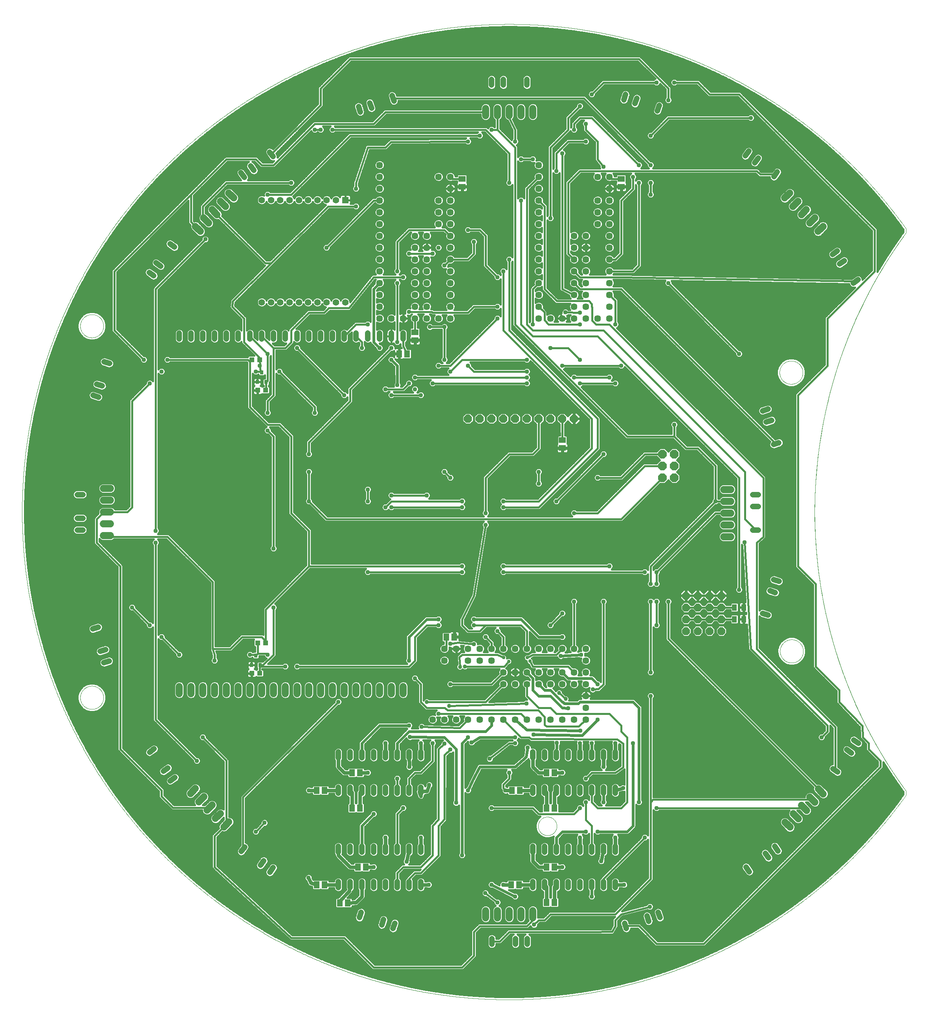
<source format=gtl>
G75*
%MOIN*%
%OFA0B0*%
%FSLAX25Y25*%
%IPPOS*%
%LPD*%
%AMOC8*
5,1,8,0,0,1.08239X$1,22.5*
%
%ADD10C,0.00000*%
%ADD11C,0.06000*%
%ADD12R,0.05906X0.05118*%
%ADD13R,0.05118X0.05906*%
%ADD14C,0.04800*%
%ADD15OC8,0.06600*%
%ADD16C,0.05700*%
%ADD17R,0.03150X0.03543*%
%ADD18R,0.04331X0.05512*%
%ADD19R,0.04331X0.03937*%
%ADD20C,0.05600*%
%ADD21R,0.05600X0.05600*%
%ADD22OC8,0.07000*%
%ADD23OC8,0.07400*%
%ADD24C,0.01600*%
%ADD25C,0.02953*%
%ADD26C,0.03762*%
%ADD27C,0.02400*%
%ADD28C,0.05906*%
%ADD29C,0.03369*%
%ADD30C,0.03000*%
D10*
X0234498Y0265843D02*
X0234986Y0265386D01*
X0235476Y0264931D01*
X0235965Y0264477D01*
X0236456Y0264021D01*
X0236949Y0263568D01*
X0237441Y0263115D01*
X0237934Y0262662D01*
X0238428Y0262212D01*
X0238923Y0261761D01*
X0239419Y0261311D01*
X0239916Y0260864D01*
X0240412Y0260415D01*
X0240911Y0259967D01*
X0241409Y0259521D01*
X0241907Y0259075D01*
X0242408Y0258630D01*
X0242909Y0258186D01*
X0243410Y0257741D01*
X0243913Y0257299D01*
X0244920Y0256415D01*
X0245424Y0255975D01*
X0245930Y0255536D01*
X0246436Y0255096D01*
X0246944Y0254660D01*
X0247959Y0253784D01*
X0248469Y0253348D01*
X0248979Y0252914D01*
X0249489Y0252480D01*
X0250001Y0252047D01*
X0250513Y0251615D01*
X0251026Y0251182D01*
X0251540Y0250752D01*
X0252054Y0250322D01*
X0252570Y0249892D01*
X0253085Y0249464D01*
X0253602Y0249036D01*
X0254119Y0248609D01*
X0254637Y0248183D01*
X0255156Y0247757D01*
X0255676Y0247333D01*
X0256196Y0246910D01*
X0256717Y0246486D01*
X0257239Y0246063D01*
X0257762Y0245641D01*
X0258285Y0245222D01*
X0258809Y0244802D01*
X0259334Y0244383D01*
X0259860Y0243965D01*
X0260386Y0243549D01*
X0260912Y0243131D01*
X0261441Y0242716D01*
X0261969Y0242301D02*
X0262498Y0241887D01*
X0263028Y0241475D01*
X0263559Y0241061D01*
X0264090Y0240650D01*
X0264622Y0240239D01*
X0265155Y0239830D02*
X0265688Y0239420D01*
X0266222Y0239013D01*
X0266757Y0238605D01*
X0267293Y0238198D01*
X0267830Y0237792D01*
X0268366Y0237387D01*
X0268904Y0236983D01*
X0269443Y0236580D01*
X0269982Y0236177D01*
X0270522Y0235775D01*
X0271063Y0235375D01*
X0271604Y0234975D01*
X0272146Y0234575D01*
X0272689Y0234178D01*
X0273232Y0233780D01*
X0273776Y0233383D01*
X0274321Y0232988D01*
X0274866Y0232592D01*
X0275413Y0232199D01*
X0275960Y0231805D01*
X0276508Y0231412D01*
X0277057Y0231021D01*
X0277606Y0230631D01*
X0278156Y0230242D01*
X0278706Y0229852D01*
X0279258Y0229464D01*
X0279810Y0229076D01*
X0280362Y0228690D01*
X0280916Y0228305D01*
X0281470Y0227920D01*
X0282025Y0227536D01*
X0282581Y0227153D01*
X0283136Y0226771D01*
X0283693Y0226390D01*
X0284810Y0225630D01*
X0285369Y0225252D01*
X0286489Y0224495D01*
X0287050Y0224119D01*
X0287612Y0223745D01*
X0288175Y0223370D01*
X0288738Y0222997D01*
X0289302Y0222624D01*
X0289866Y0222253D01*
X0290432Y0221882D01*
X0290998Y0221512D01*
X0291564Y0221143D01*
X0292131Y0220776D01*
X0292700Y0220408D01*
X0293269Y0220041D01*
X0293837Y0219676D01*
X0294409Y0219311D01*
X0294979Y0218947D01*
X0295551Y0218584D01*
X0296123Y0218223D01*
X0296695Y0217861D01*
X0297269Y0217500D01*
X0297843Y0217142D01*
X0298418Y0216783D01*
X0298993Y0216425D01*
X0299569Y0216069D01*
X0300146Y0215714D01*
X0300724Y0215358D01*
X0301301Y0215004D01*
X0301881Y0214652D01*
X0302460Y0214299D01*
X0303040Y0213948D01*
X0303621Y0213598D01*
X0304203Y0213248D01*
X0304784Y0212899D01*
X0305368Y0212552D01*
X0305951Y0212205D01*
X0306536Y0211859D01*
X0307120Y0211515D01*
X0307706Y0211170D01*
X0308292Y0210827D01*
X0308879Y0210485D01*
X0309467Y0210143D01*
X0310055Y0209803D01*
X0310644Y0209464D01*
X0311233Y0209125D01*
X0311824Y0208788D01*
X0312414Y0208451D01*
X0313005Y0208116D01*
X0313598Y0207781D01*
X0314191Y0207446D01*
X0314783Y0207113D01*
X0315378Y0206781D01*
X0315973Y0206449D01*
X0316568Y0206119D01*
X0317164Y0205790D01*
X0317761Y0205460D01*
X0318358Y0205133D01*
X0318957Y0204808D01*
X0319555Y0204482D01*
X0320154Y0204158D01*
X0320755Y0203834D01*
X0321355Y0203510D01*
X0321956Y0203188D01*
X0322559Y0202868D01*
X0323161Y0202547D01*
X0323764Y0202228D01*
X0324368Y0201910D01*
X0324972Y0201592D01*
X0325577Y0201276D01*
X0326183Y0200961D01*
X0326790Y0200646D01*
X0327396Y0200333D01*
X0328613Y0199709D01*
X0329221Y0199398D01*
X0329831Y0199089D01*
X0330441Y0198780D01*
X0331051Y0198472D01*
X0331663Y0198166D01*
X0332275Y0197859D01*
X0332888Y0197554D01*
X0333501Y0197250D01*
X0334115Y0196946D01*
X0334730Y0196644D01*
X0335345Y0196344D01*
X0335960Y0196044D01*
X0336577Y0195745D01*
X0337194Y0195446D01*
X0337812Y0195148D01*
X0338430Y0194851D01*
X0339669Y0194262D01*
X0340289Y0193968D01*
X0340911Y0193676D01*
X0341532Y0193384D01*
X0342154Y0193094D01*
X0342777Y0192805D01*
X0343399Y0192516D01*
X0344023Y0192229D01*
X0344649Y0191943D01*
X0345273Y0191656D01*
X0345899Y0191373D01*
X0346526Y0191090D01*
X0347152Y0190806D01*
X0347780Y0190524D01*
X0348408Y0190245D01*
X0349037Y0189964D01*
X0350297Y0189408D01*
X0350927Y0189130D01*
X0351558Y0188854D01*
X0352190Y0188580D01*
X0352823Y0188306D01*
X0353456Y0188034D01*
X0354090Y0187762D01*
X0354724Y0187491D01*
X0355359Y0187221D01*
X0355994Y0186953D01*
X0356630Y0186684D01*
X0357267Y0186417D01*
X0357905Y0186151D01*
X0358543Y0185885D01*
X0359181Y0185622D01*
X0359821Y0185359D01*
X0360459Y0185097D01*
X0361100Y0184835D01*
X0361741Y0184576D01*
X0362382Y0184317D01*
X0363024Y0184060D01*
X0363667Y0183803D01*
X0364310Y0183547D01*
X0364954Y0183292D01*
X0365599Y0183038D01*
X0366243Y0182785D01*
X0366888Y0182534D01*
X0367535Y0182283D01*
X0368182Y0182033D01*
X0368829Y0181784D01*
X0369477Y0181537D01*
X0370125Y0181290D01*
X0370774Y0181045D01*
X0371425Y0180800D01*
X0372074Y0180556D01*
X0372725Y0180313D01*
X0373377Y0180072D01*
X0374029Y0179831D01*
X0374681Y0179592D01*
X0375335Y0179353D01*
X0375988Y0179116D01*
X0376643Y0178878D01*
X0377298Y0178644D01*
X0377953Y0178409D01*
X0378609Y0178176D01*
X0379266Y0177944D01*
X0379923Y0177712D01*
X0380581Y0177481D01*
X0381239Y0177254D01*
X0381898Y0177026D01*
X0382558Y0176798D01*
X0383218Y0176573D01*
X0383878Y0176346D01*
X0384539Y0176122D01*
X0385201Y0175900D01*
X0385863Y0175677D01*
X0386525Y0175456D01*
X0387189Y0175238D01*
X0387853Y0175018D01*
X0388518Y0174801D01*
X0389848Y0174367D01*
X0390514Y0174153D01*
X0391180Y0173941D01*
X0391846Y0173728D01*
X0392512Y0173518D01*
X0393178Y0173308D01*
X0393844Y0173099D01*
X0394512Y0172892D01*
X0395178Y0172687D01*
X0395845Y0172481D01*
X0396512Y0172277D01*
X0397179Y0172075D01*
X0397846Y0171873D01*
X0398513Y0171674D01*
X0399181Y0171474D01*
X0399849Y0171276D01*
X0400517Y0171080D01*
X0401853Y0170689D01*
X0402521Y0170496D01*
X0403190Y0170305D01*
X0403858Y0170114D01*
X0404527Y0169924D01*
X0405196Y0169735D01*
X0405865Y0169547D01*
X0406534Y0169361D01*
X0407873Y0168992D01*
X0408543Y0168809D01*
X0409212Y0168629D01*
X0409882Y0168448D01*
X0410552Y0168268D01*
X0411222Y0168090D01*
X0411892Y0167914D01*
X0412562Y0167738D01*
X0413233Y0167564D01*
X0413903Y0167390D01*
X0414575Y0167217D01*
X0415245Y0167047D01*
X0415916Y0166876D01*
X0416587Y0166707D01*
X0417929Y0166373D01*
X0418600Y0166208D01*
X0419272Y0166045D01*
X0419944Y0165881D01*
X0420616Y0165719D01*
X0421287Y0165559D01*
X0421958Y0165399D01*
X0422630Y0165240D01*
X0423303Y0165084D01*
X0423975Y0164927D01*
X0424647Y0164773D01*
X0425319Y0164619D01*
X0425992Y0164466D01*
X0426665Y0164315D01*
X0427338Y0164166D01*
X0428010Y0164016D01*
X0428683Y0163869D01*
X0429356Y0163723D01*
X0430029Y0163576D01*
X0430702Y0163432D01*
X0431375Y0163289D01*
X0432048Y0163146D01*
X0432722Y0163005D01*
X0433396Y0162866D01*
X0434069Y0162727D01*
X0434743Y0162589D01*
X0435417Y0162453D01*
X0436090Y0162318D01*
X0436764Y0162185D01*
X0437438Y0162052D01*
X0438111Y0161919D01*
X0438785Y0161789D01*
X0439460Y0161660D01*
X0440134Y0161531D01*
X0440809Y0161403D01*
X0441483Y0161279D01*
X0442157Y0161154D01*
X0442831Y0161029D01*
X0444181Y0160785D01*
X0444855Y0160666D01*
X0445530Y0160546D01*
X0446205Y0160427D01*
X0446880Y0160310D01*
X0447555Y0160195D01*
X0448229Y0160080D01*
X0448905Y0159967D01*
X0449580Y0159856D01*
X0450254Y0159743D01*
X0450930Y0159633D01*
X0451605Y0159525D01*
X0452279Y0159418D01*
X0452955Y0159311D01*
X0453630Y0159206D01*
X0454306Y0159102D01*
X0454981Y0158999D01*
X0455657Y0158897D01*
X0457008Y0158696D01*
X0457683Y0158598D01*
X0458358Y0158501D01*
X0459034Y0158403D01*
X0459709Y0158310D01*
X0460385Y0158215D01*
X0461060Y0158121D01*
X0461736Y0158030D01*
X0462413Y0157939D01*
X0463088Y0157850D01*
X0464439Y0157673D01*
X0465115Y0157588D01*
X0465791Y0157504D01*
X0466467Y0157420D01*
X0467143Y0157337D01*
X0467819Y0157257D01*
X0468494Y0157176D01*
X0469170Y0157096D01*
X0469847Y0157018D01*
X0470523Y0156941D01*
X0471199Y0156865D01*
X0471874Y0156791D01*
X0472550Y0156716D01*
X0473225Y0156643D01*
X0473902Y0156572D01*
X0474579Y0156502D01*
X0475254Y0156432D01*
X0475930Y0156365D01*
X0477281Y0156232D01*
X0477957Y0156168D01*
X0478634Y0156104D01*
X0479310Y0156042D01*
X0479985Y0155981D01*
X0480662Y0155920D01*
X0481337Y0155861D01*
X0482013Y0155803D01*
X0482690Y0155746D01*
X0483365Y0155691D01*
X0484041Y0155636D01*
X0484716Y0155582D01*
X0485392Y0155530D01*
X0486068Y0155479D01*
X0486745Y0155429D01*
X0487421Y0155380D01*
X0488772Y0155285D01*
X0489447Y0155240D01*
X0490122Y0155195D01*
X0490798Y0155152D01*
X0491473Y0155110D01*
X0492149Y0155069D01*
X0492824Y0155029D01*
X0493500Y0154991D01*
X0494175Y0154953D01*
X0494851Y0154915D01*
X0495526Y0154879D01*
X0496877Y0154812D01*
X0497552Y0154779D01*
X0498228Y0154749D01*
X0498903Y0154719D01*
X0499579Y0154690D01*
X0500253Y0154662D01*
X0500928Y0154635D01*
X0501603Y0154608D01*
X0502278Y0154585D01*
X0502953Y0154562D01*
X0503628Y0154539D01*
X0504302Y0154519D01*
X0504977Y0154497D01*
X0505653Y0154478D01*
X0506327Y0154462D01*
X0507001Y0154444D01*
X0507676Y0154429D01*
X0508350Y0154414D01*
X0509024Y0154401D01*
X0509698Y0154388D01*
X0511047Y0154367D01*
X0511721Y0154359D01*
X0512395Y0154350D01*
X0513069Y0154344D01*
X0513743Y0154338D01*
X0514417Y0154334D01*
X0515090Y0154330D01*
X0516438Y0154327D01*
X0517111Y0154327D01*
X0517784Y0154329D01*
X0518458Y0154330D01*
X0519132Y0154331D01*
X0519805Y0154337D01*
X0520477Y0154342D01*
X0521150Y0154348D01*
X0521823Y0154356D01*
X0522496Y0154365D01*
X0523168Y0154375D01*
X0523841Y0154386D01*
X0524514Y0154398D01*
X0525187Y0154410D01*
X0525859Y0154424D01*
X0526531Y0154440D01*
X0527202Y0154456D01*
X0527875Y0154474D01*
X0528548Y0154493D01*
X0529219Y0154512D01*
X0529890Y0154532D01*
X0530563Y0154555D01*
X0531234Y0154578D01*
X0531906Y0154601D01*
X0532577Y0154627D01*
X0533249Y0154653D01*
X0533919Y0154680D01*
X0535261Y0154737D01*
X0535931Y0154768D01*
X0536603Y0154799D01*
X0537274Y0154832D01*
X0537944Y0154866D01*
X0538614Y0154901D01*
X0539284Y0154936D01*
X0540624Y0155012D01*
X0541294Y0155052D01*
X0541964Y0155091D01*
X0542633Y0155133D01*
X0543302Y0155175D01*
X0543972Y0155219D01*
X0544640Y0155265D01*
X0545310Y0155309D01*
X0545979Y0155357D01*
X0546648Y0155404D01*
X0547316Y0155452D01*
X0547985Y0155502D01*
X0548652Y0155554D01*
X0549321Y0155605D01*
X0549988Y0155658D01*
X0551326Y0155769D01*
X0551993Y0155825D01*
X0552660Y0155883D01*
X0553328Y0155940D01*
X0553995Y0156000D01*
X0554661Y0156062D01*
X0555328Y0156123D01*
X0555996Y0156187D01*
X0556662Y0156251D01*
X0557329Y0156316D01*
X0557995Y0156382D01*
X0558661Y0156450D01*
X0559327Y0156518D01*
X0559993Y0156587D01*
X0560657Y0156659D01*
X0561323Y0156729D01*
X0561989Y0156803D01*
X0562654Y0156876D01*
X0563319Y0156951D01*
X0563983Y0157027D01*
X0564648Y0157104D01*
X0565312Y0157181D01*
X0565977Y0157261D01*
X0566640Y0157341D01*
X0567303Y0157421D01*
X0567968Y0157504D01*
X0568631Y0157588D01*
X0569295Y0157671D01*
X0569959Y0157756D01*
X0570621Y0157843D01*
X0571284Y0157931D01*
X0571948Y0158019D01*
X0572609Y0158110D01*
X0573271Y0158200D01*
X0573933Y0158292D01*
X0575257Y0158479D01*
X0575919Y0158574D01*
X0576579Y0158670D01*
X0577241Y0158767D01*
X0577902Y0158864D01*
X0579223Y0159065D01*
X0579884Y0159167D01*
X0580543Y0159270D01*
X0581203Y0159373D01*
X0581862Y0159477D01*
X0582523Y0159583D01*
X0583183Y0159689D01*
X0583843Y0159798D01*
X0584500Y0159906D01*
X0585160Y0160016D01*
X0585817Y0160127D01*
X0587133Y0160352D01*
X0587792Y0160466D01*
X0588449Y0160581D01*
X0589107Y0160697D01*
X0589764Y0160815D01*
X0590421Y0160933D01*
X0591077Y0161051D01*
X0591734Y0161171D01*
X0592390Y0161294D01*
X0593047Y0161416D01*
X0593702Y0161539D01*
X0594357Y0161665D01*
X0595013Y0161791D01*
X0595667Y0161917D01*
X0596322Y0162046D01*
X0596977Y0162174D01*
X0597631Y0162304D01*
X0598286Y0162436D01*
X0598941Y0162567D01*
X0599595Y0162700D01*
X0600248Y0162834D01*
X0600901Y0162969D01*
X0601554Y0163104D01*
X0602206Y0163243D01*
X0602858Y0163381D01*
X0603512Y0163521D01*
X0604163Y0163662D01*
X0604816Y0163803D01*
X0605467Y0163945D01*
X0606118Y0164089D01*
X0606769Y0164233D01*
X0607420Y0164378D01*
X0608070Y0164526D01*
X0608721Y0164672D01*
X0609369Y0164821D01*
X0610019Y0164972D01*
X0610668Y0165122D01*
X0611318Y0165274D01*
X0611966Y0165428D01*
X0612616Y0165581D01*
X0613264Y0165736D01*
X0613911Y0165893D01*
X0614558Y0166050D01*
X0615207Y0166208D01*
X0615854Y0166368D01*
X0616501Y0166526D01*
X0617149Y0166688D01*
X0617794Y0166850D01*
X0618440Y0167013D01*
X0619087Y0167177D01*
X0619733Y0167344D01*
X0620378Y0167510D01*
X0621023Y0167678D01*
X0621668Y0167846D01*
X0622312Y0168014D01*
X0622957Y0168185D01*
X0623601Y0168357D01*
X0624245Y0168530D01*
X0624888Y0168703D01*
X0625531Y0168878D01*
X0626174Y0169053D01*
X0626817Y0169229D01*
X0627458Y0169409D01*
X0628100Y0169586D01*
X0628741Y0169767D01*
X0630025Y0170127D01*
X0630666Y0170310D01*
X0631306Y0170495D01*
X0631946Y0170679D01*
X0632585Y0170865D01*
X0633224Y0171052D01*
X0633864Y0171240D01*
X0634502Y0171429D01*
X0635141Y0171619D01*
X0635779Y0171811D01*
X0636417Y0172002D01*
X0637054Y0172196D01*
X0637692Y0172390D01*
X0638329Y0172585D01*
X0639602Y0172978D01*
X0640238Y0173176D01*
X0640874Y0173377D01*
X0641509Y0173577D01*
X0642143Y0173779D01*
X0642778Y0173981D01*
X0643413Y0174184D01*
X0644048Y0174389D01*
X0644681Y0174594D01*
X0645315Y0174799D01*
X0645948Y0175007D01*
X0646581Y0175216D01*
X0647213Y0175425D01*
X0647845Y0175637D01*
X0648478Y0175848D01*
X0649110Y0176060D01*
X0649739Y0176274D01*
X0650370Y0176489D01*
X0651000Y0176704D01*
X0651630Y0176920D01*
X0652260Y0177138D01*
X0652891Y0177357D01*
X0653519Y0177575D01*
X0654147Y0177796D01*
X0654776Y0178017D01*
X0655403Y0178241D01*
X0656031Y0178465D01*
X0656659Y0178689D01*
X0657912Y0179142D01*
X0658539Y0179369D01*
X0659164Y0179597D01*
X0659789Y0179828D01*
X0660415Y0180058D01*
X0661040Y0180290D01*
X0661664Y0180524D01*
X0662288Y0180757D01*
X0662912Y0180992D01*
X0663534Y0181228D01*
X0664157Y0181464D01*
X0664781Y0181701D01*
X0665402Y0181941D01*
X0666023Y0182180D01*
X0666644Y0182421D01*
X0667266Y0182663D01*
X0667887Y0182905D01*
X0668508Y0183150D01*
X0669126Y0183395D01*
X0669748Y0183639D01*
X0670366Y0183886D01*
X0670985Y0184134D01*
X0671603Y0184382D01*
X0672222Y0184633D01*
X0672839Y0184884D01*
X0673456Y0185135D01*
X0674072Y0185389D01*
X0674689Y0185643D01*
X0675306Y0185896D01*
X0675920Y0186152D01*
X0676536Y0186409D01*
X0677765Y0186924D01*
X0678379Y0187185D01*
X0678992Y0187445D01*
X0679605Y0187707D01*
X0680219Y0187970D01*
X0680832Y0188233D01*
X0681443Y0188498D01*
X0682055Y0188765D01*
X0682667Y0189032D01*
X0683277Y0189299D01*
X0683887Y0189569D01*
X0684498Y0189838D01*
X0685107Y0190109D01*
X0685716Y0190380D01*
X0686325Y0190653D01*
X0686932Y0190927D01*
X0687540Y0191202D01*
X0688148Y0191477D01*
X0688755Y0191754D01*
X0689362Y0192032D01*
X0689968Y0192310D01*
X0690574Y0192590D01*
X0691179Y0192870D01*
X0691785Y0193151D01*
X0692389Y0193435D01*
X0693596Y0194002D01*
X0694200Y0194288D01*
X0694802Y0194574D01*
X0695404Y0194862D01*
X0696006Y0195149D01*
X0696607Y0195439D01*
X0697208Y0195730D01*
X0697809Y0196021D01*
X0698410Y0196314D01*
X0699009Y0196607D01*
X0699609Y0196901D01*
X0700207Y0197197D01*
X0700805Y0197493D01*
X0701403Y0197790D01*
X0702001Y0198090D01*
X0702598Y0198388D01*
X0703195Y0198689D01*
X0703790Y0198990D01*
X0704386Y0199291D01*
X0704981Y0199595D01*
X0705577Y0199900D01*
X0706171Y0200204D01*
X0706765Y0200511D01*
X0707950Y0201126D01*
X0708543Y0201436D01*
X0709136Y0201746D01*
X0709727Y0202057D01*
X0710318Y0202369D01*
X0710908Y0202682D01*
X0711498Y0202995D01*
X0712088Y0203310D01*
X0712677Y0203626D01*
X0713267Y0203942D01*
X0715029Y0204898D01*
X0715616Y0205220D01*
X0716202Y0205541D01*
X0716788Y0205864D01*
X0717373Y0206187D01*
X0717957Y0206512D01*
X0718542Y0206838D01*
X0719126Y0207165D01*
X0719708Y0207492D01*
X0720291Y0207820D01*
X0720873Y0208150D01*
X0721455Y0208480D01*
X0722037Y0208811D01*
X0722618Y0209144D01*
X0723198Y0209477D01*
X0724356Y0210147D01*
X0725515Y0210820D01*
X0726093Y0211158D01*
X0726669Y0211498D01*
X0727245Y0211837D01*
X0727822Y0212179D01*
X0728397Y0212521D01*
X0728973Y0212863D01*
X0729547Y0213207D01*
X0730121Y0213553D01*
X0730696Y0213898D01*
X0731268Y0214245D01*
X0731842Y0214594D01*
X0732416Y0214942D01*
X0732987Y0215292D01*
X0733558Y0215643D01*
X0734129Y0215993D01*
X0734700Y0216346D01*
X0735268Y0216700D01*
X0735838Y0217054D01*
X0736406Y0217409D01*
X0737543Y0218123D01*
X0738110Y0218481D01*
X0738675Y0218840D01*
X0739241Y0219200D01*
X0739806Y0219562D01*
X0740371Y0219924D01*
X0740936Y0220286D01*
X0741499Y0220651D01*
X0742062Y0221016D01*
X0742625Y0221381D01*
X0743188Y0221748D01*
X0743749Y0222116D01*
X0744311Y0222485D01*
X0744871Y0222854D01*
X0745431Y0223225D01*
X0745990Y0223597D01*
X0746549Y0223969D01*
X0747108Y0224343D01*
X0747666Y0224716D01*
X0748223Y0225092D01*
X0748780Y0225469D01*
X0749336Y0225846D01*
X0749892Y0226223D01*
X0750447Y0226603D01*
X0751002Y0226982D01*
X0751556Y0227363D01*
X0752108Y0227746D01*
X0752660Y0228127D01*
X0753214Y0228511D01*
X0753765Y0228896D01*
X0754317Y0229281D01*
X0754867Y0229668D01*
X0755417Y0230057D01*
X0755966Y0230445D01*
X0756515Y0230834D01*
X0757063Y0231225D01*
X0757611Y0231617D01*
X0758158Y0232009D01*
X0758704Y0232402D01*
X0759251Y0232796D01*
X0759796Y0233190D01*
X0760340Y0233588D01*
X0760885Y0233984D01*
X0761428Y0234382D01*
X0761972Y0234781D01*
X0762514Y0235180D01*
X0763055Y0235581D01*
X0763597Y0235983D01*
X0764138Y0236386D01*
X0764678Y0236789D01*
X0765216Y0237194D01*
X0765755Y0237600D01*
X0766293Y0238005D01*
X0766830Y0238413D01*
X0767369Y0238820D01*
X0767904Y0239230D01*
X0768976Y0240052D01*
X0769510Y0240463D01*
X0770043Y0240877D01*
X0770578Y0241290D01*
X0771109Y0241704D01*
X0771642Y0242120D01*
X0772175Y0242537D01*
X0772706Y0242953D01*
X0773236Y0243372D01*
X0773765Y0243791D01*
X0774294Y0244212D01*
X0774823Y0244634D01*
X0775352Y0245054D01*
X0775878Y0245477D01*
X0776406Y0245902D01*
X0776932Y0246326D01*
X0777457Y0246752D01*
X0777982Y0247180D01*
X0778507Y0247607D01*
X0779030Y0248034D01*
X0779553Y0248464D01*
X0780075Y0248894D01*
X0780597Y0249325D01*
X0781118Y0249758D01*
X0781639Y0250191D01*
X0782158Y0250625D01*
X0782678Y0251060D01*
X0783196Y0251495D01*
X0783714Y0251933D01*
X0784231Y0252372D01*
X0784747Y0252810D01*
X0785264Y0253250D01*
X0785778Y0253691D01*
X0786294Y0254132D01*
X0786808Y0254574D01*
X0787320Y0255018D01*
X0787833Y0255461D01*
X0788346Y0255906D01*
X0788857Y0256352D01*
X0789368Y0256799D01*
X0789878Y0257248D01*
X0790387Y0257697D01*
X0790896Y0258145D01*
X0791404Y0258597D01*
X0791911Y0259049D01*
X0792417Y0259500D01*
X0792925Y0259953D01*
X0793429Y0260408D01*
X0793934Y0260864D01*
X0794438Y0261319D01*
X0794942Y0261776D01*
X0795445Y0262235D01*
X0795947Y0262693D01*
X0796448Y0263153D01*
X0796950Y0263613D01*
X0797449Y0264074D01*
X0797949Y0264538D01*
X0798448Y0265000D01*
X0798947Y0265464D01*
X0799443Y0265931D01*
X0799940Y0266396D01*
X0800436Y0266863D01*
X0800931Y0267331D01*
X0801426Y0267799D01*
X0801920Y0268269D01*
X0802414Y0268740D01*
X0802907Y0269210D01*
X0803398Y0269684D01*
X0803889Y0270157D01*
X0804380Y0270631D01*
X0804871Y0271105D01*
X0805360Y0271581D01*
X0805848Y0272059D01*
X0806336Y0272536D01*
X0806823Y0273015D01*
X0807310Y0273495D01*
X0807796Y0273975D01*
X0808281Y0274457D01*
X0808765Y0274938D01*
X0809250Y0275421D01*
X0809731Y0275905D01*
X0810214Y0276391D01*
X0810695Y0276877D01*
X0811656Y0277850D01*
X0812136Y0278340D01*
X0812615Y0278830D01*
X0813092Y0279319D01*
X0813569Y0279810D01*
X0814046Y0280303D01*
X0814522Y0280795D01*
X0814996Y0281289D01*
X0815471Y0281784D01*
X0815944Y0282280D01*
X0816418Y0282777D01*
X0816890Y0283274D01*
X0817360Y0283772D01*
X0817832Y0284271D01*
X0818302Y0284772D01*
X0818771Y0285272D01*
X0819240Y0285774D01*
X0819707Y0286277D01*
X0820173Y0286780D01*
X0820640Y0287285D01*
X0821105Y0287791D01*
X0821571Y0288297D01*
X0822034Y0288804D01*
X0822498Y0289313D01*
X0822961Y0289821D01*
X0823423Y0290331D01*
X0823883Y0290841D01*
X0824344Y0291353D01*
X0824804Y0291865D01*
X0825262Y0292379D01*
X0825721Y0292893D01*
X0826178Y0293409D01*
X0826635Y0293926D01*
X0827091Y0294442D01*
X0827547Y0294959D01*
X0828000Y0295479D01*
X0828454Y0295998D01*
X0828907Y0296518D01*
X0829359Y0297040D01*
X0829810Y0297562D01*
X0830261Y0298084D01*
X0830709Y0298609D01*
X0831160Y0299134D01*
X0831607Y0299659D01*
X0832055Y0300187D01*
X0832501Y0300714D01*
X0832947Y0301242D01*
X0833392Y0301772D01*
X0833837Y0302302D01*
X0834281Y0302833D01*
X0834724Y0303364D01*
X0835166Y0303896D01*
X0835609Y0304429D01*
X0836048Y0304965D01*
X0836927Y0306036D01*
X0837365Y0306573D01*
X0837802Y0307111D01*
X0838239Y0307649D01*
X0839109Y0308729D01*
X0839543Y0309271D01*
X0839977Y0309814D01*
X0840410Y0310356D01*
X0840841Y0310900D01*
X0841273Y0311445D01*
X0841704Y0311992D01*
X0842133Y0312539D01*
X0842561Y0313087D01*
X0842988Y0313635D01*
X0843416Y0314184D01*
X0843842Y0314733D01*
X0844267Y0315284D01*
X0844692Y0315836D01*
X0845117Y0316389D01*
X0845540Y0316941D01*
X0845963Y0317496D01*
X0846383Y0318052D01*
X0846804Y0318608D01*
X0847224Y0319166D01*
X0847642Y0319723D01*
X0848061Y0320282D01*
X0848478Y0320841D01*
X0848894Y0321402D01*
X0849310Y0321964D01*
X0849724Y0322525D01*
X0850138Y0323088D01*
X0850965Y0324217D01*
X0851376Y0324782D01*
X0851314Y0324801D02*
X0853307Y0327545D01*
X0853314Y0331257D01*
X0851333Y0334008D01*
X0851356Y0334022D02*
X0851337Y0334047D01*
X0851319Y0334073D01*
X0851301Y0334100D01*
X0851282Y0334126D01*
X0851263Y0334152D01*
X0851246Y0334179D01*
X0851228Y0334205D01*
X0851209Y0334231D01*
X0851190Y0334256D01*
X0851173Y0334282D01*
X0851155Y0334308D01*
X0851136Y0334334D01*
X0851117Y0334359D01*
X0851098Y0334385D01*
X0851079Y0334412D01*
X0851061Y0334438D01*
X0851044Y0334464D01*
X0851025Y0334491D01*
X0851006Y0334517D01*
X0850987Y0334543D01*
X0850968Y0334568D01*
X0850950Y0334594D01*
X0850932Y0334620D01*
X0850913Y0334646D01*
X0850895Y0334671D01*
X0850877Y0334697D01*
X0850859Y0334724D01*
X0850840Y0334750D01*
X0850821Y0334776D01*
X0850804Y0334803D01*
X0850786Y0334829D01*
X0850767Y0334854D01*
X0850748Y0334880D01*
X0850730Y0334906D01*
X0850713Y0334933D01*
X0850694Y0334959D01*
X0850675Y0334985D01*
X0850657Y0335012D01*
X0850640Y0335038D01*
X0850621Y0335063D01*
X0850602Y0335089D01*
X0850584Y0335115D01*
X0850566Y0335142D01*
X0850547Y0335168D01*
X0850528Y0335194D01*
X0850509Y0335221D01*
X0850490Y0335246D01*
X0850473Y0335272D01*
X0850455Y0335298D01*
X0850436Y0335324D01*
X0850417Y0335351D01*
X0850398Y0335377D01*
X0850379Y0335402D01*
X0850361Y0335430D01*
X0850344Y0335455D01*
X0850325Y0335481D01*
X0850306Y0335507D01*
X0850271Y0335558D01*
X0850252Y0335584D01*
X0850233Y0335610D01*
X0850215Y0335636D01*
X0850197Y0335663D01*
X0850178Y0335689D01*
X0850159Y0335714D01*
X0850142Y0335742D01*
X0850124Y0335767D01*
X0850105Y0335793D01*
X0850086Y0335819D01*
X0850069Y0335845D01*
X0850051Y0335870D01*
X0850032Y0335896D01*
X0850013Y0335922D01*
X0849995Y0335948D01*
X0849978Y0335975D01*
X0849959Y0336001D01*
X0849940Y0336026D01*
X0849921Y0336053D01*
X0849902Y0336079D01*
X0849884Y0336105D01*
X0849866Y0336131D01*
X0849847Y0336157D01*
X0849828Y0336184D01*
X0849809Y0336209D01*
X0849790Y0336235D01*
X0849773Y0336262D01*
X0849755Y0336288D01*
X0849736Y0336314D01*
X0849717Y0336340D01*
X0849700Y0336365D01*
X0849682Y0336393D01*
X0849663Y0336418D01*
X0849644Y0336444D01*
X0849626Y0336471D01*
X0849609Y0336497D01*
X0849590Y0336523D01*
X0849571Y0336549D01*
X0849553Y0336574D01*
X0849535Y0336601D01*
X0849497Y0336653D01*
X0849480Y0336680D01*
X0849462Y0336706D01*
X0849443Y0336732D01*
X0849424Y0336757D01*
X0849389Y0336809D01*
X0849370Y0336835D01*
X0849351Y0336860D01*
X0849332Y0336886D01*
X0849313Y0336913D01*
X0849295Y0336939D01*
X0849278Y0336965D01*
X0849259Y0336992D01*
X0849240Y0337018D01*
X0849221Y0337044D01*
X0849202Y0337069D01*
X0849167Y0337121D01*
X0849148Y0337147D01*
X0849129Y0337172D01*
X0849111Y0337198D01*
X0849093Y0337225D01*
X0849074Y0337251D01*
X0849055Y0337277D01*
X0849038Y0337304D01*
X0849020Y0337330D01*
X0849001Y0337356D01*
X0848982Y0337381D01*
X0848964Y0337407D01*
X0848947Y0337434D01*
X0848928Y0337460D01*
X0848909Y0337486D01*
X0848891Y0337513D01*
X0848874Y0337539D01*
X0848855Y0337564D01*
X0848836Y0337590D01*
X0848818Y0337616D01*
X0848800Y0337642D01*
X0848781Y0337668D01*
X0848762Y0337693D01*
X0848743Y0337719D01*
X0848724Y0337746D01*
X0848707Y0337772D01*
X0848689Y0337798D01*
X0848670Y0337825D01*
X0848651Y0337851D01*
X0848632Y0337876D01*
X0848613Y0337902D01*
X0848578Y0337954D01*
X0848559Y0337979D01*
X0848540Y0338005D01*
X0848522Y0338031D01*
X0848505Y0338058D01*
X0848486Y0338084D01*
X0848467Y0338110D01*
X0848449Y0338137D01*
X0848431Y0338163D01*
X0848393Y0338214D01*
X0848376Y0338240D01*
X0848358Y0338267D01*
X0848339Y0338293D01*
X0848320Y0338319D01*
X0848303Y0338346D01*
X0848285Y0338371D01*
X0848266Y0338397D01*
X0848247Y0338423D01*
X0848229Y0338449D01*
X0848212Y0338476D01*
X0848193Y0338502D01*
X0848174Y0338527D01*
X0848155Y0338555D01*
X0848136Y0338580D01*
X0848118Y0338606D01*
X0848100Y0338632D01*
X0848081Y0338658D01*
X0848062Y0338685D01*
X0848043Y0338711D01*
X0848024Y0338736D01*
X0848007Y0338763D01*
X0847989Y0338789D01*
X0847970Y0338815D01*
X0847951Y0338841D01*
X0847934Y0338867D01*
X0847916Y0338892D01*
X0847897Y0338918D01*
X0847878Y0338944D01*
X0847860Y0338970D01*
X0847843Y0338997D01*
X0847824Y0339022D01*
X0847805Y0339048D01*
X0847787Y0339075D01*
X0847770Y0339101D01*
X0847751Y0339127D01*
X0847732Y0339153D01*
X0847714Y0339178D01*
X0847696Y0339204D01*
X0847677Y0339230D01*
X0847658Y0339256D01*
X0847641Y0339282D01*
X0847623Y0339309D01*
X0847604Y0339334D01*
X0847585Y0339360D01*
X0847566Y0339387D01*
X0847547Y0339413D01*
X0847529Y0339439D01*
X0847512Y0339465D01*
X0847493Y0339490D01*
X0847474Y0339518D01*
X0847455Y0339543D01*
X0847436Y0339569D01*
X0847418Y0339596D01*
X0847401Y0339622D01*
X0847382Y0339648D01*
X0847363Y0339674D01*
X0847345Y0339699D01*
X0847327Y0339726D01*
X0847289Y0339778D01*
X0847272Y0339805D01*
X0847254Y0339831D01*
X0847235Y0339857D01*
X0847216Y0339882D01*
X0847198Y0339908D01*
X0847181Y0339935D01*
X0847162Y0339961D01*
X0847143Y0339987D01*
X0847125Y0340014D01*
X0847108Y0340040D01*
X0847089Y0340066D01*
X0847070Y0340091D01*
X0847052Y0340117D01*
X0847034Y0340143D01*
X0847015Y0340169D01*
X0846996Y0340194D01*
X0846979Y0340220D01*
X0846961Y0340247D01*
X0846942Y0340273D01*
X0846923Y0340299D01*
X0846906Y0340326D01*
X0846888Y0340352D01*
X0846869Y0340377D01*
X0846850Y0340403D01*
X0846832Y0340429D01*
X0846815Y0340455D01*
X0846796Y0340481D01*
X0846777Y0340506D01*
X0846759Y0340532D01*
X0846741Y0340559D01*
X0846722Y0340585D01*
X0846703Y0340611D01*
X0846684Y0340638D01*
X0846665Y0340664D01*
X0846648Y0340689D01*
X0846630Y0340717D01*
X0846611Y0340742D01*
X0846594Y0340768D01*
X0846558Y0340822D01*
X0846541Y0340848D01*
X0846523Y0340874D01*
X0846488Y0340928D01*
X0846470Y0340954D01*
X0846451Y0340980D01*
X0846416Y0341034D01*
X0846397Y0341061D01*
X0846379Y0341088D01*
X0846362Y0341114D01*
X0846344Y0341140D01*
X0846326Y0341167D01*
X0846307Y0341194D01*
X0846290Y0341221D01*
X0846272Y0341248D01*
X0846253Y0341274D01*
X0846235Y0341300D01*
X0846200Y0341354D01*
X0846183Y0341380D01*
X0846164Y0341406D01*
X0846128Y0341460D01*
X0846109Y0341486D01*
X0846092Y0341511D01*
X0846056Y0341566D01*
X0846039Y0341591D01*
X0846020Y0341617D01*
X0845985Y0341671D01*
X0845966Y0341697D01*
X0845948Y0341723D01*
X0845913Y0341777D01*
X0845895Y0341803D01*
X0845877Y0341829D01*
X0845860Y0341856D01*
X0845842Y0341883D01*
X0845825Y0341910D01*
X0845806Y0341937D01*
X0845788Y0341963D01*
X0845770Y0341989D01*
X0845751Y0342016D01*
X0845734Y0342043D01*
X0845716Y0342070D01*
X0845698Y0342097D01*
X0845681Y0342123D01*
X0845663Y0342149D01*
X0845645Y0342176D01*
X0845628Y0342203D01*
X0845610Y0342229D01*
X0845591Y0342255D01*
X0845574Y0342282D01*
X0845556Y0342309D01*
X0845537Y0342335D01*
X0845519Y0342360D01*
X0845484Y0342415D01*
X0845466Y0342440D01*
X0845447Y0342466D01*
X0845430Y0342493D01*
X0845412Y0342520D01*
X0845393Y0342546D01*
X0845376Y0342572D01*
X0845358Y0342599D01*
X0845340Y0342626D01*
X0845323Y0342652D01*
X0845305Y0342678D01*
X0845252Y0342759D01*
X0845233Y0342786D01*
X0845216Y0342812D01*
X0845198Y0342838D01*
X0845179Y0342865D01*
X0845161Y0342892D01*
X0845144Y0342919D01*
X0845126Y0342946D01*
X0845091Y0342998D01*
X0845073Y0343025D01*
X0845055Y0343052D01*
X0845038Y0343078D01*
X0845019Y0343104D01*
X0845001Y0343131D01*
X0844984Y0343158D01*
X0844965Y0343184D01*
X0844947Y0343209D01*
X0844912Y0343264D01*
X0844894Y0343290D01*
X0844875Y0343315D01*
X0844857Y0343342D01*
X0844840Y0343370D01*
X0844821Y0343395D01*
X0844803Y0343421D01*
X0844786Y0343448D01*
X0844768Y0343475D01*
X0844750Y0343501D01*
X0844731Y0343527D01*
X0844714Y0343554D01*
X0844696Y0343581D01*
X0844677Y0343608D01*
X0844659Y0343635D01*
X0844642Y0343661D01*
X0844624Y0343687D01*
X0844607Y0343714D01*
X0844588Y0343741D01*
X0844570Y0343768D01*
X0844552Y0343795D01*
X0844533Y0343821D01*
X0844516Y0343847D01*
X0844498Y0343874D01*
X0844480Y0343901D01*
X0844445Y0343953D01*
X0844410Y0344007D01*
X0844392Y0344033D01*
X0844373Y0344059D01*
X0844356Y0344086D01*
X0844338Y0344113D01*
X0844319Y0344139D01*
X0844301Y0344164D01*
X0844284Y0344191D01*
X0844266Y0344219D01*
X0844231Y0344270D01*
X0844213Y0344297D01*
X0844196Y0344324D01*
X0844178Y0344350D01*
X0844159Y0344376D01*
X0844141Y0344403D01*
X0844124Y0344430D01*
X0844105Y0344457D01*
X0844087Y0344484D01*
X0844069Y0344510D01*
X0844052Y0344536D01*
X0844034Y0344563D01*
X0844015Y0344590D01*
X0843980Y0344645D01*
X0843961Y0344670D01*
X0843943Y0344696D01*
X0843908Y0344750D01*
X0843890Y0344776D01*
X0843871Y0344802D01*
X0843836Y0344856D01*
X0843817Y0344882D01*
X0843800Y0344908D01*
X0843764Y0344962D01*
X0843747Y0344988D01*
X0843728Y0345013D01*
X0843710Y0345041D01*
X0843692Y0345068D01*
X0843673Y0345093D01*
X0843656Y0345119D01*
X0843638Y0345146D01*
X0843620Y0345173D01*
X0843585Y0345225D01*
X0843550Y0345279D01*
X0843532Y0345306D01*
X0843513Y0345334D01*
X0843478Y0345385D01*
X0843459Y0345412D01*
X0843406Y0345494D01*
X0843389Y0345519D01*
X0843371Y0345545D01*
X0843353Y0345572D01*
X0843336Y0345599D01*
X0843318Y0345625D01*
X0843299Y0345651D01*
X0843281Y0345678D01*
X0843264Y0345705D01*
X0843245Y0345731D01*
X0843227Y0345757D01*
X0843209Y0345784D01*
X0843192Y0345811D01*
X0843174Y0345837D01*
X0843155Y0345862D01*
X0843120Y0345917D01*
X0843101Y0345943D01*
X0843083Y0345968D01*
X0843048Y0346023D01*
X0843030Y0346048D01*
X0843013Y0346074D01*
X0842978Y0346128D01*
X0842960Y0346155D01*
X0842941Y0346183D01*
X0842906Y0346234D01*
X0842887Y0346261D01*
X0842869Y0346288D01*
X0842834Y0346343D01*
X0842816Y0346368D01*
X0842799Y0346394D01*
X0842763Y0346448D01*
X0842746Y0346474D01*
X0842727Y0346500D01*
X0842691Y0346554D01*
X0842672Y0346580D01*
X0842655Y0346606D01*
X0842620Y0346660D01*
X0842602Y0346686D01*
X0842583Y0346712D01*
X0842548Y0346766D01*
X0842529Y0346792D01*
X0842511Y0346817D01*
X0842476Y0346872D01*
X0842458Y0346897D01*
X0842439Y0346923D01*
X0842421Y0346950D01*
X0842404Y0346977D01*
X0842385Y0347003D01*
X0842367Y0347029D01*
X0842350Y0347056D01*
X0842332Y0347083D01*
X0842314Y0347109D01*
X0842295Y0347135D01*
X0842260Y0347189D01*
X0842241Y0347215D01*
X0842223Y0347241D01*
X0842188Y0347295D01*
X0842171Y0347321D01*
X0842153Y0347346D01*
X0842118Y0347401D01*
X0842100Y0347428D01*
X0842081Y0347455D01*
X0842063Y0347481D01*
X0842046Y0347506D01*
X0842029Y0347534D01*
X0842012Y0347561D01*
X0841977Y0347615D01*
X0841959Y0347642D01*
X0841924Y0347696D01*
X0841906Y0347723D01*
X0841888Y0347751D01*
X0841872Y0347778D01*
X0841855Y0347803D01*
X0841837Y0347829D01*
X0841821Y0347856D01*
X0841803Y0347883D01*
X0841785Y0347911D01*
X0841732Y0347992D01*
X0841715Y0348018D01*
X0841697Y0348043D01*
X0841680Y0348071D01*
X0841663Y0348098D01*
X0841646Y0348125D01*
X0841628Y0348152D01*
X0841612Y0348179D01*
X0841594Y0348206D01*
X0841576Y0348232D01*
X0841559Y0348258D01*
X0841541Y0348285D01*
X0841524Y0348312D01*
X0841471Y0348393D01*
X0841454Y0348421D01*
X0841419Y0348472D01*
X0841403Y0348499D01*
X0841385Y0348526D01*
X0841368Y0348553D01*
X0841279Y0348689D01*
X0841262Y0348716D01*
X0841246Y0348743D01*
X0841228Y0348769D01*
X0841210Y0348795D01*
X0841194Y0348822D01*
X0841106Y0348958D01*
X0841088Y0348985D01*
X0841071Y0349012D01*
X0841053Y0349039D01*
X0841037Y0349066D01*
X0841019Y0349092D01*
X0841001Y0349118D01*
X0840985Y0349145D01*
X0840932Y0349226D01*
X0840915Y0349253D01*
X0840897Y0349280D01*
X0840862Y0349332D01*
X0840844Y0349359D01*
X0840828Y0349386D01*
X0840810Y0349413D01*
X0840793Y0349441D01*
X0840776Y0349468D01*
X0840759Y0349495D01*
X0840741Y0349522D01*
X0840723Y0349549D01*
X0840706Y0349576D01*
X0840688Y0349603D01*
X0840670Y0349629D01*
X0840653Y0349655D01*
X0840635Y0349682D01*
X0840619Y0349709D01*
X0840584Y0349763D01*
X0840567Y0349790D01*
X0840532Y0349845D01*
X0840514Y0349872D01*
X0840497Y0349899D01*
X0840479Y0349926D01*
X0840462Y0349952D01*
X0840444Y0349978D01*
X0840426Y0350005D01*
X0840410Y0350032D01*
X0840392Y0350059D01*
X0840375Y0350086D01*
X0840358Y0350113D01*
X0840341Y0350140D01*
X0840323Y0350166D01*
X0840306Y0350192D01*
X0840270Y0350246D01*
X0840253Y0350273D01*
X0840235Y0350300D01*
X0840217Y0350328D01*
X0840201Y0350355D01*
X0840166Y0350409D01*
X0840150Y0350436D01*
X0840132Y0350463D01*
X0840097Y0350515D01*
X0840079Y0350542D01*
X0840061Y0350569D01*
X0840044Y0350596D01*
X0840009Y0350650D01*
X0839992Y0350677D01*
X0839975Y0350705D01*
X0839957Y0350732D01*
X0839941Y0350759D01*
X0839923Y0350786D01*
X0839905Y0350812D01*
X0839888Y0350838D01*
X0839870Y0350865D01*
X0839817Y0350946D01*
X0839800Y0350973D01*
X0839782Y0351000D01*
X0839764Y0351026D01*
X0839747Y0351052D01*
X0839729Y0351079D01*
X0839713Y0351106D01*
X0839695Y0351133D01*
X0839678Y0351160D01*
X0839661Y0351187D01*
X0839644Y0351215D01*
X0839626Y0351242D01*
X0839591Y0351296D01*
X0839573Y0351323D01*
X0839538Y0351375D01*
X0839520Y0351402D01*
X0839504Y0351429D01*
X0839486Y0351456D01*
X0839469Y0351483D01*
X0839452Y0351510D01*
X0839382Y0351619D01*
X0839364Y0351646D01*
X0839347Y0351672D01*
X0839329Y0351697D01*
X0839311Y0351725D01*
X0839295Y0351752D01*
X0839260Y0351806D01*
X0839244Y0351833D01*
X0839226Y0351860D01*
X0839208Y0351886D01*
X0839191Y0351912D01*
X0839138Y0351993D01*
X0839120Y0352020D01*
X0839103Y0352047D01*
X0839086Y0352075D01*
X0839069Y0352100D01*
X0839051Y0352126D01*
X0839035Y0352153D01*
X0838947Y0352289D01*
X0838929Y0352315D01*
X0838911Y0352340D01*
X0838894Y0352367D01*
X0838877Y0352395D01*
X0838860Y0352422D01*
X0838842Y0352449D01*
X0838826Y0352476D01*
X0838773Y0352557D01*
X0838755Y0352584D01*
X0838738Y0352612D01*
X0838702Y0352663D01*
X0838685Y0352690D01*
X0838667Y0352717D01*
X0838649Y0352745D01*
X0838614Y0352799D01*
X0838598Y0352826D01*
X0838580Y0352853D01*
X0838563Y0352880D01*
X0838546Y0352907D01*
X0838529Y0352934D01*
X0838511Y0352960D01*
X0838494Y0352986D01*
X0838476Y0353013D01*
X0838458Y0353040D01*
X0838405Y0353122D01*
X0838389Y0353149D01*
X0838371Y0353175D01*
X0838354Y0353200D01*
X0838338Y0353227D01*
X0838320Y0353255D01*
X0838302Y0353282D01*
X0838249Y0353363D01*
X0838232Y0353389D01*
X0838214Y0353415D01*
X0838196Y0353442D01*
X0838180Y0353469D01*
X0838145Y0353523D01*
X0838129Y0353550D01*
X0838111Y0353577D01*
X0838076Y0353629D01*
X0838058Y0353656D01*
X0838041Y0353683D01*
X0837988Y0353765D01*
X0837971Y0353792D01*
X0837936Y0353846D01*
X0837920Y0353873D01*
X0837902Y0353900D01*
X0837867Y0353952D01*
X0837849Y0353979D01*
X0837796Y0354060D01*
X0837779Y0354087D01*
X0837762Y0354114D01*
X0837745Y0354142D01*
X0837727Y0354169D01*
X0837711Y0354196D01*
X0837693Y0354223D01*
X0837676Y0354249D01*
X0837658Y0354274D01*
X0837640Y0354302D01*
X0837623Y0354329D01*
X0837605Y0354356D01*
X0837589Y0354383D01*
X0837571Y0354410D01*
X0837554Y0354437D01*
X0837537Y0354464D01*
X0837521Y0354492D01*
X0837488Y0354546D01*
X0837453Y0354600D01*
X0837421Y0354654D01*
X0837404Y0354681D01*
X0837388Y0354709D01*
X0837353Y0354763D01*
X0837320Y0354817D01*
X0837303Y0354844D01*
X0837285Y0354871D01*
X0837220Y0354980D01*
X0837185Y0355034D01*
X0837168Y0355061D01*
X0837120Y0355143D01*
X0837084Y0355197D01*
X0837052Y0355254D01*
X0837034Y0355281D01*
X0837016Y0355308D01*
X0837000Y0355335D01*
X0836984Y0355362D01*
X0836951Y0355417D01*
X0836916Y0355471D01*
X0836884Y0355525D01*
X0836867Y0355552D01*
X0836851Y0355579D01*
X0836816Y0355634D01*
X0836783Y0355688D01*
X0836767Y0355715D01*
X0836751Y0355742D01*
X0836733Y0355769D01*
X0836715Y0355796D01*
X0836650Y0355905D01*
X0836633Y0355932D01*
X0836615Y0355959D01*
X0836550Y0356068D01*
X0836532Y0356095D01*
X0836515Y0356122D01*
X0836450Y0356230D01*
X0836414Y0356285D01*
X0836398Y0356312D01*
X0836382Y0356339D01*
X0836349Y0356393D01*
X0836314Y0356447D01*
X0836281Y0356502D01*
X0836249Y0356559D01*
X0836231Y0356586D01*
X0836214Y0356613D01*
X0836197Y0356640D01*
X0836148Y0356721D01*
X0836113Y0356776D01*
X0836097Y0356803D01*
X0836048Y0356884D01*
X0836013Y0356938D01*
X0835997Y0356965D01*
X0835980Y0356993D01*
X0835963Y0357020D01*
X0835945Y0357047D01*
X0835929Y0357074D01*
X0835880Y0357155D01*
X0835862Y0357182D01*
X0835845Y0357210D01*
X0835779Y0357318D01*
X0835744Y0357372D01*
X0835728Y0357399D01*
X0835712Y0357427D01*
X0835676Y0357481D01*
X0835644Y0357535D01*
X0835628Y0357562D01*
X0835611Y0357589D01*
X0835594Y0357617D01*
X0835576Y0357644D01*
X0835511Y0357752D01*
X0835493Y0357779D01*
X0835476Y0357806D01*
X0835459Y0357835D01*
X0835443Y0357863D01*
X0835425Y0357891D01*
X0835408Y0357918D01*
X0835392Y0357945D01*
X0835343Y0358026D01*
X0835325Y0358053D01*
X0835307Y0358080D01*
X0835242Y0358189D01*
X0835207Y0358243D01*
X0835191Y0358270D01*
X0835175Y0358297D01*
X0835157Y0358325D01*
X0835139Y0358352D01*
X0835107Y0358406D01*
X0835090Y0358433D01*
X0835074Y0358460D01*
X0835057Y0358487D01*
X0835039Y0358514D01*
X0835023Y0358542D01*
X0834974Y0358623D01*
X0834956Y0358650D01*
X0834939Y0358677D01*
X0834922Y0358704D01*
X0834906Y0358731D01*
X0834888Y0358759D01*
X0834871Y0358786D01*
X0834854Y0358813D01*
X0834838Y0358840D01*
X0834822Y0358867D01*
X0834806Y0358894D01*
X0834788Y0358921D01*
X0834770Y0358948D01*
X0834754Y0358976D01*
X0834738Y0359003D01*
X0834722Y0359030D01*
X0834705Y0359057D01*
X0834688Y0359084D01*
X0834670Y0359111D01*
X0834637Y0359168D01*
X0834621Y0359195D01*
X0834605Y0359222D01*
X0834587Y0359250D01*
X0834570Y0359277D01*
X0834537Y0359331D01*
X0834521Y0359358D01*
X0834505Y0359385D01*
X0834487Y0359412D01*
X0834469Y0359439D01*
X0834453Y0359467D01*
X0834437Y0359494D01*
X0834420Y0359521D01*
X0834404Y0359548D01*
X0834387Y0359575D01*
X0834369Y0359602D01*
X0834353Y0359629D01*
X0834336Y0359656D01*
X0834320Y0359684D01*
X0834304Y0359711D01*
X0834286Y0359738D01*
X0834269Y0359765D01*
X0834236Y0359819D01*
X0834220Y0359846D01*
X0834203Y0359873D01*
X0834186Y0359901D01*
X0834168Y0359928D01*
X0834152Y0359955D01*
X0834136Y0359982D01*
X0834119Y0360009D01*
X0834103Y0360036D01*
X0834085Y0360063D01*
X0834068Y0360090D01*
X0834052Y0360118D01*
X0834035Y0360145D01*
X0834019Y0360172D01*
X0834003Y0360199D01*
X0833985Y0360226D01*
X0833967Y0360253D01*
X0833951Y0360280D01*
X0833935Y0360307D01*
X0833919Y0360335D01*
X0833902Y0360362D01*
X0833867Y0360416D01*
X0833851Y0360444D01*
X0833834Y0360473D01*
X0833817Y0360500D01*
X0833799Y0360527D01*
X0833767Y0360581D01*
X0833750Y0360609D01*
X0833734Y0360636D01*
X0833716Y0360663D01*
X0833699Y0360690D01*
X0833666Y0360744D01*
X0833650Y0360771D01*
X0833634Y0360798D01*
X0833616Y0360826D01*
X0833598Y0360853D01*
X0833566Y0360907D01*
X0833531Y0360961D01*
X0833514Y0360988D01*
X0833498Y0361016D01*
X0833482Y0361043D01*
X0833466Y0361070D01*
X0833448Y0361097D01*
X0833430Y0361124D01*
X0833398Y0361178D01*
X0833381Y0361205D01*
X0833365Y0361233D01*
X0833330Y0361287D01*
X0833314Y0361314D01*
X0833281Y0361368D01*
X0833265Y0361395D01*
X0833249Y0361424D01*
X0833232Y0361452D01*
X0833216Y0361479D01*
X0833200Y0361506D01*
X0833185Y0361534D01*
X0833170Y0361561D01*
X0833154Y0361588D01*
X0833137Y0361615D01*
X0833105Y0361672D01*
X0833056Y0361753D01*
X0833040Y0361780D01*
X0833007Y0361835D01*
X0832975Y0361892D01*
X0832958Y0361919D01*
X0832942Y0361946D01*
X0832912Y0362000D01*
X0832896Y0362029D01*
X0832880Y0362057D01*
X0832863Y0362084D01*
X0832847Y0362111D01*
X0832815Y0362166D01*
X0832798Y0362194D01*
X0832782Y0362223D01*
X0832766Y0362250D01*
X0832749Y0362277D01*
X0832733Y0362304D01*
X0832717Y0362331D01*
X0832684Y0362388D01*
X0832669Y0362415D01*
X0832654Y0362442D01*
X0832622Y0362497D01*
X0832606Y0362525D01*
X0832589Y0362554D01*
X0832573Y0362581D01*
X0832557Y0362608D01*
X0832541Y0362635D01*
X0832524Y0362662D01*
X0832492Y0362716D01*
X0832459Y0362773D01*
X0832427Y0362828D01*
X0832412Y0362855D01*
X0832397Y0362882D01*
X0832364Y0362936D01*
X0832332Y0362993D01*
X0832299Y0363047D01*
X0832283Y0363074D01*
X0832267Y0363102D01*
X0832234Y0363156D01*
X0832201Y0363213D01*
X0832169Y0363267D01*
X0832154Y0363294D01*
X0832139Y0363321D01*
X0832123Y0363348D01*
X0832107Y0363376D01*
X0832090Y0363404D01*
X0832074Y0363432D01*
X0832058Y0363460D01*
X0831993Y0363568D01*
X0831976Y0363595D01*
X0831944Y0363652D01*
X0831911Y0363706D01*
X0831896Y0363734D01*
X0831881Y0363761D01*
X0831865Y0363789D01*
X0831849Y0363818D01*
X0831833Y0363845D01*
X0831816Y0363872D01*
X0831784Y0363926D01*
X0831751Y0363983D01*
X0831702Y0364065D01*
X0831686Y0364092D01*
X0831654Y0364149D01*
X0831624Y0364203D01*
X0831607Y0364230D01*
X0831591Y0364257D01*
X0831575Y0364286D01*
X0831559Y0364314D01*
X0831542Y0364341D01*
X0831461Y0364477D01*
X0831428Y0364534D01*
X0831412Y0364561D01*
X0831396Y0364588D01*
X0831381Y0364615D01*
X0831366Y0364642D01*
X0831333Y0364697D01*
X0831317Y0364725D01*
X0831301Y0364754D01*
X0831285Y0364781D01*
X0831219Y0364889D01*
X0831203Y0364916D01*
X0831187Y0364945D01*
X0831171Y0364973D01*
X0831154Y0365000D01*
X0831138Y0365028D01*
X0831123Y0365055D01*
X0831108Y0365082D01*
X0831076Y0365136D01*
X0831043Y0365193D01*
X0831027Y0365220D01*
X0831011Y0365247D01*
X0830994Y0365274D01*
X0830978Y0365302D01*
X0830962Y0365329D01*
X0830946Y0365356D01*
X0830929Y0365384D01*
X0830913Y0365413D01*
X0830897Y0365440D01*
X0830880Y0365467D01*
X0830865Y0365494D01*
X0830851Y0365521D01*
X0830818Y0365578D01*
X0830753Y0365687D01*
X0830720Y0365744D01*
X0830704Y0365771D01*
X0830688Y0365798D01*
X0830655Y0365852D01*
X0830623Y0365909D01*
X0830608Y0365936D01*
X0830593Y0365963D01*
X0830560Y0366018D01*
X0830528Y0366075D01*
X0830479Y0366156D01*
X0830463Y0366183D01*
X0830430Y0366237D01*
X0830414Y0366266D01*
X0830398Y0366294D01*
X0830365Y0366349D01*
X0830350Y0366376D01*
X0830335Y0366403D01*
X0830303Y0366457D01*
X0830270Y0366514D01*
X0830237Y0366568D01*
X0830221Y0366595D01*
X0830172Y0366677D01*
X0830140Y0366734D01*
X0830124Y0366761D01*
X0830107Y0366788D01*
X0830077Y0366842D01*
X0830061Y0366869D01*
X0830045Y0366897D01*
X0830029Y0366925D01*
X0830012Y0366954D01*
X0829915Y0367116D01*
X0829882Y0367173D01*
X0829866Y0367200D01*
X0829850Y0367228D01*
X0829835Y0367255D01*
X0829820Y0367282D01*
X0829787Y0367339D01*
X0829771Y0367366D01*
X0829755Y0367393D01*
X0829738Y0367420D01*
X0829722Y0367447D01*
X0829690Y0367504D01*
X0829624Y0367613D01*
X0829592Y0367670D01*
X0829577Y0367697D01*
X0829562Y0367724D01*
X0829546Y0367751D01*
X0829529Y0367778D01*
X0829513Y0367807D01*
X0829497Y0367835D01*
X0829481Y0367862D01*
X0829464Y0367889D01*
X0829448Y0367917D01*
X0829432Y0367944D01*
X0829399Y0367998D01*
X0829367Y0368055D01*
X0829318Y0368136D01*
X0829302Y0368163D01*
X0829269Y0368218D01*
X0829253Y0368246D01*
X0829237Y0368275D01*
X0829204Y0368329D01*
X0829189Y0368356D01*
X0829174Y0368383D01*
X0829158Y0368412D01*
X0829142Y0368440D01*
X0829125Y0368467D01*
X0829109Y0368496D01*
X0829094Y0368524D01*
X0829079Y0368551D01*
X0829063Y0368580D01*
X0829047Y0368608D01*
X0829030Y0368635D01*
X0829014Y0368664D01*
X0828999Y0368692D01*
X0828984Y0368719D01*
X0828968Y0368748D01*
X0828952Y0368776D01*
X0828919Y0368831D01*
X0828889Y0368888D01*
X0828873Y0368915D01*
X0828857Y0368943D01*
X0828840Y0368972D01*
X0828824Y0368999D01*
X0828794Y0369056D01*
X0828778Y0369083D01*
X0828762Y0369111D01*
X0828746Y0369140D01*
X0828729Y0369167D01*
X0828699Y0369224D01*
X0828683Y0369251D01*
X0828667Y0369278D01*
X0828637Y0369335D01*
X0828621Y0369362D01*
X0828588Y0369419D01*
X0828572Y0369446D01*
X0828557Y0369475D01*
X0828542Y0369503D01*
X0828526Y0369531D01*
X0828510Y0369559D01*
X0828493Y0369588D01*
X0828477Y0369615D01*
X0828462Y0369643D01*
X0828447Y0369672D01*
X0828431Y0369699D01*
X0828415Y0369727D01*
X0828400Y0369756D01*
X0828385Y0369783D01*
X0828368Y0369811D01*
X0828352Y0369840D01*
X0828336Y0369867D01*
X0828320Y0369895D01*
X0828305Y0369924D01*
X0828290Y0369951D01*
X0828257Y0370008D01*
X0828241Y0370035D01*
X0828225Y0370064D01*
X0828210Y0370092D01*
X0828195Y0370119D01*
X0828179Y0370148D01*
X0828162Y0370176D01*
X0828147Y0370203D01*
X0828132Y0370232D01*
X0828116Y0370260D01*
X0828100Y0370287D01*
X0828067Y0370344D01*
X0828052Y0370372D01*
X0828038Y0370400D01*
X0828021Y0370428D01*
X0828005Y0370456D01*
X0827972Y0370513D01*
X0827957Y0370540D01*
X0827943Y0370568D01*
X0827926Y0370597D01*
X0827910Y0370624D01*
X0827895Y0370652D01*
X0827880Y0370681D01*
X0827864Y0370708D01*
X0827848Y0370736D01*
X0827831Y0370765D01*
X0827815Y0370792D01*
X0827800Y0370820D01*
X0827785Y0370849D01*
X0827769Y0370876D01*
X0827753Y0370905D01*
X0827736Y0370933D01*
X0827720Y0370960D01*
X0827705Y0370989D01*
X0827690Y0371017D01*
X0827674Y0371044D01*
X0827658Y0371071D01*
X0827643Y0371100D01*
X0827628Y0371128D01*
X0827612Y0371155D01*
X0827595Y0371184D01*
X0827579Y0371212D01*
X0827563Y0371240D01*
X0827533Y0371297D01*
X0827517Y0371324D01*
X0827500Y0371352D01*
X0827484Y0371381D01*
X0827468Y0371408D01*
X0827438Y0371465D01*
X0827405Y0371519D01*
X0827389Y0371547D01*
X0827373Y0371576D01*
X0827358Y0371603D01*
X0827343Y0371632D01*
X0827327Y0371660D01*
X0827311Y0371687D01*
X0827294Y0371716D01*
X0827278Y0371744D01*
X0827263Y0371771D01*
X0827248Y0371800D01*
X0827232Y0371828D01*
X0827216Y0371855D01*
X0827199Y0371884D01*
X0827183Y0371912D01*
X0827168Y0371939D01*
X0827153Y0371967D01*
X0827121Y0372024D01*
X0827104Y0372051D01*
X0827088Y0372079D01*
X0827073Y0372108D01*
X0827058Y0372135D01*
X0827026Y0372192D01*
X0827009Y0372219D01*
X0826993Y0372247D01*
X0826978Y0372276D01*
X0826963Y0372303D01*
X0826947Y0372331D01*
X0826931Y0372360D01*
X0826914Y0372387D01*
X0826898Y0372414D01*
X0826883Y0372443D01*
X0826868Y0372471D01*
X0826852Y0372498D01*
X0826836Y0372527D01*
X0826820Y0372555D01*
X0826803Y0372582D01*
X0826773Y0372639D01*
X0826757Y0372666D01*
X0826725Y0372723D01*
X0826708Y0372751D01*
X0826693Y0372779D01*
X0826678Y0372807D01*
X0826662Y0372835D01*
X0826646Y0372862D01*
X0826631Y0372890D01*
X0826616Y0372919D01*
X0826600Y0372946D01*
X0826584Y0372974D01*
X0826567Y0373003D01*
X0826551Y0373030D01*
X0826536Y0373058D01*
X0826521Y0373087D01*
X0826505Y0373114D01*
X0826472Y0373171D01*
X0826456Y0373198D01*
X0826441Y0373227D01*
X0826426Y0373255D01*
X0826410Y0373282D01*
X0826394Y0373311D01*
X0826379Y0373339D01*
X0826364Y0373366D01*
X0826331Y0373423D01*
X0826315Y0373450D01*
X0826299Y0373479D01*
X0826284Y0373507D01*
X0826269Y0373534D01*
X0826236Y0373591D01*
X0826220Y0373619D01*
X0826204Y0373647D01*
X0826189Y0373676D01*
X0826174Y0373703D01*
X0826158Y0373731D01*
X0826141Y0373760D01*
X0826126Y0373787D01*
X0826112Y0373815D01*
X0826095Y0373844D01*
X0826079Y0373871D01*
X0826046Y0373928D01*
X0826031Y0373955D01*
X0826017Y0373983D01*
X0826000Y0374012D01*
X0825984Y0374039D01*
X0825968Y0374068D01*
X0825951Y0374096D01*
X0825937Y0374123D01*
X0825922Y0374152D01*
X0825905Y0374180D01*
X0825889Y0374207D01*
X0825874Y0374236D01*
X0825859Y0374264D01*
X0825843Y0374291D01*
X0825827Y0374320D01*
X0825810Y0374348D01*
X0825794Y0374375D01*
X0825779Y0374404D01*
X0825764Y0374432D01*
X0825748Y0374459D01*
X0825732Y0374488D01*
X0825715Y0374516D01*
X0825699Y0374544D01*
X0825669Y0374601D01*
X0825653Y0374628D01*
X0825637Y0374655D01*
X0825607Y0374712D01*
X0825591Y0374739D01*
X0825558Y0374796D01*
X0825542Y0374823D01*
X0825512Y0374880D01*
X0825496Y0374907D01*
X0825463Y0374964D01*
X0825447Y0374991D01*
X0825432Y0375020D01*
X0825417Y0375048D01*
X0825385Y0375102D01*
X0825368Y0375131D01*
X0825352Y0375159D01*
X0825337Y0375187D01*
X0825322Y0375215D01*
X0825306Y0375243D01*
X0825290Y0375271D01*
X0825273Y0375299D01*
X0825257Y0375328D01*
X0825242Y0375355D01*
X0825227Y0375383D01*
X0825211Y0375412D01*
X0825195Y0375439D01*
X0825162Y0375496D01*
X0825147Y0375523D01*
X0825132Y0375551D01*
X0825116Y0375580D01*
X0825101Y0375607D01*
X0825086Y0375635D01*
X0825071Y0375664D01*
X0825056Y0375691D01*
X0825041Y0375720D01*
X0825026Y0375748D01*
X0825012Y0375777D01*
X0824997Y0375805D01*
X0824982Y0375832D01*
X0824967Y0375861D01*
X0824952Y0375889D01*
X0824937Y0375916D01*
X0824922Y0375945D01*
X0824907Y0375973D01*
X0824877Y0376030D01*
X0824862Y0376057D01*
X0824832Y0376114D01*
X0824818Y0376141D01*
X0824803Y0376170D01*
X0824788Y0376198D01*
X0824758Y0376255D01*
X0824743Y0376282D01*
X0824728Y0376311D01*
X0824713Y0376339D01*
X0824698Y0376367D01*
X0824683Y0376395D01*
X0824668Y0376423D01*
X0824653Y0376452D01*
X0824639Y0376480D01*
X0824624Y0376508D01*
X0824609Y0376536D01*
X0824594Y0376565D01*
X0824579Y0376592D01*
X0824564Y0376620D01*
X0824549Y0376649D01*
X0824519Y0376706D01*
X0824504Y0376733D01*
X0824474Y0376790D01*
X0824459Y0376817D01*
X0824443Y0376845D01*
X0824413Y0376902D01*
X0824397Y0376931D01*
X0824382Y0376958D01*
X0824367Y0376986D01*
X0824352Y0377015D01*
X0824337Y0377042D01*
X0824323Y0377070D01*
X0824308Y0377099D01*
X0824293Y0377127D01*
X0824278Y0377156D01*
X0824263Y0377183D01*
X0824248Y0377212D01*
X0824233Y0377240D01*
X0824218Y0377267D01*
X0824203Y0377296D01*
X0824173Y0377353D01*
X0824158Y0377381D01*
X0824143Y0377408D01*
X0824114Y0377465D01*
X0824099Y0377492D01*
X0824084Y0377521D01*
X0824069Y0377549D01*
X0824039Y0377606D01*
X0824024Y0377633D01*
X0824009Y0377662D01*
X0823994Y0377690D01*
X0823979Y0377717D01*
X0823964Y0377746D01*
X0823935Y0377803D01*
X0823920Y0377831D01*
X0823905Y0377858D01*
X0823890Y0377887D01*
X0823875Y0377915D01*
X0823860Y0377943D01*
X0823845Y0377971D01*
X0823830Y0378000D01*
X0823815Y0378028D01*
X0823800Y0378057D01*
X0823785Y0378084D01*
X0823756Y0378141D01*
X0823741Y0378168D01*
X0823724Y0378196D01*
X0823709Y0378225D01*
X0823695Y0378253D01*
X0823678Y0378282D01*
X0823663Y0378309D01*
X0823648Y0378337D01*
X0823634Y0378366D01*
X0823619Y0378393D01*
X0823604Y0378421D01*
X0823589Y0378450D01*
X0823574Y0378478D01*
X0823559Y0378507D01*
X0823544Y0378534D01*
X0823529Y0378562D01*
X0823514Y0378591D01*
X0823499Y0378618D01*
X0823469Y0378675D01*
X0823454Y0378703D01*
X0823440Y0378732D01*
X0823425Y0378759D01*
X0823410Y0378788D01*
X0823395Y0378816D01*
X0823380Y0378843D01*
X0823365Y0378872D01*
X0823350Y0378900D01*
X0823335Y0378929D01*
X0823320Y0378957D01*
X0823305Y0378986D01*
X0823275Y0379043D01*
X0823261Y0379071D01*
X0823246Y0379098D01*
X0823231Y0379127D01*
X0823216Y0379155D01*
X0823201Y0379182D01*
X0823186Y0379211D01*
X0823171Y0379239D01*
X0823141Y0379296D01*
X0823126Y0379325D01*
X0823111Y0379353D01*
X0823096Y0379382D01*
X0823081Y0379410D01*
X0823067Y0379437D01*
X0823052Y0379466D01*
X0823037Y0379494D01*
X0823022Y0379521D01*
X0823007Y0379550D01*
X0822992Y0379578D01*
X0822962Y0379635D01*
X0822947Y0379662D01*
X0822917Y0379719D01*
X0822902Y0379747D01*
X0822888Y0379775D01*
X0822858Y0379832D01*
X0822843Y0379860D01*
X0822828Y0379888D01*
X0822813Y0379916D01*
X0822798Y0379945D01*
X0822783Y0379972D01*
X0822767Y0380000D01*
X0822752Y0380029D01*
X0822737Y0380057D01*
X0822721Y0380086D01*
X0822706Y0380113D01*
X0822691Y0380141D01*
X0822676Y0380170D01*
X0822661Y0380197D01*
X0822646Y0380225D01*
X0822616Y0380282D01*
X0822601Y0380311D01*
X0822586Y0380338D01*
X0822557Y0380395D01*
X0822542Y0380422D01*
X0822527Y0380450D01*
X0822512Y0380479D01*
X0822482Y0380536D01*
X0822467Y0380563D01*
X0822452Y0380591D01*
X0822437Y0380620D01*
X0822422Y0380647D01*
X0822407Y0380676D01*
X0822378Y0380733D01*
X0822363Y0380761D01*
X0822348Y0380788D01*
X0822333Y0380817D01*
X0822318Y0380845D01*
X0822303Y0380872D01*
X0822288Y0380901D01*
X0822273Y0380929D01*
X0822258Y0380958D01*
X0822243Y0380986D01*
X0822228Y0381013D01*
X0822198Y0381070D01*
X0822184Y0381097D01*
X0822154Y0381154D01*
X0822139Y0381183D01*
X0822124Y0381211D01*
X0822109Y0381238D01*
X0822094Y0381267D01*
X0822079Y0381295D01*
X0822064Y0381323D01*
X0822048Y0381351D01*
X0822033Y0381380D01*
X0822018Y0381408D01*
X0822002Y0381437D01*
X0821987Y0381464D01*
X0821972Y0381492D01*
X0821957Y0381521D01*
X0821942Y0381548D01*
X0821912Y0381605D01*
X0821897Y0381633D01*
X0821882Y0381662D01*
X0821868Y0381689D01*
X0821853Y0381717D01*
X0821838Y0381746D01*
X0821823Y0381773D01*
X0821808Y0381801D01*
X0821793Y0381830D01*
X0821778Y0381858D01*
X0821763Y0381887D01*
X0821748Y0381914D01*
X0821733Y0381942D01*
X0821718Y0381971D01*
X0821703Y0381998D01*
X0821689Y0382027D01*
X0821674Y0382055D01*
X0821659Y0382083D01*
X0821644Y0382112D01*
X0821629Y0382139D01*
X0821614Y0382168D01*
X0821599Y0382196D01*
X0821584Y0382223D01*
X0821569Y0382252D01*
X0821554Y0382280D01*
X0821539Y0382309D01*
X0821524Y0382337D01*
X0821509Y0382364D01*
X0821495Y0382393D01*
X0821480Y0382421D01*
X0821465Y0382448D01*
X0821450Y0382477D01*
X0821435Y0382505D01*
X0821420Y0382534D01*
X0821405Y0382562D01*
X0821390Y0382589D01*
X0821375Y0382618D01*
X0821360Y0382646D01*
X0821345Y0382673D01*
X0821329Y0382702D01*
X0821314Y0382730D01*
X0821299Y0382759D01*
X0821286Y0382787D01*
X0821271Y0382816D01*
X0821256Y0382844D01*
X0821242Y0382873D01*
X0821227Y0382901D01*
X0821212Y0382930D01*
X0821199Y0382958D01*
X0821184Y0382987D01*
X0821169Y0383015D01*
X0821155Y0383044D01*
X0821141Y0383072D01*
X0821126Y0383101D01*
X0821112Y0383129D01*
X0821082Y0383186D01*
X0821069Y0383215D01*
X0821054Y0383243D01*
X0821039Y0383272D01*
X0821025Y0383300D01*
X0821010Y0383329D01*
X0820995Y0383357D01*
X0820982Y0383386D01*
X0820967Y0383414D01*
X0820952Y0383443D01*
X0820938Y0383471D01*
X0820924Y0383499D01*
X0820909Y0383528D01*
X0820895Y0383556D01*
X0820865Y0383613D01*
X0820852Y0383642D01*
X0820837Y0383670D01*
X0820822Y0383699D01*
X0820808Y0383727D01*
X0820793Y0383756D01*
X0820778Y0383784D01*
X0820765Y0383813D01*
X0820750Y0383841D01*
X0820735Y0383870D01*
X0820721Y0383898D01*
X0820692Y0383955D01*
X0820678Y0383984D01*
X0820663Y0384012D01*
X0820648Y0384041D01*
X0820635Y0384069D01*
X0820620Y0384098D01*
X0820605Y0384126D01*
X0820591Y0384155D01*
X0820576Y0384183D01*
X0820561Y0384212D01*
X0820548Y0384240D01*
X0820518Y0384297D01*
X0820504Y0384326D01*
X0820475Y0384382D01*
X0820461Y0384411D01*
X0820446Y0384439D01*
X0820431Y0384468D01*
X0820418Y0384496D01*
X0820403Y0384525D01*
X0820373Y0384582D01*
X0820358Y0384610D01*
X0820344Y0384639D01*
X0820329Y0384667D01*
X0820315Y0384696D01*
X0820301Y0384724D01*
X0820286Y0384753D01*
X0820271Y0384781D01*
X0820258Y0384810D01*
X0820243Y0384838D01*
X0820228Y0384867D01*
X0820214Y0384895D01*
X0820184Y0384952D01*
X0820171Y0384981D01*
X0820156Y0385009D01*
X0820141Y0385038D01*
X0820127Y0385066D01*
X0820112Y0385095D01*
X0820098Y0385123D01*
X0820084Y0385152D01*
X0820069Y0385180D01*
X0820054Y0385208D01*
X0820041Y0385237D01*
X0820011Y0385294D01*
X0819997Y0385322D01*
X0819982Y0385351D01*
X0819967Y0385379D01*
X0819954Y0385408D01*
X0819939Y0385436D01*
X0819924Y0385465D01*
X0819894Y0385522D01*
X0819881Y0385550D01*
X0819866Y0385579D01*
X0819851Y0385607D01*
X0819837Y0385636D01*
X0819822Y0385664D01*
X0819807Y0385693D01*
X0819794Y0385721D01*
X0819779Y0385750D01*
X0819764Y0385778D01*
X0819750Y0385807D01*
X0819720Y0385864D01*
X0819707Y0385892D01*
X0819692Y0385921D01*
X0819677Y0385949D01*
X0819663Y0385978D01*
X0819649Y0386006D01*
X0819634Y0386034D01*
X0819620Y0386063D01*
X0819605Y0386091D01*
X0819590Y0386120D01*
X0819577Y0386148D01*
X0819547Y0386205D01*
X0819533Y0386234D01*
X0819503Y0386291D01*
X0819490Y0386319D01*
X0819475Y0386348D01*
X0819460Y0386376D01*
X0819430Y0386433D01*
X0819417Y0386462D01*
X0819402Y0386490D01*
X0819387Y0386519D01*
X0819373Y0386547D01*
X0819358Y0386576D01*
X0819343Y0386604D01*
X0819330Y0386633D01*
X0819315Y0386661D01*
X0819300Y0386690D01*
X0819286Y0386718D01*
X0819272Y0386747D01*
X0819257Y0386775D01*
X0819243Y0386804D01*
X0819213Y0386860D01*
X0819200Y0386889D01*
X0819185Y0386917D01*
X0819170Y0386946D01*
X0819156Y0386974D01*
X0819141Y0387003D01*
X0819126Y0387031D01*
X0819113Y0387060D01*
X0819083Y0387117D01*
X0819069Y0387145D01*
X0819040Y0387202D01*
X0819026Y0387231D01*
X0819011Y0387259D01*
X0818996Y0387288D01*
X0818981Y0387316D01*
X0818966Y0387345D01*
X0818953Y0387373D01*
X0818923Y0387430D01*
X0818909Y0387459D01*
X0818894Y0387487D01*
X0818880Y0387516D01*
X0818866Y0387544D01*
X0818851Y0387573D01*
X0818836Y0387601D01*
X0818823Y0387630D01*
X0818793Y0387687D01*
X0818779Y0387715D01*
X0818749Y0387772D01*
X0818736Y0387800D01*
X0818721Y0387829D01*
X0818706Y0387857D01*
X0818692Y0387886D01*
X0818677Y0387914D01*
X0818663Y0387943D01*
X0818649Y0387971D01*
X0818634Y0388000D01*
X0818619Y0388028D01*
X0818606Y0388057D01*
X0818576Y0388114D01*
X0818562Y0388142D01*
X0818547Y0388171D01*
X0818532Y0388199D01*
X0818502Y0388256D01*
X0818489Y0388285D01*
X0818459Y0388342D01*
X0818446Y0388370D01*
X0818431Y0388399D01*
X0818416Y0388427D01*
X0818402Y0388456D01*
X0818387Y0388484D01*
X0818372Y0388513D01*
X0818359Y0388541D01*
X0818344Y0388569D01*
X0818329Y0388598D01*
X0818315Y0388626D01*
X0818300Y0388655D01*
X0818285Y0388683D01*
X0818272Y0388712D01*
X0818257Y0388740D01*
X0818242Y0388769D01*
X0818228Y0388797D01*
X0818214Y0388826D01*
X0818199Y0388854D01*
X0818185Y0388883D01*
X0818170Y0388911D01*
X0818155Y0388940D01*
X0818142Y0388968D01*
X0818127Y0388997D01*
X0818112Y0389025D01*
X0818098Y0389054D01*
X0818083Y0389082D01*
X0818068Y0389111D01*
X0818055Y0389139D01*
X0818040Y0389168D01*
X0818025Y0389196D01*
X0818011Y0389225D01*
X0817997Y0389253D01*
X0817982Y0389282D01*
X0817968Y0389310D01*
X0817953Y0389339D01*
X0817938Y0389367D01*
X0817925Y0389395D01*
X0817910Y0389424D01*
X0817895Y0389452D01*
X0817881Y0389481D01*
X0817866Y0389509D01*
X0817851Y0389538D01*
X0817838Y0389566D01*
X0817808Y0389623D01*
X0817794Y0389652D01*
X0817780Y0389680D01*
X0817765Y0389709D01*
X0817751Y0389737D01*
X0817736Y0389766D01*
X0817721Y0389794D01*
X0817708Y0389823D01*
X0817678Y0389880D01*
X0817664Y0389908D01*
X0817634Y0389965D01*
X0817621Y0389994D01*
X0817606Y0390022D01*
X0817591Y0390051D01*
X0817577Y0390079D01*
X0817564Y0390109D01*
X0817550Y0390137D01*
X0817537Y0390166D01*
X0817522Y0390196D01*
X0817507Y0390224D01*
X0817493Y0390253D01*
X0817480Y0390281D01*
X0817466Y0390310D01*
X0817453Y0390339D01*
X0817438Y0390368D01*
X0817423Y0390396D01*
X0817409Y0390426D01*
X0817396Y0390455D01*
X0817382Y0390483D01*
X0817369Y0390512D01*
X0817354Y0390540D01*
X0817339Y0390570D01*
X0817312Y0390627D01*
X0817298Y0390657D01*
X0817284Y0390685D01*
X0817270Y0390714D01*
X0817255Y0390742D01*
X0817241Y0390771D01*
X0817228Y0390801D01*
X0817200Y0390858D01*
X0817185Y0390887D01*
X0817171Y0390916D01*
X0817143Y0390973D01*
X0817130Y0391001D01*
X0817116Y0391031D01*
X0817086Y0391088D01*
X0817073Y0391118D01*
X0817059Y0391147D01*
X0817032Y0391203D01*
X0817017Y0391232D01*
X0817002Y0391262D01*
X0816975Y0391319D01*
X0816962Y0391349D01*
X0816948Y0391377D01*
X0816933Y0391406D01*
X0816918Y0391434D01*
X0816905Y0391463D01*
X0816891Y0391492D01*
X0816864Y0391549D01*
X0816849Y0391579D01*
X0816834Y0391608D01*
X0816821Y0391636D01*
X0816807Y0391665D01*
X0816793Y0391693D01*
X0816780Y0391723D01*
X0816765Y0391751D01*
X0816750Y0391780D01*
X0816737Y0391810D01*
X0816723Y0391838D01*
X0816709Y0391867D01*
X0816696Y0391895D01*
X0816682Y0391924D01*
X0816669Y0391954D01*
X0816654Y0391982D01*
X0816639Y0392011D01*
X0816625Y0392040D01*
X0816612Y0392069D01*
X0816598Y0392097D01*
X0816585Y0392126D01*
X0816570Y0392154D01*
X0816555Y0392184D01*
X0816541Y0392213D01*
X0816528Y0392241D01*
X0816514Y0392271D01*
X0816501Y0392299D01*
X0816486Y0392328D01*
X0816471Y0392356D01*
X0816457Y0392385D01*
X0816444Y0392415D01*
X0816430Y0392443D01*
X0816416Y0392472D01*
X0816402Y0392502D01*
X0816387Y0392530D01*
X0816373Y0392558D01*
X0816346Y0392615D01*
X0816332Y0392645D01*
X0816317Y0392674D01*
X0816302Y0392702D01*
X0816289Y0392732D01*
X0816262Y0392789D01*
X0816248Y0392818D01*
X0816235Y0392846D01*
X0816221Y0392876D01*
X0816206Y0392904D01*
X0816191Y0392933D01*
X0816178Y0392963D01*
X0816164Y0392991D01*
X0816151Y0393020D01*
X0816137Y0393048D01*
X0816122Y0393077D01*
X0816107Y0393106D01*
X0816094Y0393135D01*
X0816080Y0393163D01*
X0816066Y0393193D01*
X0816053Y0393222D01*
X0816038Y0393250D01*
X0816023Y0393279D01*
X0816010Y0393307D01*
X0815996Y0393337D01*
X0815982Y0393365D01*
X0815969Y0393394D01*
X0815954Y0393424D01*
X0815939Y0393452D01*
X0815925Y0393481D01*
X0815912Y0393509D01*
X0815898Y0393538D01*
X0815885Y0393566D01*
X0815870Y0393595D01*
X0815855Y0393623D01*
X0815841Y0393652D01*
X0815828Y0393682D01*
X0815814Y0393710D01*
X0815801Y0393738D01*
X0815787Y0393768D01*
X0815774Y0393797D01*
X0815759Y0393825D01*
X0815744Y0393854D01*
X0815730Y0393882D01*
X0815703Y0393939D01*
X0815689Y0393968D01*
X0815675Y0393996D01*
X0815660Y0394026D01*
X0815646Y0394055D01*
X0815632Y0394083D01*
X0815619Y0394113D01*
X0815605Y0394141D01*
X0815590Y0394170D01*
X0815576Y0394198D01*
X0815562Y0394227D01*
X0815548Y0394257D01*
X0815535Y0394285D01*
X0815521Y0394314D01*
X0815506Y0394343D01*
X0815491Y0394372D01*
X0815464Y0394429D01*
X0815451Y0394457D01*
X0815437Y0394487D01*
X0815422Y0394516D01*
X0815407Y0394544D01*
X0815394Y0394574D01*
X0815380Y0394602D01*
X0815353Y0394659D01*
X0815339Y0394688D01*
X0815326Y0394718D01*
X0815311Y0394746D01*
X0815296Y0394775D01*
X0815283Y0394805D01*
X0815269Y0394833D01*
X0815255Y0394862D01*
X0815242Y0394890D01*
X0815227Y0394918D01*
X0815212Y0394948D01*
X0815185Y0395005D01*
X0815171Y0395035D01*
X0815158Y0395064D01*
X0815128Y0395121D01*
X0815114Y0395149D01*
X0815101Y0395179D01*
X0815087Y0395207D01*
X0815074Y0395236D01*
X0815059Y0395266D01*
X0815044Y0395294D01*
X0815030Y0395323D01*
X0815017Y0395351D01*
X0815003Y0395380D01*
X0814990Y0395409D01*
X0814960Y0395466D01*
X0814946Y0395496D01*
X0814933Y0395525D01*
X0814919Y0395553D01*
X0814905Y0395582D01*
X0814892Y0395610D01*
X0814878Y0395640D01*
X0814848Y0395697D01*
X0814835Y0395727D01*
X0814821Y0395755D01*
X0814808Y0395784D01*
X0814794Y0395812D01*
X0814779Y0395841D01*
X0814764Y0395871D01*
X0814751Y0395899D01*
X0814737Y0395928D01*
X0814724Y0395957D01*
X0814710Y0395986D01*
X0814680Y0396043D01*
X0814667Y0396071D01*
X0814653Y0396101D01*
X0814640Y0396130D01*
X0814626Y0396158D01*
X0814611Y0396188D01*
X0814596Y0396216D01*
X0814583Y0396245D01*
X0814569Y0396273D01*
X0814556Y0396302D01*
X0814542Y0396332D01*
X0814527Y0396360D01*
X0814512Y0396389D01*
X0814499Y0396419D01*
X0814485Y0396447D01*
X0814471Y0396476D01*
X0814458Y0396504D01*
X0814443Y0396533D01*
X0814428Y0396562D01*
X0814414Y0396591D01*
X0814401Y0396619D01*
X0814387Y0396649D01*
X0814374Y0396678D01*
X0814359Y0396706D01*
X0814344Y0396735D01*
X0814330Y0396763D01*
X0814317Y0396793D01*
X0814303Y0396821D01*
X0814290Y0396850D01*
X0814275Y0396880D01*
X0814260Y0396908D01*
X0814246Y0396937D01*
X0814233Y0396965D01*
X0814219Y0396994D01*
X0814206Y0397024D01*
X0814191Y0397052D01*
X0814176Y0397080D01*
X0814162Y0397110D01*
X0814135Y0397167D01*
X0814122Y0397196D01*
X0814107Y0397224D01*
X0814092Y0397254D01*
X0814078Y0397283D01*
X0814065Y0397311D01*
X0814051Y0397341D01*
X0814037Y0397369D01*
X0814022Y0397398D01*
X0814010Y0397428D01*
X0813997Y0397456D01*
X0813983Y0397485D01*
X0813970Y0397515D01*
X0813956Y0397543D01*
X0813942Y0397571D01*
X0813929Y0397601D01*
X0813902Y0397658D01*
X0813888Y0397688D01*
X0813875Y0397717D01*
X0813862Y0397745D01*
X0813850Y0397775D01*
X0813823Y0397832D01*
X0813810Y0397862D01*
X0813796Y0397892D01*
X0813782Y0397920D01*
X0813769Y0397949D01*
X0813755Y0397978D01*
X0813728Y0398035D01*
X0813715Y0398065D01*
X0813690Y0398122D01*
X0813677Y0398152D01*
X0813663Y0398180D01*
X0813649Y0398209D01*
X0813636Y0398239D01*
X0813622Y0398267D01*
X0813609Y0398296D01*
X0813595Y0398326D01*
X0813582Y0398355D01*
X0813555Y0398412D01*
X0813542Y0398442D01*
X0813530Y0398471D01*
X0813517Y0398499D01*
X0813503Y0398529D01*
X0813489Y0398558D01*
X0813476Y0398586D01*
X0813462Y0398616D01*
X0813449Y0398644D01*
X0813435Y0398673D01*
X0813422Y0398703D01*
X0813408Y0398731D01*
X0813395Y0398760D01*
X0813382Y0398789D01*
X0813370Y0398818D01*
X0813357Y0398846D01*
X0813343Y0398876D01*
X0813316Y0398933D01*
X0813302Y0398963D01*
X0813289Y0398992D01*
X0813275Y0399020D01*
X0813262Y0399050D01*
X0813248Y0399078D01*
X0813234Y0399107D01*
X0813222Y0399137D01*
X0813210Y0399165D01*
X0813196Y0399194D01*
X0813183Y0399223D01*
X0813169Y0399252D01*
X0813156Y0399280D01*
X0813142Y0399310D01*
X0813129Y0399339D01*
X0813115Y0399367D01*
X0813102Y0399397D01*
X0813088Y0399426D01*
X0813074Y0399454D01*
X0813062Y0399484D01*
X0813050Y0399512D01*
X0813036Y0399541D01*
X0813023Y0399571D01*
X0813009Y0399599D01*
X0812996Y0399628D01*
X0812982Y0399658D01*
X0812969Y0399686D01*
X0812955Y0399714D01*
X0812941Y0399744D01*
X0812914Y0399801D01*
X0812902Y0399831D01*
X0812890Y0399860D01*
X0812876Y0399888D01*
X0812863Y0399918D01*
X0812836Y0399975D01*
X0812822Y0400005D01*
X0812809Y0400033D01*
X0812795Y0400062D01*
X0812781Y0400092D01*
X0812768Y0400120D01*
X0812754Y0400149D01*
X0812742Y0400178D01*
X0812730Y0400208D01*
X0812716Y0400237D01*
X0812703Y0400265D01*
X0812689Y0400295D01*
X0812676Y0400323D01*
X0812662Y0400352D01*
X0812649Y0400382D01*
X0812635Y0400410D01*
X0812621Y0400439D01*
X0812608Y0400469D01*
X0812594Y0400497D01*
X0812582Y0400526D01*
X0812570Y0400555D01*
X0812556Y0400584D01*
X0812543Y0400612D01*
X0812529Y0400642D01*
X0812516Y0400672D01*
X0812502Y0400701D01*
X0812488Y0400729D01*
X0812475Y0400759D01*
X0812461Y0400787D01*
X0812448Y0400816D01*
X0812434Y0400846D01*
X0812422Y0400874D01*
X0812410Y0400903D01*
X0812396Y0400932D01*
X0812383Y0400961D01*
X0812369Y0400989D01*
X0812356Y0401019D01*
X0812342Y0401048D01*
X0812328Y0401076D01*
X0812315Y0401106D01*
X0812301Y0401136D01*
X0812288Y0401164D01*
X0812274Y0401193D01*
X0812261Y0401223D01*
X0812233Y0401280D01*
X0812220Y0401310D01*
X0812196Y0401367D01*
X0812182Y0401396D01*
X0812155Y0401453D01*
X0812141Y0401483D01*
X0812128Y0401512D01*
X0812114Y0401540D01*
X0812101Y0401570D01*
X0812087Y0401600D01*
X0812060Y0401657D01*
X0812048Y0401687D01*
X0812035Y0401715D01*
X0812022Y0401744D01*
X0812008Y0401773D01*
X0811995Y0401802D01*
X0811981Y0401830D01*
X0811968Y0401860D01*
X0811954Y0401889D01*
X0811941Y0401917D01*
X0811927Y0401947D01*
X0811913Y0401976D01*
X0811900Y0402004D01*
X0811888Y0402034D01*
X0811875Y0402064D01*
X0811848Y0402121D01*
X0811835Y0402150D01*
X0811821Y0402179D01*
X0811808Y0402207D01*
X0811794Y0402237D01*
X0811780Y0402266D01*
X0811767Y0402294D01*
X0811753Y0402324D01*
X0811740Y0402353D01*
X0811728Y0402381D01*
X0811715Y0402411D01*
X0811702Y0402439D01*
X0811688Y0402468D01*
X0811675Y0402498D01*
X0811648Y0402555D01*
X0811634Y0402584D01*
X0811620Y0402613D01*
X0811607Y0402641D01*
X0811593Y0402671D01*
X0811580Y0402700D01*
X0811568Y0402728D01*
X0811555Y0402758D01*
X0811542Y0402787D01*
X0811528Y0402815D01*
X0811515Y0402845D01*
X0811501Y0402873D01*
X0811487Y0402902D01*
X0811474Y0402932D01*
X0811460Y0402960D01*
X0811447Y0402989D01*
X0811433Y0403019D01*
X0811420Y0403047D01*
X0811406Y0403076D01*
X0811393Y0403105D01*
X0811379Y0403134D01*
X0811365Y0403162D01*
X0811353Y0403192D01*
X0811341Y0403221D01*
X0811327Y0403249D01*
X0811314Y0403279D01*
X0811300Y0403307D01*
X0811287Y0403336D01*
X0811273Y0403366D01*
X0811246Y0403423D01*
X0811233Y0403453D01*
X0811219Y0403481D01*
X0811205Y0403510D01*
X0811193Y0403539D01*
X0811181Y0403568D01*
X0811167Y0403596D01*
X0811154Y0403626D01*
X0811140Y0403655D01*
X0811127Y0403683D01*
X0811113Y0403713D01*
X0811100Y0403741D01*
X0811086Y0403770D01*
X0811072Y0403800D01*
X0811059Y0403828D01*
X0811045Y0403857D01*
X0811033Y0403887D01*
X0811021Y0403916D01*
X0811007Y0403945D01*
X0810994Y0403973D01*
X0810980Y0404003D01*
X0810967Y0404032D01*
X0810953Y0404060D01*
X0810940Y0404090D01*
X0810926Y0404119D01*
X0810912Y0404147D01*
X0810899Y0404177D01*
X0810885Y0404205D01*
X0810873Y0404234D01*
X0810861Y0404264D01*
X0810847Y0404292D01*
X0810834Y0404321D01*
X0810820Y0404350D01*
X0810807Y0404380D01*
X0810793Y0404409D01*
X0810779Y0404437D01*
X0810766Y0404467D01*
X0810752Y0404496D01*
X0810739Y0404524D01*
X0810725Y0404554D01*
X0810713Y0404582D01*
X0810701Y0404611D01*
X0810687Y0404641D01*
X0810660Y0404698D01*
X0810647Y0404728D01*
X0810633Y0404756D01*
X0810619Y0404784D01*
X0810606Y0404814D01*
X0810592Y0404844D01*
X0810580Y0404874D01*
X0810568Y0404904D01*
X0810554Y0404932D01*
X0810542Y0404961D01*
X0810530Y0404991D01*
X0810516Y0405020D01*
X0810504Y0405050D01*
X0810492Y0405080D01*
X0810478Y0405110D01*
X0810466Y0405140D01*
X0810454Y0405168D01*
X0810440Y0405197D01*
X0810416Y0405256D01*
X0810402Y0405286D01*
X0810389Y0405316D01*
X0810377Y0405346D01*
X0810364Y0405376D01*
X0810351Y0405404D01*
X0810339Y0405433D01*
X0810326Y0405463D01*
X0810313Y0405492D01*
X0810301Y0405522D01*
X0810288Y0405552D01*
X0810275Y0405581D01*
X0810263Y0405609D01*
X0810251Y0405639D01*
X0810237Y0405669D01*
X0810225Y0405699D01*
X0810213Y0405728D01*
X0810199Y0405757D01*
X0810185Y0405785D01*
X0810173Y0405815D01*
X0810161Y0405845D01*
X0810147Y0405875D01*
X0810135Y0405905D01*
X0810123Y0405933D01*
X0810109Y0405962D01*
X0810085Y0406021D01*
X0810071Y0406051D01*
X0810059Y0406081D01*
X0810047Y0406110D01*
X0810034Y0406138D01*
X0810021Y0406168D01*
X0810009Y0406198D01*
X0809996Y0406228D01*
X0809983Y0406257D01*
X0809971Y0406287D01*
X0809958Y0406317D01*
X0809945Y0406346D01*
X0809933Y0406374D01*
X0809920Y0406404D01*
X0809907Y0406434D01*
X0809895Y0406464D01*
X0809882Y0406493D01*
X0809869Y0406523D01*
X0809857Y0406553D01*
X0809844Y0406582D01*
X0809831Y0406610D01*
X0809819Y0406640D01*
X0809806Y0406670D01*
X0809793Y0406700D01*
X0809781Y0406729D01*
X0809768Y0406759D01*
X0809755Y0406789D01*
X0809743Y0406818D01*
X0809730Y0406846D01*
X0809717Y0406876D01*
X0809705Y0406906D01*
X0809692Y0406936D01*
X0809680Y0406965D01*
X0809667Y0406995D01*
X0809654Y0407025D01*
X0809642Y0407054D01*
X0809629Y0407082D01*
X0809616Y0407112D01*
X0809604Y0407142D01*
X0809591Y0407172D01*
X0809578Y0407201D01*
X0809566Y0407231D01*
X0809553Y0407261D01*
X0809540Y0407290D01*
X0809528Y0407318D01*
X0809515Y0407348D01*
X0809502Y0407378D01*
X0809477Y0407437D01*
X0809464Y0407466D01*
X0809452Y0407494D01*
X0809439Y0407524D01*
X0809426Y0407554D01*
X0809414Y0407584D01*
X0809401Y0407614D01*
X0809388Y0407642D01*
X0809374Y0407671D01*
X0809362Y0407701D01*
X0809350Y0407730D01*
X0809336Y0407760D01*
X0809324Y0407790D01*
X0809312Y0407819D01*
X0809298Y0407847D01*
X0809286Y0407877D01*
X0809274Y0407907D01*
X0809260Y0407937D01*
X0809248Y0407966D01*
X0809236Y0407995D01*
X0809222Y0408023D01*
X0809210Y0408053D01*
X0809198Y0408083D01*
X0809184Y0408113D01*
X0809171Y0408143D01*
X0809159Y0408173D01*
X0809146Y0408202D01*
X0809133Y0408231D01*
X0809121Y0408259D01*
X0809108Y0408289D01*
X0809095Y0408319D01*
X0809083Y0408349D01*
X0809071Y0408379D01*
X0809057Y0408409D01*
X0809045Y0408438D01*
X0809033Y0408467D01*
X0809019Y0408495D01*
X0809007Y0408525D01*
X0808995Y0408555D01*
X0808981Y0408585D01*
X0808967Y0408615D01*
X0808955Y0408645D01*
X0808943Y0408674D01*
X0808929Y0408703D01*
X0808917Y0408731D01*
X0808905Y0408761D01*
X0808891Y0408791D01*
X0808867Y0408851D01*
X0808853Y0408881D01*
X0808841Y0408910D01*
X0808829Y0408939D01*
X0808816Y0408967D01*
X0808803Y0408997D01*
X0808791Y0409027D01*
X0808778Y0409057D01*
X0808764Y0409087D01*
X0808740Y0409146D01*
X0808726Y0409175D01*
X0808714Y0409203D01*
X0808702Y0409233D01*
X0808688Y0409263D01*
X0808676Y0409293D01*
X0808664Y0409323D01*
X0808650Y0409351D01*
X0808638Y0409380D01*
X0808626Y0409410D01*
X0808612Y0409439D01*
X0808600Y0409469D01*
X0808588Y0409499D01*
X0808574Y0409528D01*
X0808561Y0409556D01*
X0808548Y0409586D01*
X0808536Y0409616D01*
X0808523Y0409646D01*
X0808510Y0409675D01*
X0808498Y0409704D01*
X0808485Y0409732D01*
X0808460Y0409792D01*
X0808447Y0409822D01*
X0808434Y0409852D01*
X0808422Y0409880D01*
X0808409Y0409909D01*
X0808396Y0409939D01*
X0808384Y0409968D01*
X0808371Y0409998D01*
X0808358Y0410028D01*
X0808346Y0410058D01*
X0808333Y0410088D01*
X0808320Y0410116D01*
X0808308Y0410145D01*
X0808295Y0410175D01*
X0808282Y0410204D01*
X0808270Y0410234D01*
X0808257Y0410264D01*
X0808245Y0410294D01*
X0808232Y0410324D01*
X0808219Y0410352D01*
X0808207Y0410381D01*
X0808194Y0410411D01*
X0808181Y0410440D01*
X0808169Y0410470D01*
X0808156Y0410500D01*
X0808143Y0410530D01*
X0808131Y0410560D01*
X0808118Y0410588D01*
X0808105Y0410617D01*
X0808093Y0410647D01*
X0808080Y0410676D01*
X0808067Y0410706D01*
X0808055Y0410736D01*
X0808042Y0410766D01*
X0808029Y0410796D01*
X0808004Y0410853D01*
X0807991Y0410883D01*
X0807966Y0410942D01*
X0807953Y0410972D01*
X0807941Y0411002D01*
X0807928Y0411032D01*
X0807915Y0411060D01*
X0807903Y0411089D01*
X0807891Y0411119D01*
X0807877Y0411148D01*
X0807865Y0411178D01*
X0807853Y0411208D01*
X0807839Y0411237D01*
X0807827Y0411265D01*
X0807815Y0411295D01*
X0807801Y0411325D01*
X0807777Y0411384D01*
X0807763Y0411413D01*
X0807749Y0411441D01*
X0807725Y0411501D01*
X0807711Y0411531D01*
X0807699Y0411561D01*
X0807687Y0411589D01*
X0807673Y0411618D01*
X0807661Y0411648D01*
X0807649Y0411677D01*
X0807636Y0411707D01*
X0807623Y0411737D01*
X0807611Y0411766D01*
X0807598Y0411794D01*
X0807585Y0411824D01*
X0807573Y0411854D01*
X0807546Y0411913D01*
X0807534Y0411943D01*
X0807522Y0411973D01*
X0807508Y0412002D01*
X0807496Y0412030D01*
X0807484Y0412060D01*
X0807470Y0412090D01*
X0807458Y0412120D01*
X0807446Y0412149D01*
X0807432Y0412179D01*
X0807420Y0412209D01*
X0807408Y0412238D01*
X0807394Y0412266D01*
X0807382Y0412296D01*
X0807370Y0412326D01*
X0807356Y0412356D01*
X0807344Y0412385D01*
X0807332Y0412415D01*
X0807319Y0412445D01*
X0807295Y0412502D01*
X0807283Y0412532D01*
X0807272Y0412562D01*
X0807248Y0412621D01*
X0807237Y0412651D01*
X0807225Y0412681D01*
X0807200Y0412738D01*
X0807188Y0412768D01*
X0807176Y0412798D01*
X0807163Y0412828D01*
X0807151Y0412857D01*
X0807127Y0412917D01*
X0807115Y0412946D01*
X0807102Y0412974D01*
X0807090Y0413004D01*
X0807079Y0413034D01*
X0807067Y0413064D01*
X0807055Y0413093D01*
X0807044Y0413122D01*
X0807032Y0413150D01*
X0807020Y0413180D01*
X0807008Y0413210D01*
X0806995Y0413240D01*
X0806983Y0413270D01*
X0806971Y0413298D01*
X0806959Y0413327D01*
X0806946Y0413357D01*
X0806934Y0413386D01*
X0806922Y0413416D01*
X0806910Y0413446D01*
X0806898Y0413475D01*
X0806887Y0413503D01*
X0806875Y0413533D01*
X0806862Y0413563D01*
X0806852Y0413593D01*
X0806839Y0413622D01*
X0806815Y0413679D01*
X0806803Y0413709D01*
X0806791Y0413739D01*
X0806754Y0413829D01*
X0806742Y0413858D01*
X0806729Y0413887D01*
X0806717Y0413915D01*
X0806705Y0413945D01*
X0806694Y0413975D01*
X0806670Y0414035D01*
X0806659Y0414065D01*
X0806647Y0414094D01*
X0806622Y0414151D01*
X0806610Y0414181D01*
X0806598Y0414211D01*
X0806586Y0414241D01*
X0806573Y0414271D01*
X0806549Y0414330D01*
X0806537Y0414359D01*
X0806525Y0414387D01*
X0806512Y0414417D01*
X0806502Y0414447D01*
X0806489Y0414477D01*
X0806477Y0414507D01*
X0806466Y0414537D01*
X0806454Y0414566D01*
X0806430Y0414623D01*
X0806418Y0414653D01*
X0806405Y0414683D01*
X0806393Y0414713D01*
X0806381Y0414743D01*
X0806369Y0414773D01*
X0806356Y0414802D01*
X0806332Y0414859D01*
X0806320Y0414889D01*
X0806309Y0414919D01*
X0806297Y0414949D01*
X0806285Y0414979D01*
X0806274Y0415007D01*
X0806262Y0415036D01*
X0806249Y0415066D01*
X0806237Y0415095D01*
X0806225Y0415125D01*
X0806213Y0415155D01*
X0806201Y0415184D01*
X0806188Y0415212D01*
X0806176Y0415242D01*
X0806164Y0415272D01*
X0806152Y0415302D01*
X0806139Y0415331D01*
X0806127Y0415360D01*
X0806116Y0415388D01*
X0806104Y0415418D01*
X0806092Y0415448D01*
X0806081Y0415478D01*
X0806069Y0415508D01*
X0806057Y0415536D01*
X0806045Y0415565D01*
X0806032Y0415594D01*
X0806020Y0415624D01*
X0806008Y0415654D01*
X0805983Y0415714D01*
X0805971Y0415744D01*
X0805959Y0415772D01*
X0805947Y0415801D01*
X0805935Y0415830D01*
X0805922Y0415860D01*
X0805910Y0415890D01*
X0805898Y0415920D01*
X0805886Y0415950D01*
X0805874Y0415980D01*
X0805849Y0416037D01*
X0805837Y0416066D01*
X0805826Y0416096D01*
X0805814Y0416126D01*
X0805802Y0416156D01*
X0805791Y0416186D01*
X0805779Y0416216D01*
X0805766Y0416244D01*
X0805754Y0416273D01*
X0805742Y0416302D01*
X0805730Y0416332D01*
X0805718Y0416362D01*
X0805705Y0416392D01*
X0805693Y0416422D01*
X0805681Y0416452D01*
X0805669Y0416480D01*
X0805657Y0416509D01*
X0805644Y0416538D01*
X0805632Y0416568D01*
X0805620Y0416598D01*
X0805608Y0416628D01*
X0805596Y0416658D01*
X0805583Y0416688D01*
X0805559Y0416745D01*
X0805547Y0416774D01*
X0805536Y0416804D01*
X0805524Y0416834D01*
X0805511Y0416864D01*
X0805501Y0416893D01*
X0805488Y0416921D01*
X0805464Y0416981D01*
X0805452Y0417011D01*
X0805440Y0417040D01*
X0805415Y0417097D01*
X0805403Y0417127D01*
X0805391Y0417157D01*
X0805379Y0417187D01*
X0805366Y0417217D01*
X0805354Y0417245D01*
X0805343Y0417274D01*
X0805331Y0417303D01*
X0805319Y0417333D01*
X0805308Y0417363D01*
X0805296Y0417393D01*
X0805271Y0417450D01*
X0805259Y0417480D01*
X0805247Y0417510D01*
X0805235Y0417539D01*
X0805223Y0417569D01*
X0805198Y0417629D01*
X0805186Y0417657D01*
X0805174Y0417686D01*
X0805162Y0417716D01*
X0805151Y0417746D01*
X0805138Y0417775D01*
X0805126Y0417805D01*
X0805115Y0417835D01*
X0805103Y0417865D01*
X0805091Y0417893D01*
X0805079Y0417922D01*
X0805067Y0417952D01*
X0805054Y0417982D01*
X0805030Y0418041D01*
X0805018Y0418071D01*
X0805006Y0418101D01*
X0804981Y0418158D01*
X0804969Y0418188D01*
X0804958Y0418218D01*
X0804946Y0418247D01*
X0804934Y0418277D01*
X0804923Y0418307D01*
X0804911Y0418337D01*
X0804898Y0418365D01*
X0804886Y0418394D01*
X0804862Y0418454D01*
X0804850Y0418483D01*
X0804825Y0418543D01*
X0804813Y0418573D01*
X0804801Y0418601D01*
X0804789Y0418630D01*
X0804776Y0418660D01*
X0804766Y0418690D01*
X0804753Y0418719D01*
X0804741Y0418749D01*
X0804730Y0418778D01*
X0804718Y0418806D01*
X0804706Y0418836D01*
X0804694Y0418866D01*
X0804681Y0418896D01*
X0804669Y0418926D01*
X0804645Y0418983D01*
X0804633Y0419012D01*
X0804620Y0419042D01*
X0804608Y0419072D01*
X0804596Y0419102D01*
X0804584Y0419130D01*
X0804573Y0419159D01*
X0804561Y0419189D01*
X0804548Y0419219D01*
X0804538Y0419248D01*
X0804525Y0419278D01*
X0804501Y0419335D01*
X0804489Y0419365D01*
X0804464Y0419425D01*
X0804452Y0419455D01*
X0804428Y0419514D01*
X0804416Y0419543D01*
X0804403Y0419571D01*
X0804391Y0419601D01*
X0804380Y0419631D01*
X0804368Y0419661D01*
X0804356Y0419691D01*
X0804345Y0419720D01*
X0804333Y0419750D01*
X0804308Y0419807D01*
X0804296Y0419837D01*
X0804284Y0419867D01*
X0804272Y0419897D01*
X0804261Y0419927D01*
X0804249Y0419956D01*
X0804237Y0419986D01*
X0804226Y0420016D01*
X0804215Y0420046D01*
X0804203Y0420076D01*
X0804190Y0420106D01*
X0804180Y0420136D01*
X0804169Y0420165D01*
X0804156Y0420195D01*
X0804144Y0420225D01*
X0804123Y0420285D01*
X0804110Y0420315D01*
X0804098Y0420344D01*
X0804087Y0420376D01*
X0804076Y0420407D01*
X0804064Y0420437D01*
X0804052Y0420466D01*
X0804041Y0420496D01*
X0804030Y0420526D01*
X0804018Y0420556D01*
X0804006Y0420586D01*
X0803995Y0420616D01*
X0803984Y0420645D01*
X0803972Y0420675D01*
X0803960Y0420705D01*
X0803938Y0420765D01*
X0803926Y0420795D01*
X0803914Y0420825D01*
X0803903Y0420854D01*
X0803892Y0420884D01*
X0803880Y0420914D01*
X0803868Y0420944D01*
X0803857Y0420974D01*
X0803846Y0421004D01*
X0803834Y0421033D01*
X0803821Y0421063D01*
X0803811Y0421094D01*
X0803800Y0421126D01*
X0803788Y0421155D01*
X0803775Y0421185D01*
X0803765Y0421215D01*
X0803754Y0421245D01*
X0803729Y0421305D01*
X0803718Y0421334D01*
X0803708Y0421364D01*
X0803695Y0421394D01*
X0803683Y0421424D01*
X0803672Y0421454D01*
X0803661Y0421484D01*
X0803649Y0421514D01*
X0803637Y0421543D01*
X0803626Y0421573D01*
X0803615Y0421603D01*
X0803603Y0421633D01*
X0803591Y0421663D01*
X0803580Y0421693D01*
X0803556Y0421752D01*
X0803545Y0421782D01*
X0803533Y0421813D01*
X0803520Y0421844D01*
X0803510Y0421874D01*
X0803497Y0421904D01*
X0803485Y0421934D01*
X0803474Y0421964D01*
X0803462Y0421994D01*
X0803450Y0422024D01*
X0803439Y0422053D01*
X0803428Y0422083D01*
X0803416Y0422113D01*
X0803404Y0422143D01*
X0803393Y0422173D01*
X0803382Y0422203D01*
X0803370Y0422232D01*
X0803358Y0422262D01*
X0803336Y0422322D01*
X0803324Y0422352D01*
X0803312Y0422382D01*
X0803301Y0422411D01*
X0803290Y0422441D01*
X0803278Y0422471D01*
X0803265Y0422501D01*
X0803255Y0422532D01*
X0803244Y0422563D01*
X0803231Y0422593D01*
X0803219Y0422623D01*
X0803208Y0422653D01*
X0803198Y0422683D01*
X0803185Y0422713D01*
X0803173Y0422742D01*
X0803162Y0422772D01*
X0803151Y0422802D01*
X0803127Y0422862D01*
X0803116Y0422892D01*
X0803105Y0422921D01*
X0803093Y0422951D01*
X0803081Y0422981D01*
X0803059Y0423041D01*
X0803047Y0423071D01*
X0803035Y0423100D01*
X0803024Y0423130D01*
X0803013Y0423160D01*
X0803001Y0423190D01*
X0802989Y0423220D01*
X0802978Y0423251D01*
X0802967Y0423282D01*
X0802943Y0423342D01*
X0802932Y0423372D01*
X0802921Y0423402D01*
X0802909Y0423431D01*
X0802896Y0423461D01*
X0802875Y0423521D01*
X0802863Y0423551D01*
X0802850Y0423581D01*
X0802839Y0423610D01*
X0802829Y0423640D01*
X0802804Y0423700D01*
X0802793Y0423730D01*
X0802783Y0423760D01*
X0802770Y0423789D01*
X0802758Y0423819D01*
X0802736Y0423879D01*
X0802724Y0423909D01*
X0802712Y0423939D01*
X0802701Y0423970D01*
X0802690Y0424001D01*
X0802678Y0424031D01*
X0802666Y0424061D01*
X0802655Y0424091D01*
X0802644Y0424120D01*
X0802620Y0424180D01*
X0802609Y0424210D01*
X0802598Y0424240D01*
X0802586Y0424270D01*
X0802574Y0424299D01*
X0802563Y0424329D01*
X0802552Y0424359D01*
X0802540Y0424389D01*
X0802528Y0424419D01*
X0802517Y0424449D01*
X0802506Y0424478D01*
X0802494Y0424508D01*
X0802481Y0424538D01*
X0802471Y0424568D01*
X0802458Y0424598D01*
X0802446Y0424628D01*
X0802435Y0424658D01*
X0802423Y0424689D01*
X0802411Y0424720D01*
X0802400Y0424750D01*
X0802388Y0424780D01*
X0802376Y0424809D01*
X0802365Y0424839D01*
X0802340Y0424899D01*
X0802330Y0424929D01*
X0802319Y0424959D01*
X0802306Y0424988D01*
X0802294Y0425018D01*
X0802283Y0425048D01*
X0802273Y0425078D01*
X0802260Y0425108D01*
X0802248Y0425138D01*
X0802237Y0425168D01*
X0802226Y0425197D01*
X0802214Y0425227D01*
X0802202Y0425257D01*
X0802180Y0425317D01*
X0802168Y0425347D01*
X0802156Y0425376D01*
X0802145Y0425408D01*
X0802134Y0425439D01*
X0802122Y0425469D01*
X0802110Y0425498D01*
X0802088Y0425558D01*
X0802076Y0425588D01*
X0802064Y0425618D01*
X0802053Y0425648D01*
X0802042Y0425677D01*
X0802018Y0425737D01*
X0802007Y0425767D01*
X0801996Y0425797D01*
X0801984Y0425827D01*
X0801971Y0425857D01*
X0801961Y0425886D01*
X0801950Y0425916D01*
X0801925Y0425976D01*
X0801914Y0426006D01*
X0801904Y0426036D01*
X0801891Y0426065D01*
X0801879Y0426095D01*
X0801868Y0426126D01*
X0801858Y0426158D01*
X0801845Y0426187D01*
X0801833Y0426217D01*
X0801811Y0426277D01*
X0801799Y0426307D01*
X0801787Y0426337D01*
X0801776Y0426367D01*
X0801765Y0426396D01*
X0801753Y0426426D01*
X0801741Y0426456D01*
X0801730Y0426486D01*
X0801719Y0426516D01*
X0801707Y0426546D01*
X0801695Y0426575D01*
X0801684Y0426605D01*
X0801673Y0426635D01*
X0801649Y0426695D01*
X0801638Y0426725D01*
X0801627Y0426754D01*
X0801615Y0426784D01*
X0801603Y0426814D01*
X0801592Y0426845D01*
X0801581Y0426877D01*
X0801569Y0426906D01*
X0801556Y0426936D01*
X0801546Y0426966D01*
X0801535Y0426996D01*
X0801522Y0427026D01*
X0801510Y0427056D01*
X0801489Y0427115D01*
X0801476Y0427145D01*
X0801464Y0427175D01*
X0801453Y0427205D01*
X0801442Y0427235D01*
X0801418Y0427294D01*
X0801407Y0427324D01*
X0801396Y0427354D01*
X0801384Y0427384D01*
X0801372Y0427414D01*
X0801361Y0427443D01*
X0801349Y0427473D01*
X0801337Y0427503D01*
X0801326Y0427533D01*
X0801314Y0427564D01*
X0801301Y0427595D01*
X0801291Y0427625D01*
X0801280Y0427655D01*
X0801269Y0427685D01*
X0801247Y0427745D01*
X0801236Y0427774D01*
X0801215Y0427834D01*
X0801204Y0427864D01*
X0801182Y0427924D01*
X0801171Y0427953D01*
X0801149Y0428013D01*
X0801139Y0428043D01*
X0801128Y0428073D01*
X0801117Y0428103D01*
X0801106Y0428132D01*
X0801095Y0428162D01*
X0801084Y0428192D01*
X0801063Y0428252D01*
X0801052Y0428283D01*
X0801041Y0428314D01*
X0801030Y0428344D01*
X0801008Y0428404D01*
X0800998Y0428434D01*
X0800987Y0428463D01*
X0800976Y0428493D01*
X0800954Y0428553D01*
X0800943Y0428583D01*
X0800932Y0428613D01*
X0800922Y0428642D01*
X0800911Y0428672D01*
X0800900Y0428702D01*
X0800889Y0428732D01*
X0800878Y0428762D01*
X0800857Y0428821D01*
X0800846Y0428851D01*
X0800824Y0428911D01*
X0800813Y0428941D01*
X0800802Y0428971D01*
X0800790Y0429002D01*
X0800778Y0429033D01*
X0800767Y0429063D01*
X0800734Y0429152D01*
X0800724Y0429182D01*
X0800713Y0429212D01*
X0800702Y0429242D01*
X0800680Y0429302D01*
X0800669Y0429331D01*
X0800659Y0429361D01*
X0800648Y0429391D01*
X0800637Y0429421D01*
X0800626Y0429451D01*
X0800615Y0429481D01*
X0800604Y0429511D01*
X0800583Y0429570D01*
X0800572Y0429600D01*
X0800550Y0429660D01*
X0800539Y0429690D01*
X0800528Y0429719D01*
X0800517Y0429749D01*
X0800485Y0429839D01*
X0800474Y0429869D01*
X0800463Y0429898D01*
X0800452Y0429928D01*
X0800441Y0429959D01*
X0800431Y0429991D01*
X0800420Y0430020D01*
X0800409Y0430050D01*
X0800376Y0430140D01*
X0800366Y0430170D01*
X0800355Y0430200D01*
X0800344Y0430229D01*
X0800322Y0430289D01*
X0800311Y0430319D01*
X0800290Y0430379D01*
X0800279Y0430408D01*
X0800254Y0430468D01*
X0800243Y0430498D01*
X0800222Y0430558D01*
X0800211Y0430587D01*
X0800189Y0430647D01*
X0800178Y0430678D01*
X0800168Y0430709D01*
X0800157Y0430739D01*
X0800146Y0430769D01*
X0800135Y0430799D01*
X0800113Y0430859D01*
X0800102Y0430889D01*
X0800081Y0430948D01*
X0800070Y0430978D01*
X0800059Y0431008D01*
X0800048Y0431038D01*
X0800016Y0431127D01*
X0800005Y0431157D01*
X0799994Y0431187D01*
X0799983Y0431217D01*
X0799972Y0431247D01*
X0799961Y0431276D01*
X0799951Y0431306D01*
X0799940Y0431336D01*
X0799929Y0431366D01*
X0799918Y0431397D01*
X0799907Y0431428D01*
X0799896Y0431458D01*
X0799875Y0431518D01*
X0799864Y0431548D01*
X0799853Y0431578D01*
X0799842Y0431607D01*
X0799809Y0431697D01*
X0799799Y0431727D01*
X0799788Y0431757D01*
X0799777Y0431786D01*
X0799766Y0431816D01*
X0799755Y0431846D01*
X0799744Y0431876D01*
X0799723Y0431936D01*
X0799712Y0431965D01*
X0799690Y0432025D01*
X0799679Y0432055D01*
X0799668Y0432085D01*
X0799658Y0432116D01*
X0799647Y0432147D01*
X0799636Y0432177D01*
X0799614Y0432237D01*
X0799603Y0432267D01*
X0799582Y0432326D01*
X0799569Y0432356D01*
X0799557Y0432386D01*
X0799546Y0432416D01*
X0799535Y0432446D01*
X0799514Y0432505D01*
X0799503Y0432535D01*
X0799492Y0432565D01*
X0799481Y0432595D01*
X0799459Y0432654D01*
X0799449Y0432684D01*
X0799438Y0432714D01*
X0799427Y0432744D01*
X0799416Y0432774D01*
X0799405Y0432804D01*
X0799394Y0432835D01*
X0799384Y0432866D01*
X0799373Y0432896D01*
X0799362Y0432926D01*
X0799340Y0432985D01*
X0799329Y0433015D01*
X0799308Y0433075D01*
X0799297Y0433105D01*
X0799286Y0433135D01*
X0799275Y0433164D01*
X0799242Y0433254D01*
X0799232Y0433284D01*
X0799221Y0433314D01*
X0799210Y0433344D01*
X0799177Y0433433D01*
X0799167Y0433463D01*
X0799156Y0433493D01*
X0799145Y0433523D01*
X0799134Y0433552D01*
X0799123Y0433582D01*
X0799101Y0433642D01*
X0799091Y0433672D01*
X0799080Y0433702D01*
X0799069Y0433731D01*
X0799058Y0433761D01*
X0799046Y0433792D01*
X0799034Y0433824D01*
X0799012Y0433883D01*
X0799001Y0433913D01*
X0798990Y0433943D01*
X0798979Y0433973D01*
X0798969Y0434003D01*
X0798947Y0434062D01*
X0798936Y0434092D01*
X0798925Y0434122D01*
X0798914Y0434152D01*
X0798882Y0434241D01*
X0798871Y0434271D01*
X0798860Y0434301D01*
X0798849Y0434331D01*
X0798817Y0434420D01*
X0798806Y0434450D01*
X0798795Y0434480D01*
X0798784Y0434511D01*
X0798773Y0434543D01*
X0798762Y0434572D01*
X0798752Y0434602D01*
X0798741Y0434632D01*
X0798719Y0434692D01*
X0798708Y0434722D01*
X0798686Y0434781D01*
X0798676Y0434811D01*
X0798654Y0434871D01*
X0798643Y0434901D01*
X0798621Y0434960D01*
X0798610Y0434990D01*
X0798589Y0435050D01*
X0798578Y0435080D01*
X0798556Y0435139D01*
X0798545Y0435169D01*
X0798534Y0435199D01*
X0798522Y0435230D01*
X0798513Y0435261D01*
X0798502Y0435291D01*
X0798480Y0435351D01*
X0798469Y0435381D01*
X0798460Y0435412D01*
X0798450Y0435443D01*
X0798440Y0435473D01*
X0798429Y0435503D01*
X0798410Y0435562D01*
X0798399Y0435594D01*
X0798388Y0435625D01*
X0798379Y0435655D01*
X0798369Y0435685D01*
X0798358Y0435714D01*
X0798347Y0435744D01*
X0798338Y0435775D01*
X0798328Y0435807D01*
X0798317Y0435836D01*
X0798307Y0435866D01*
X0798297Y0435896D01*
X0798288Y0435926D01*
X0798277Y0435957D01*
X0798266Y0435988D01*
X0798256Y0436018D01*
X0798247Y0436048D01*
X0798236Y0436078D01*
X0798225Y0436108D01*
X0798216Y0436139D01*
X0798206Y0436170D01*
X0798195Y0436200D01*
X0798185Y0436230D01*
X0798175Y0436260D01*
X0798166Y0436289D01*
X0798155Y0436321D01*
X0798144Y0436352D01*
X0798125Y0436412D01*
X0798114Y0436441D01*
X0798103Y0436471D01*
X0798094Y0436502D01*
X0798084Y0436534D01*
X0798073Y0436563D01*
X0798052Y0436623D01*
X0798041Y0436653D01*
X0798031Y0436684D01*
X0798022Y0436715D01*
X0798011Y0436745D01*
X0798000Y0436775D01*
X0797978Y0436835D01*
X0797969Y0436866D01*
X0797959Y0436897D01*
X0797949Y0436927D01*
X0797938Y0436957D01*
X0797928Y0436987D01*
X0797919Y0437016D01*
X0797908Y0437048D01*
X0797897Y0437079D01*
X0797888Y0437109D01*
X0797878Y0437139D01*
X0797856Y0437198D01*
X0797847Y0437228D01*
X0797837Y0437258D01*
X0797826Y0437289D01*
X0797816Y0437320D01*
X0797806Y0437350D01*
X0797797Y0437380D01*
X0797786Y0437410D01*
X0797775Y0437440D01*
X0797765Y0437471D01*
X0797756Y0437502D01*
X0797745Y0437532D01*
X0797734Y0437562D01*
X0797723Y0437592D01*
X0797713Y0437621D01*
X0797703Y0437653D01*
X0797694Y0437684D01*
X0797683Y0437714D01*
X0797661Y0437773D01*
X0797650Y0437803D01*
X0797641Y0437834D01*
X0797631Y0437866D01*
X0797620Y0437895D01*
X0797609Y0437925D01*
X0797600Y0437955D01*
X0797590Y0437985D01*
X0797569Y0438047D01*
X0797550Y0438107D01*
X0797539Y0438137D01*
X0797528Y0438167D01*
X0797519Y0438196D01*
X0797509Y0438226D01*
X0797498Y0438258D01*
X0797487Y0438289D01*
X0797478Y0438319D01*
X0797468Y0438348D01*
X0797458Y0438378D01*
X0797447Y0438408D01*
X0797437Y0438439D01*
X0797428Y0438470D01*
X0797417Y0438500D01*
X0797406Y0438530D01*
X0797395Y0438560D01*
X0797384Y0438590D01*
X0797375Y0438621D01*
X0797365Y0438652D01*
X0797354Y0438682D01*
X0797344Y0438712D01*
X0797322Y0438772D01*
X0797312Y0438803D01*
X0797303Y0438834D01*
X0797292Y0438864D01*
X0797281Y0438894D01*
X0797272Y0438923D01*
X0797262Y0438953D01*
X0797251Y0438985D01*
X0797241Y0439016D01*
X0797231Y0439046D01*
X0797222Y0439075D01*
X0797211Y0439105D01*
X0797200Y0439135D01*
X0797181Y0439195D01*
X0797170Y0439226D01*
X0797159Y0439257D01*
X0797150Y0439287D01*
X0797140Y0439317D01*
X0797129Y0439347D01*
X0797118Y0439377D01*
X0797109Y0439408D01*
X0797099Y0439439D01*
X0797089Y0439469D01*
X0797078Y0439499D01*
X0797056Y0439558D01*
X0797047Y0439589D01*
X0797037Y0439621D01*
X0797026Y0439650D01*
X0797015Y0439680D01*
X0797005Y0439710D01*
X0796994Y0439740D01*
X0796984Y0439771D01*
X0796975Y0439802D01*
X0796964Y0439832D01*
X0796953Y0439862D01*
X0796934Y0439922D01*
X0796912Y0439984D01*
X0796903Y0440014D01*
X0796893Y0440044D01*
X0796882Y0440074D01*
X0796872Y0440103D01*
X0796862Y0440133D01*
X0796853Y0440163D01*
X0796842Y0440194D01*
X0796831Y0440226D01*
X0796821Y0440255D01*
X0796812Y0440285D01*
X0796790Y0440345D01*
X0796781Y0440376D01*
X0796771Y0440407D01*
X0796739Y0440497D01*
X0796728Y0440527D01*
X0796718Y0440558D01*
X0796709Y0440589D01*
X0796698Y0440619D01*
X0796687Y0440649D01*
X0796665Y0440708D01*
X0796646Y0440771D01*
X0796625Y0440830D01*
X0796615Y0440860D01*
X0796606Y0440890D01*
X0796595Y0440921D01*
X0796584Y0440953D01*
X0796575Y0440982D01*
X0796565Y0441012D01*
X0796543Y0441072D01*
X0796534Y0441102D01*
X0796524Y0441132D01*
X0796514Y0441163D01*
X0796503Y0441194D01*
X0796493Y0441224D01*
X0796484Y0441254D01*
X0796473Y0441284D01*
X0796462Y0441313D01*
X0796453Y0441345D01*
X0796443Y0441376D01*
X0796432Y0441406D01*
X0796421Y0441435D01*
X0796400Y0441495D01*
X0796390Y0441526D01*
X0796381Y0441557D01*
X0796348Y0441647D01*
X0796337Y0441677D01*
X0796328Y0441708D01*
X0796318Y0441739D01*
X0796307Y0441769D01*
X0796297Y0441799D01*
X0796287Y0441829D01*
X0796278Y0441859D01*
X0796267Y0441890D01*
X0796256Y0441921D01*
X0796237Y0441981D01*
X0796226Y0442011D01*
X0796215Y0442040D01*
X0796206Y0442072D01*
X0796196Y0442103D01*
X0796185Y0442133D01*
X0796174Y0442162D01*
X0796165Y0442192D01*
X0796155Y0442222D01*
X0796145Y0442253D01*
X0796134Y0442284D01*
X0796115Y0442344D01*
X0796104Y0442374D01*
X0796093Y0442404D01*
X0796082Y0442435D01*
X0796071Y0442466D01*
X0796062Y0442496D01*
X0796052Y0442526D01*
X0796042Y0442556D01*
X0796031Y0442586D01*
X0796020Y0442617D01*
X0796009Y0442648D01*
X0795999Y0442678D01*
X0795990Y0442708D01*
X0795968Y0442767D01*
X0795959Y0442799D01*
X0795949Y0442830D01*
X0795938Y0442860D01*
X0795928Y0442889D01*
X0795918Y0442919D01*
X0795909Y0442949D01*
X0795898Y0442980D01*
X0795888Y0443011D01*
X0795879Y0443041D01*
X0795868Y0443073D01*
X0795858Y0443104D01*
X0795849Y0443134D01*
X0795838Y0443165D01*
X0795829Y0443196D01*
X0795819Y0443226D01*
X0795810Y0443256D01*
X0795800Y0443287D01*
X0795791Y0443318D01*
X0795781Y0443348D01*
X0795772Y0443378D01*
X0795762Y0443409D01*
X0795751Y0443440D01*
X0795742Y0443470D01*
X0795732Y0443500D01*
X0795721Y0443531D01*
X0795712Y0443562D01*
X0795702Y0443592D01*
X0795693Y0443622D01*
X0795674Y0443684D01*
X0795664Y0443714D01*
X0795655Y0443744D01*
X0795645Y0443775D01*
X0795635Y0443806D01*
X0795625Y0443836D01*
X0795616Y0443867D01*
X0795605Y0443899D01*
X0795595Y0443928D01*
X0795586Y0443960D01*
X0795576Y0443991D01*
X0795567Y0444021D01*
X0795556Y0444052D01*
X0795546Y0444083D01*
X0795537Y0444113D01*
X0795526Y0444144D01*
X0795517Y0444175D01*
X0795507Y0444205D01*
X0795498Y0444235D01*
X0795488Y0444266D01*
X0795477Y0444297D01*
X0795468Y0444327D01*
X0795458Y0444357D01*
X0795447Y0444388D01*
X0795438Y0444419D01*
X0795428Y0444449D01*
X0795419Y0444479D01*
X0795409Y0444510D01*
X0795399Y0444541D01*
X0795389Y0444571D01*
X0795380Y0444601D01*
X0795369Y0444632D01*
X0795359Y0444663D01*
X0795350Y0444693D01*
X0795340Y0444723D01*
X0795331Y0444754D01*
X0795321Y0444786D01*
X0795312Y0444815D01*
X0795302Y0444847D01*
X0795293Y0444878D01*
X0795282Y0444908D01*
X0795272Y0444939D01*
X0795263Y0444970D01*
X0795252Y0445000D01*
X0795243Y0445031D01*
X0795233Y0445062D01*
X0795224Y0445092D01*
X0795214Y0445123D01*
X0795205Y0445154D01*
X0795195Y0445184D01*
X0795186Y0445214D01*
X0795176Y0445245D01*
X0795165Y0445277D01*
X0795156Y0445306D01*
X0795146Y0445336D01*
X0795136Y0445367D01*
X0795126Y0445399D01*
X0795117Y0445428D01*
X0795107Y0445458D01*
X0795098Y0445490D01*
X0795087Y0445521D01*
X0795068Y0445580D01*
X0795057Y0445612D01*
X0795047Y0445643D01*
X0795038Y0445673D01*
X0795028Y0445702D01*
X0795019Y0445734D01*
X0795008Y0445765D01*
X0794999Y0445795D01*
X0794989Y0445826D01*
X0794978Y0445857D01*
X0794969Y0445887D01*
X0794950Y0445949D01*
X0794940Y0445979D01*
X0794929Y0446010D01*
X0794920Y0446042D01*
X0794910Y0446071D01*
X0794899Y0446103D01*
X0794890Y0446134D01*
X0794871Y0446193D01*
X0794862Y0446225D01*
X0794852Y0446256D01*
X0794833Y0446316D01*
X0794824Y0446347D01*
X0794813Y0446378D01*
X0794803Y0446408D01*
X0794794Y0446438D01*
X0794783Y0446469D01*
X0794773Y0446500D01*
X0794764Y0446530D01*
X0794754Y0446560D01*
X0794745Y0446591D01*
X0794735Y0446622D01*
X0794726Y0446652D01*
X0794716Y0446682D01*
X0794707Y0446713D01*
X0794696Y0446744D01*
X0794687Y0446774D01*
X0794677Y0446805D01*
X0794666Y0446836D01*
X0794657Y0446866D01*
X0794647Y0446897D01*
X0794638Y0446929D01*
X0794628Y0446958D01*
X0794617Y0446990D01*
X0794608Y0447021D01*
X0794598Y0447051D01*
X0794588Y0447082D01*
X0794578Y0447113D01*
X0794569Y0447143D01*
X0794559Y0447173D01*
X0794550Y0447204D01*
X0794540Y0447235D01*
X0794531Y0447265D01*
X0794521Y0447295D01*
X0794512Y0447326D01*
X0794501Y0447357D01*
X0794491Y0447387D01*
X0794482Y0447417D01*
X0794471Y0447448D01*
X0794461Y0447479D01*
X0794442Y0447539D01*
X0794433Y0447570D01*
X0794423Y0447601D01*
X0794414Y0447631D01*
X0794404Y0447661D01*
X0794395Y0447692D01*
X0794384Y0447723D01*
X0794375Y0447753D01*
X0794365Y0447784D01*
X0794354Y0447816D01*
X0794345Y0447845D01*
X0794335Y0447877D01*
X0794326Y0447908D01*
X0794316Y0447938D01*
X0794305Y0447969D01*
X0794296Y0448000D01*
X0794286Y0448030D01*
X0794276Y0448061D01*
X0794266Y0448092D01*
X0794247Y0448152D01*
X0794238Y0448183D01*
X0794227Y0448214D01*
X0794208Y0448274D01*
X0794197Y0448305D01*
X0794187Y0448336D01*
X0794178Y0448366D01*
X0794168Y0448396D01*
X0794159Y0448427D01*
X0794148Y0448459D01*
X0794139Y0448488D01*
X0794129Y0448518D01*
X0794118Y0448549D01*
X0794109Y0448581D01*
X0794099Y0448610D01*
X0794090Y0448640D01*
X0794080Y0448671D01*
X0794071Y0448703D01*
X0794061Y0448733D01*
X0794052Y0448764D01*
X0794042Y0448795D01*
X0794031Y0448825D01*
X0794022Y0448856D01*
X0794012Y0448887D01*
X0794002Y0448917D01*
X0793983Y0448979D01*
X0793973Y0449009D01*
X0793964Y0449040D01*
X0793954Y0449072D01*
X0793945Y0449101D01*
X0793935Y0449131D01*
X0793926Y0449162D01*
X0793915Y0449194D01*
X0793905Y0449223D01*
X0793896Y0449253D01*
X0793885Y0449285D01*
X0793875Y0449316D01*
X0793866Y0449346D01*
X0793856Y0449375D01*
X0793847Y0449407D01*
X0793836Y0449438D01*
X0793827Y0449468D01*
X0793817Y0449497D01*
X0793806Y0449529D01*
X0793797Y0449560D01*
X0793778Y0449620D01*
X0793768Y0449651D01*
X0793757Y0449682D01*
X0793748Y0449712D01*
X0793738Y0449743D01*
X0793728Y0449774D01*
X0793718Y0449804D01*
X0793709Y0449835D01*
X0793699Y0449866D01*
X0793690Y0449896D01*
X0793679Y0449927D01*
X0793669Y0449959D01*
X0793660Y0449988D01*
X0793649Y0450020D01*
X0793639Y0450051D01*
X0793630Y0450081D01*
X0793620Y0450111D01*
X0793611Y0450142D01*
X0793601Y0450173D01*
X0793592Y0450203D01*
X0793582Y0450233D01*
X0793573Y0450264D01*
X0793562Y0450295D01*
X0793553Y0450325D01*
X0793543Y0450355D01*
X0793532Y0450386D01*
X0793523Y0450417D01*
X0793513Y0450447D01*
X0793504Y0450477D01*
X0793494Y0450508D01*
X0793485Y0450539D01*
X0793475Y0450569D01*
X0793466Y0450599D01*
X0793456Y0450630D01*
X0793446Y0450661D01*
X0793436Y0450691D01*
X0793427Y0450722D01*
X0793416Y0450753D01*
X0793406Y0450783D01*
X0793397Y0450814D01*
X0793389Y0450846D01*
X0793379Y0450876D01*
X0793370Y0450907D01*
X0793361Y0450938D01*
X0793352Y0450968D01*
X0793342Y0450999D01*
X0793334Y0451030D01*
X0793325Y0451060D01*
X0793315Y0451090D01*
X0793307Y0451121D01*
X0793298Y0451152D01*
X0793288Y0451182D01*
X0793280Y0451212D01*
X0793271Y0451243D01*
X0793261Y0451274D01*
X0793253Y0451304D01*
X0793245Y0451334D01*
X0793226Y0451396D01*
X0793218Y0451426D01*
X0793209Y0451456D01*
X0793200Y0451487D01*
X0793191Y0451518D01*
X0793182Y0451548D01*
X0793174Y0451578D01*
X0793165Y0451609D01*
X0793155Y0451641D01*
X0793147Y0451670D01*
X0793138Y0451700D01*
X0793128Y0451731D01*
X0793120Y0451763D01*
X0793110Y0451792D01*
X0793101Y0451822D01*
X0793093Y0451853D01*
X0793083Y0451885D01*
X0793074Y0451914D01*
X0793066Y0451944D01*
X0793056Y0451976D01*
X0793047Y0452007D01*
X0793039Y0452037D01*
X0793030Y0452066D01*
X0793021Y0452098D01*
X0793011Y0452129D01*
X0793003Y0452159D01*
X0792995Y0452190D01*
X0792986Y0452221D01*
X0792976Y0452251D01*
X0792968Y0452282D01*
X0792960Y0452313D01*
X0792950Y0452343D01*
X0792941Y0452374D01*
X0792933Y0452405D01*
X0792923Y0452435D01*
X0792914Y0452466D01*
X0792906Y0452498D01*
X0792896Y0452528D01*
X0792887Y0452557D01*
X0792879Y0452589D01*
X0792869Y0452620D01*
X0792860Y0452650D01*
X0792851Y0452679D01*
X0792842Y0452711D01*
X0792832Y0452742D01*
X0792824Y0452772D01*
X0792816Y0452802D01*
X0792807Y0452833D01*
X0792797Y0452864D01*
X0792789Y0452894D01*
X0792780Y0452924D01*
X0792770Y0452955D01*
X0792762Y0452986D01*
X0792752Y0453016D01*
X0792743Y0453046D01*
X0792735Y0453077D01*
X0792725Y0453108D01*
X0792716Y0453138D01*
X0792708Y0453169D01*
X0792698Y0453200D01*
X0792689Y0453230D01*
X0792681Y0453261D01*
X0792672Y0453293D01*
X0792663Y0453322D01*
X0792653Y0453354D01*
X0792645Y0453385D01*
X0792637Y0453415D01*
X0792628Y0453446D01*
X0792618Y0453477D01*
X0792610Y0453507D01*
X0792602Y0453537D01*
X0792592Y0453568D01*
X0792583Y0453599D01*
X0792575Y0453629D01*
X0792565Y0453659D01*
X0792556Y0453690D01*
X0792548Y0453721D01*
X0792538Y0453751D01*
X0792529Y0453781D01*
X0792520Y0453812D01*
X0792511Y0453843D01*
X0792502Y0453873D01*
X0792493Y0453903D01*
X0792484Y0453934D01*
X0792474Y0453965D01*
X0792466Y0453995D01*
X0792458Y0454025D01*
X0792449Y0454056D01*
X0792439Y0454087D01*
X0792431Y0454117D01*
X0792423Y0454148D01*
X0792413Y0454180D01*
X0792404Y0454209D01*
X0792396Y0454241D01*
X0792388Y0454272D01*
X0792378Y0454302D01*
X0792369Y0454333D01*
X0792360Y0454364D01*
X0792351Y0454394D01*
X0792341Y0454425D01*
X0792333Y0454456D01*
X0792324Y0454486D01*
X0792314Y0454516D01*
X0792306Y0454547D01*
X0792297Y0454578D01*
X0792287Y0454608D01*
X0792279Y0454638D01*
X0792270Y0454669D01*
X0792260Y0454700D01*
X0792252Y0454730D01*
X0792244Y0454760D01*
X0792234Y0454791D01*
X0792225Y0454822D01*
X0792217Y0454852D01*
X0792207Y0454882D01*
X0792198Y0454913D01*
X0792190Y0454945D01*
X0792180Y0454974D01*
X0792171Y0455004D01*
X0792162Y0455035D01*
X0792153Y0455067D01*
X0792143Y0455096D01*
X0792135Y0455128D01*
X0792126Y0455159D01*
X0792116Y0455189D01*
X0792108Y0455220D01*
X0792100Y0455251D01*
X0792091Y0455281D01*
X0792081Y0455312D01*
X0792073Y0455343D01*
X0792065Y0455373D01*
X0792055Y0455404D01*
X0792046Y0455436D01*
X0792038Y0455465D01*
X0792029Y0455495D01*
X0792020Y0455526D01*
X0792011Y0455558D01*
X0792002Y0455587D01*
X0791993Y0455617D01*
X0791983Y0455648D01*
X0791975Y0455680D01*
X0791966Y0455709D01*
X0791956Y0455739D01*
X0791948Y0455771D01*
X0791939Y0455802D01*
X0791929Y0455832D01*
X0791921Y0455861D01*
X0791911Y0455893D01*
X0791902Y0455924D01*
X0791894Y0455954D01*
X0791886Y0455983D01*
X0791876Y0456015D01*
X0791867Y0456046D01*
X0791859Y0456076D01*
X0791850Y0456107D01*
X0791841Y0456138D01*
X0791831Y0456168D01*
X0791823Y0456199D01*
X0791815Y0456230D01*
X0791806Y0456260D01*
X0791796Y0456291D01*
X0791788Y0456323D01*
X0791779Y0456352D01*
X0791769Y0456384D01*
X0791761Y0456415D01*
X0791751Y0456445D01*
X0791742Y0456474D01*
X0791734Y0456506D01*
X0791724Y0456537D01*
X0791715Y0456567D01*
X0791707Y0456597D01*
X0791697Y0456628D01*
X0791688Y0456659D01*
X0791680Y0456689D01*
X0791671Y0456719D01*
X0791652Y0456781D01*
X0791644Y0456811D01*
X0791635Y0456841D01*
X0791625Y0456872D01*
X0791617Y0456903D01*
X0791608Y0456933D01*
X0791598Y0456963D01*
X0791590Y0456994D01*
X0791581Y0457025D01*
X0791571Y0457055D01*
X0791563Y0457086D01*
X0791553Y0457117D01*
X0791544Y0457147D01*
X0791536Y0457178D01*
X0791528Y0457210D01*
X0791518Y0457239D01*
X0791509Y0457271D01*
X0791501Y0457302D01*
X0791491Y0457332D01*
X0791482Y0457363D01*
X0791473Y0457394D01*
X0791464Y0457424D01*
X0791454Y0457454D01*
X0791446Y0457485D01*
X0791437Y0457516D01*
X0791427Y0457546D01*
X0791419Y0457576D01*
X0791410Y0457607D01*
X0791400Y0457638D01*
X0791392Y0457668D01*
X0791384Y0457698D01*
X0791374Y0457729D01*
X0791365Y0457760D01*
X0791357Y0457790D01*
X0791347Y0457820D01*
X0791338Y0457851D01*
X0791330Y0457882D01*
X0791320Y0457912D01*
X0791311Y0457942D01*
X0791302Y0457973D01*
X0791293Y0458004D01*
X0791284Y0458034D01*
X0791275Y0458065D01*
X0791266Y0458097D01*
X0791256Y0458127D01*
X0791248Y0458158D01*
X0791240Y0458189D01*
X0791231Y0458219D01*
X0791221Y0458250D01*
X0791213Y0458281D01*
X0791205Y0458311D01*
X0791195Y0458342D01*
X0791186Y0458373D01*
X0791178Y0458403D01*
X0791170Y0458433D01*
X0791160Y0458464D01*
X0791151Y0458495D01*
X0791142Y0458525D01*
X0791133Y0458555D01*
X0791123Y0458586D01*
X0791115Y0458617D01*
X0791106Y0458647D01*
X0791096Y0458679D01*
X0791088Y0458710D01*
X0791080Y0458740D01*
X0791072Y0458771D01*
X0791064Y0458802D01*
X0791056Y0458832D01*
X0791048Y0458863D01*
X0791039Y0458894D01*
X0791031Y0458924D01*
X0791023Y0458955D01*
X0791015Y0458986D01*
X0791005Y0459016D01*
X0790996Y0459047D01*
X0790988Y0459079D01*
X0790980Y0459108D01*
X0790972Y0459140D01*
X0790963Y0459171D01*
X0790955Y0459201D01*
X0790947Y0459232D01*
X0790938Y0459263D01*
X0790928Y0459293D01*
X0790920Y0459324D01*
X0790912Y0459355D01*
X0790904Y0459385D01*
X0790896Y0459416D01*
X0790887Y0459448D01*
X0790879Y0459477D01*
X0790870Y0459509D01*
X0790860Y0459540D01*
X0790852Y0459570D01*
X0790844Y0459601D01*
X0790836Y0459632D01*
X0790828Y0459663D01*
X0790820Y0459694D01*
X0790812Y0459724D01*
X0790802Y0459755D01*
X0790793Y0459787D01*
X0790784Y0459816D01*
X0790776Y0459848D01*
X0790768Y0459879D01*
X0790760Y0459909D01*
X0790752Y0459940D01*
X0790744Y0459971D01*
X0790734Y0460001D01*
X0790725Y0460032D01*
X0790717Y0460063D01*
X0790708Y0460093D01*
X0790700Y0460124D01*
X0790692Y0460156D01*
X0790684Y0460185D01*
X0790676Y0460217D01*
X0790666Y0460248D01*
X0790657Y0460278D01*
X0790649Y0460309D01*
X0790641Y0460340D01*
X0790632Y0460370D01*
X0790624Y0460401D01*
X0790616Y0460432D01*
X0790608Y0460462D01*
X0790599Y0460493D01*
X0790589Y0460524D01*
X0790581Y0460554D01*
X0790573Y0460586D01*
X0790565Y0460617D01*
X0790557Y0460648D01*
X0790548Y0460679D01*
X0790540Y0460709D01*
X0790531Y0460740D01*
X0790521Y0460771D01*
X0790513Y0460801D01*
X0790505Y0460832D01*
X0790497Y0460864D01*
X0790489Y0460893D01*
X0790481Y0460925D01*
X0790472Y0460956D01*
X0790463Y0460986D01*
X0790453Y0461017D01*
X0790445Y0461048D01*
X0790437Y0461078D01*
X0790429Y0461109D01*
X0790421Y0461140D01*
X0790413Y0461170D01*
X0790405Y0461201D01*
X0790395Y0461233D01*
X0790386Y0461262D01*
X0790377Y0461294D01*
X0790369Y0461325D01*
X0790361Y0461355D01*
X0790353Y0461386D01*
X0790345Y0461417D01*
X0790337Y0461447D01*
X0790327Y0461478D01*
X0790318Y0461509D01*
X0790310Y0461539D01*
X0790302Y0461570D01*
X0790293Y0461601D01*
X0790285Y0461631D01*
X0790277Y0461662D01*
X0790269Y0461694D01*
X0790259Y0461723D01*
X0790250Y0461755D01*
X0790242Y0461786D01*
X0790234Y0461816D01*
X0790226Y0461847D01*
X0790217Y0461878D01*
X0790209Y0461908D01*
X0790201Y0461939D01*
X0790192Y0461970D01*
X0790182Y0462000D01*
X0790174Y0462031D01*
X0790166Y0462063D01*
X0790158Y0462092D01*
X0790150Y0462124D01*
X0790141Y0462155D01*
X0790133Y0462185D01*
X0790124Y0462216D01*
X0790114Y0462247D01*
X0790106Y0462277D01*
X0790098Y0462308D01*
X0790090Y0462339D01*
X0790082Y0462369D01*
X0790074Y0462400D01*
X0790066Y0462432D01*
X0790056Y0462461D01*
X0790047Y0462493D01*
X0790038Y0462524D01*
X0790030Y0462554D01*
X0790022Y0462585D01*
X0790014Y0462616D01*
X0790006Y0462646D01*
X0789998Y0462677D01*
X0789988Y0462708D01*
X0789979Y0462738D01*
X0789971Y0462769D01*
X0789962Y0462800D01*
X0789954Y0462830D01*
X0789946Y0462861D01*
X0789938Y0462893D01*
X0789930Y0462923D01*
X0789920Y0462954D01*
X0789911Y0462985D01*
X0789903Y0463015D01*
X0789895Y0463046D01*
X0789886Y0463077D01*
X0789878Y0463107D01*
X0789870Y0463138D01*
X0789862Y0463169D01*
X0789853Y0463199D01*
X0789843Y0463230D01*
X0789835Y0463262D01*
X0789827Y0463291D01*
X0789819Y0463323D01*
X0789811Y0463354D01*
X0789802Y0463384D01*
X0789794Y0463415D01*
X0789785Y0463446D01*
X0789775Y0463476D01*
X0789767Y0463507D01*
X0789759Y0463538D01*
X0789751Y0463568D01*
X0789743Y0463599D01*
X0789735Y0463631D01*
X0789726Y0463660D01*
X0789717Y0463692D01*
X0789707Y0463723D01*
X0789699Y0463753D01*
X0789691Y0463784D01*
X0789683Y0463815D01*
X0789675Y0463845D01*
X0789667Y0463876D01*
X0789659Y0463907D01*
X0789649Y0463937D01*
X0789640Y0463968D01*
X0789631Y0463999D01*
X0789623Y0464029D01*
X0789615Y0464060D01*
X0789607Y0464092D01*
X0789599Y0464122D01*
X0789591Y0464153D01*
X0789581Y0464184D01*
X0789572Y0464214D01*
X0789564Y0464245D01*
X0789556Y0464276D01*
X0789547Y0464306D01*
X0789539Y0464337D01*
X0789531Y0464368D01*
X0789523Y0464398D01*
X0789504Y0464461D01*
X0789496Y0464490D01*
X0789488Y0464522D01*
X0789480Y0464553D01*
X0789471Y0464584D01*
X0789463Y0464615D01*
X0789455Y0464645D01*
X0789446Y0464676D01*
X0789436Y0464707D01*
X0789428Y0464737D01*
X0789420Y0464768D01*
X0789412Y0464800D01*
X0789404Y0464830D01*
X0789395Y0464861D01*
X0789387Y0464892D01*
X0789378Y0464922D01*
X0789368Y0464953D01*
X0789360Y0464984D01*
X0789352Y0465014D01*
X0789344Y0465045D01*
X0789336Y0465076D01*
X0789328Y0465106D01*
X0789320Y0465137D01*
X0789310Y0465169D01*
X0789301Y0465198D01*
X0789292Y0465230D01*
X0789284Y0465261D01*
X0789276Y0465291D01*
X0789268Y0465322D01*
X0789260Y0465353D01*
X0789252Y0465383D01*
X0789242Y0465414D01*
X0789233Y0465445D01*
X0789225Y0465475D01*
X0789216Y0465506D01*
X0789208Y0465538D01*
X0789200Y0465569D01*
X0789192Y0465600D01*
X0789184Y0465630D01*
X0789174Y0465661D01*
X0789165Y0465692D01*
X0789157Y0465722D01*
X0789149Y0465753D01*
X0789141Y0465784D01*
X0789132Y0465814D01*
X0789124Y0465845D01*
X0789116Y0465877D01*
X0789107Y0465906D01*
X0789097Y0465938D01*
X0789089Y0465969D01*
X0789081Y0465999D01*
X0789073Y0466030D01*
X0789065Y0466061D01*
X0789056Y0466091D01*
X0789048Y0466122D01*
X0789039Y0466153D01*
X0789029Y0466183D01*
X0789021Y0466214D01*
X0789013Y0466246D01*
X0789005Y0466275D01*
X0788997Y0466307D01*
X0788989Y0466338D01*
X0788980Y0466368D01*
X0788972Y0466399D01*
X0788964Y0466430D01*
X0788956Y0466460D01*
X0788948Y0466491D01*
X0788938Y0466522D01*
X0788932Y0466553D01*
X0788923Y0466585D01*
X0788915Y0466616D01*
X0788907Y0466647D01*
X0788899Y0466678D01*
X0788892Y0466709D01*
X0788886Y0466741D01*
X0788877Y0466772D01*
X0788869Y0466803D01*
X0788861Y0466834D01*
X0788853Y0466865D01*
X0788846Y0466897D01*
X0788839Y0466928D01*
X0788831Y0466959D01*
X0788823Y0466989D01*
X0788815Y0467020D01*
X0788807Y0467051D01*
X0788800Y0467081D01*
X0788793Y0467112D01*
X0788785Y0467143D01*
X0788777Y0467175D01*
X0788769Y0467206D01*
X0788761Y0467237D01*
X0788754Y0467268D01*
X0788747Y0467299D01*
X0788739Y0467331D01*
X0788731Y0467362D01*
X0788723Y0467393D01*
X0788715Y0467424D01*
X0788708Y0467455D01*
X0788701Y0467487D01*
X0788693Y0467518D01*
X0788685Y0467549D01*
X0788678Y0467580D01*
X0788671Y0467611D01*
X0788663Y0467643D01*
X0788655Y0467674D01*
X0788647Y0467705D01*
X0788639Y0467735D01*
X0788632Y0467766D01*
X0788625Y0467797D01*
X0788617Y0467827D01*
X0788609Y0467858D01*
X0788601Y0467889D01*
X0788593Y0467921D01*
X0788586Y0467952D01*
X0788579Y0467983D01*
X0788571Y0468014D01*
X0788563Y0468045D01*
X0788556Y0468077D01*
X0788549Y0468108D01*
X0788541Y0468139D01*
X0788533Y0468170D01*
X0788525Y0468201D01*
X0788517Y0468233D01*
X0788510Y0468264D01*
X0788503Y0468295D01*
X0788495Y0468326D01*
X0788487Y0468357D01*
X0788479Y0468389D01*
X0788470Y0468420D01*
X0788464Y0468451D01*
X0788457Y0468481D01*
X0788449Y0468512D01*
X0788441Y0468543D01*
X0788434Y0468573D01*
X0788427Y0468604D01*
X0788419Y0468635D01*
X0788411Y0468667D01*
X0788395Y0468729D01*
X0788388Y0468760D01*
X0788381Y0468791D01*
X0788373Y0468823D01*
X0788365Y0468854D01*
X0788357Y0468885D01*
X0788348Y0468916D01*
X0788342Y0468947D01*
X0788335Y0468979D01*
X0788327Y0469010D01*
X0788319Y0469041D01*
X0788312Y0469072D01*
X0788305Y0469103D01*
X0788297Y0469135D01*
X0788289Y0469166D01*
X0788281Y0469197D01*
X0788272Y0469227D01*
X0788266Y0469258D01*
X0788259Y0469289D01*
X0788251Y0469319D01*
X0788243Y0469350D01*
X0788234Y0469381D01*
X0788226Y0469413D01*
X0788220Y0469444D01*
X0788213Y0469475D01*
X0788205Y0469506D01*
X0788196Y0469537D01*
X0788183Y0469600D01*
X0788175Y0469631D01*
X0788159Y0469693D01*
X0788150Y0469725D01*
X0788144Y0469756D01*
X0788137Y0469787D01*
X0788129Y0469818D01*
X0788121Y0469849D01*
X0788104Y0469912D01*
X0788097Y0469943D01*
X0788091Y0469973D01*
X0788083Y0470004D01*
X0788074Y0470035D01*
X0788068Y0470065D01*
X0788061Y0470096D01*
X0788053Y0470127D01*
X0788045Y0470159D01*
X0788036Y0470190D01*
X0788028Y0470221D01*
X0788022Y0470252D01*
X0788015Y0470283D01*
X0788007Y0470315D01*
X0787998Y0470346D01*
X0787990Y0470377D01*
X0787982Y0470408D01*
X0787975Y0470439D01*
X0787969Y0470471D01*
X0787960Y0470502D01*
X0787952Y0470533D01*
X0787946Y0470564D01*
X0787939Y0470595D01*
X0787931Y0470627D01*
X0787923Y0470658D01*
X0787914Y0470689D01*
X0787906Y0470720D01*
X0787893Y0470782D01*
X0787885Y0470814D01*
X0787876Y0470845D01*
X0787868Y0470876D01*
X0787860Y0470907D01*
X0787853Y0470938D01*
X0787847Y0470968D01*
X0787838Y0470999D01*
X0787830Y0471031D01*
X0787823Y0471061D01*
X0787817Y0471092D01*
X0787809Y0471123D01*
X0787800Y0471154D01*
X0787792Y0471185D01*
X0787784Y0471216D01*
X0787777Y0471248D01*
X0787771Y0471279D01*
X0787762Y0471310D01*
X0787746Y0471372D01*
X0787738Y0471404D01*
X0787731Y0471435D01*
X0787724Y0471466D01*
X0787716Y0471497D01*
X0787708Y0471528D01*
X0787701Y0471560D01*
X0787695Y0471591D01*
X0787687Y0471622D01*
X0787678Y0471653D01*
X0787670Y0471684D01*
X0787662Y0471714D01*
X0787655Y0471745D01*
X0787649Y0471777D01*
X0787640Y0471807D01*
X0787632Y0471838D01*
X0787624Y0471869D01*
X0787616Y0471900D01*
X0787609Y0471931D01*
X0787602Y0471962D01*
X0787594Y0471994D01*
X0787586Y0472025D01*
X0787578Y0472056D01*
X0787570Y0472087D01*
X0787563Y0472118D01*
X0787556Y0472150D01*
X0787548Y0472181D01*
X0787540Y0472212D01*
X0787532Y0472243D01*
X0787524Y0472274D01*
X0787517Y0472306D01*
X0787510Y0472337D01*
X0787502Y0472368D01*
X0787494Y0472399D01*
X0787486Y0472430D01*
X0787478Y0472460D01*
X0787464Y0472523D01*
X0787456Y0472552D01*
X0787448Y0472584D01*
X0787440Y0472615D01*
X0787432Y0472646D01*
X0787425Y0472677D01*
X0787418Y0472708D01*
X0787410Y0472740D01*
X0787402Y0472771D01*
X0787394Y0472802D01*
X0787385Y0472833D01*
X0787379Y0472864D01*
X0787372Y0472896D01*
X0787364Y0472927D01*
X0787356Y0472958D01*
X0787347Y0472989D01*
X0787339Y0473020D01*
X0787332Y0473052D01*
X0787326Y0473083D01*
X0787318Y0473114D01*
X0787309Y0473145D01*
X0787301Y0473176D01*
X0787293Y0473206D01*
X0787286Y0473237D01*
X0787280Y0473269D01*
X0787271Y0473298D01*
X0787263Y0473330D01*
X0787255Y0473361D01*
X0787247Y0473392D01*
X0787233Y0473454D01*
X0787225Y0473486D01*
X0787217Y0473517D01*
X0787210Y0473548D01*
X0787204Y0473579D01*
X0787196Y0473610D01*
X0787187Y0473642D01*
X0787179Y0473673D01*
X0787171Y0473704D01*
X0787164Y0473735D01*
X0787158Y0473766D01*
X0787149Y0473798D01*
X0787141Y0473829D01*
X0787133Y0473860D01*
X0787125Y0473891D01*
X0787118Y0473922D01*
X0787111Y0473952D01*
X0787103Y0473983D01*
X0787095Y0474015D01*
X0787088Y0474044D01*
X0787082Y0474076D01*
X0787073Y0474107D01*
X0787065Y0474138D01*
X0787057Y0474169D01*
X0787049Y0474200D01*
X0787042Y0474232D01*
X0787035Y0474263D01*
X0787027Y0474294D01*
X0787019Y0474325D01*
X0787011Y0474356D01*
X0787003Y0474388D01*
X0786996Y0474419D01*
X0786989Y0474450D01*
X0786981Y0474481D01*
X0786968Y0474544D01*
X0786959Y0474575D01*
X0786953Y0474606D01*
X0786946Y0474637D01*
X0786938Y0474668D01*
X0786931Y0474700D01*
X0786924Y0474731D01*
X0786917Y0474762D01*
X0786911Y0474793D01*
X0786903Y0474824D01*
X0786896Y0474856D01*
X0786889Y0474887D01*
X0786881Y0474918D01*
X0786874Y0474948D01*
X0786867Y0474979D01*
X0786860Y0475010D01*
X0786854Y0475040D01*
X0786846Y0475071D01*
X0786832Y0475134D01*
X0786824Y0475165D01*
X0786817Y0475196D01*
X0786810Y0475227D01*
X0786802Y0475258D01*
X0786795Y0475290D01*
X0786789Y0475321D01*
X0786780Y0475352D01*
X0786774Y0475383D01*
X0786767Y0475414D01*
X0786759Y0475446D01*
X0786752Y0475477D01*
X0786745Y0475508D01*
X0786737Y0475539D01*
X0786730Y0475570D01*
X0786723Y0475602D01*
X0786715Y0475633D01*
X0786709Y0475664D01*
X0786702Y0475694D01*
X0786694Y0475725D01*
X0786687Y0475756D01*
X0786680Y0475786D01*
X0786672Y0475817D01*
X0786665Y0475848D01*
X0786658Y0475880D01*
X0786650Y0475911D01*
X0786643Y0475942D01*
X0786637Y0475973D01*
X0786630Y0476004D01*
X0786623Y0476036D01*
X0786615Y0476067D01*
X0786608Y0476098D01*
X0786601Y0476129D01*
X0786593Y0476160D01*
X0786580Y0476223D01*
X0786573Y0476254D01*
X0786566Y0476285D01*
X0786558Y0476316D01*
X0786551Y0476348D01*
X0786544Y0476379D01*
X0786536Y0476410D01*
X0786530Y0476440D01*
X0786523Y0476471D01*
X0786516Y0476502D01*
X0786509Y0476532D01*
X0786501Y0476563D01*
X0786494Y0476594D01*
X0786487Y0476626D01*
X0786479Y0476657D01*
X0786473Y0476688D01*
X0786466Y0476719D01*
X0786452Y0476782D01*
X0786444Y0476813D01*
X0786431Y0476875D01*
X0786422Y0476906D01*
X0786416Y0476938D01*
X0786409Y0476969D01*
X0786402Y0477000D01*
X0786395Y0477031D01*
X0786387Y0477062D01*
X0786380Y0477094D01*
X0786374Y0477125D01*
X0786365Y0477156D01*
X0786359Y0477186D01*
X0786352Y0477217D01*
X0786344Y0477248D01*
X0786337Y0477278D01*
X0786330Y0477309D01*
X0786322Y0477340D01*
X0786315Y0477372D01*
X0786308Y0477403D01*
X0786300Y0477434D01*
X0786294Y0477465D01*
X0786287Y0477496D01*
X0786279Y0477528D01*
X0786272Y0477559D01*
X0786265Y0477590D01*
X0786257Y0477621D01*
X0786250Y0477652D01*
X0786243Y0477684D01*
X0786235Y0477715D01*
X0786228Y0477746D01*
X0786222Y0477777D01*
X0786214Y0477808D01*
X0786207Y0477839D01*
X0786200Y0477871D01*
X0786192Y0477902D01*
X0786185Y0477932D01*
X0786178Y0477963D01*
X0786171Y0477994D01*
X0786165Y0478024D01*
X0786157Y0478055D01*
X0786150Y0478086D01*
X0786143Y0478118D01*
X0786135Y0478149D01*
X0786128Y0478180D01*
X0786121Y0478211D01*
X0786115Y0478242D01*
X0786108Y0478274D01*
X0786100Y0478305D01*
X0786093Y0478336D01*
X0786086Y0478367D01*
X0786078Y0478398D01*
X0786071Y0478430D01*
X0786064Y0478461D01*
X0786051Y0478523D01*
X0786043Y0478554D01*
X0786029Y0478617D01*
X0786021Y0478648D01*
X0786014Y0478678D01*
X0786001Y0478740D01*
X0785994Y0478770D01*
X0785986Y0478801D01*
X0785972Y0478864D01*
X0785964Y0478895D01*
X0785957Y0478926D01*
X0785950Y0478957D01*
X0785944Y0478988D01*
X0785937Y0479020D01*
X0785929Y0479051D01*
X0785922Y0479082D01*
X0785915Y0479113D01*
X0785907Y0479144D01*
X0785900Y0479175D01*
X0785893Y0479207D01*
X0785885Y0479238D01*
X0785879Y0479269D01*
X0785872Y0479300D01*
X0785864Y0479331D01*
X0785857Y0479363D01*
X0785850Y0479394D01*
X0785842Y0479424D01*
X0785835Y0479455D01*
X0785828Y0479486D01*
X0785820Y0479516D01*
X0785813Y0479547D01*
X0785807Y0479578D01*
X0785798Y0479610D01*
X0785792Y0479641D01*
X0785785Y0479672D01*
X0785777Y0479703D01*
X0785770Y0479734D01*
X0785763Y0479766D01*
X0785755Y0479797D01*
X0785748Y0479828D01*
X0785742Y0479859D01*
X0785733Y0479890D01*
X0785727Y0479921D01*
X0785720Y0479953D01*
X0785713Y0479984D01*
X0785706Y0480015D01*
X0785698Y0480046D01*
X0785691Y0480077D01*
X0785685Y0480109D01*
X0785676Y0480140D01*
X0785670Y0480170D01*
X0785663Y0480201D01*
X0785656Y0480232D01*
X0785649Y0480262D01*
X0785641Y0480293D01*
X0785634Y0480324D01*
X0785628Y0480355D01*
X0785619Y0480387D01*
X0785613Y0480418D01*
X0785606Y0480449D01*
X0785599Y0480480D01*
X0785592Y0480511D01*
X0785584Y0480543D01*
X0785577Y0480574D01*
X0785571Y0480605D01*
X0785562Y0480636D01*
X0785556Y0480667D01*
X0785549Y0480699D01*
X0785542Y0480730D01*
X0785535Y0480761D01*
X0785527Y0480792D01*
X0785520Y0480823D01*
X0785514Y0480855D01*
X0785506Y0480886D01*
X0785499Y0480916D01*
X0785492Y0480947D01*
X0785485Y0480978D01*
X0785478Y0481008D01*
X0785470Y0481039D01*
X0785463Y0481070D01*
X0785457Y0481101D01*
X0785449Y0481133D01*
X0785435Y0481195D01*
X0785427Y0481226D01*
X0785420Y0481257D01*
X0785413Y0481289D01*
X0785405Y0481320D01*
X0785398Y0481351D01*
X0785392Y0481382D01*
X0785383Y0481413D01*
X0785377Y0481445D01*
X0785370Y0481476D01*
X0785362Y0481507D01*
X0785355Y0481538D01*
X0785348Y0481569D01*
X0785340Y0481601D01*
X0785333Y0481632D01*
X0785326Y0481662D01*
X0785318Y0481693D01*
X0785312Y0481724D01*
X0785305Y0481754D01*
X0785297Y0481785D01*
X0785290Y0481816D01*
X0785283Y0481847D01*
X0785275Y0481879D01*
X0785268Y0481910D01*
X0785261Y0481941D01*
X0785255Y0481972D01*
X0785248Y0482003D01*
X0785240Y0482035D01*
X0785233Y0482066D01*
X0785226Y0482097D01*
X0785218Y0482128D01*
X0785211Y0482159D01*
X0785204Y0482191D01*
X0785198Y0482222D01*
X0785191Y0482253D01*
X0785183Y0482284D01*
X0785176Y0482315D01*
X0785169Y0482347D01*
X0785161Y0482378D01*
X0785154Y0482408D01*
X0785147Y0482439D01*
X0785141Y0482470D01*
X0785134Y0482503D01*
X0785128Y0482534D01*
X0785122Y0482565D01*
X0785115Y0482596D01*
X0785109Y0482627D01*
X0785103Y0482659D01*
X0785096Y0482690D01*
X0785089Y0482721D01*
X0785082Y0482752D01*
X0785076Y0482785D01*
X0785069Y0482816D01*
X0785062Y0482847D01*
X0785055Y0482880D01*
X0785050Y0482911D01*
X0785043Y0482942D01*
X0785036Y0482973D01*
X0785031Y0483004D01*
X0785024Y0483036D01*
X0785017Y0483067D01*
X0785010Y0483098D01*
X0785004Y0483129D01*
X0784997Y0483162D01*
X0784990Y0483193D01*
X0784983Y0483224D01*
X0784977Y0483257D01*
X0784971Y0483288D01*
X0784964Y0483319D01*
X0784958Y0483350D01*
X0784952Y0483381D01*
X0784945Y0483413D01*
X0784939Y0483444D01*
X0784932Y0483475D01*
X0784925Y0483506D01*
X0784920Y0483539D01*
X0784913Y0483570D01*
X0784906Y0483601D01*
X0784901Y0483634D01*
X0784894Y0483665D01*
X0784887Y0483696D01*
X0784880Y0483727D01*
X0784873Y0483759D01*
X0784868Y0483790D01*
X0784861Y0483821D01*
X0784854Y0483852D01*
X0784849Y0483883D01*
X0784842Y0483916D01*
X0784835Y0483947D01*
X0784829Y0483978D01*
X0784822Y0484011D01*
X0784816Y0484042D01*
X0784810Y0484073D01*
X0784803Y0484104D01*
X0784798Y0484136D01*
X0784784Y0484198D01*
X0784777Y0484229D01*
X0784770Y0484260D01*
X0784764Y0484293D01*
X0784757Y0484324D01*
X0784750Y0484355D01*
X0784743Y0484388D01*
X0784738Y0484419D01*
X0784731Y0484450D01*
X0784724Y0484481D01*
X0784719Y0484513D01*
X0784712Y0484544D01*
X0784705Y0484575D01*
X0784698Y0484606D01*
X0784692Y0484637D01*
X0784685Y0484670D01*
X0784671Y0484732D01*
X0784665Y0484765D01*
X0784659Y0484796D01*
X0784652Y0484827D01*
X0784646Y0484859D01*
X0784640Y0484890D01*
X0784633Y0484921D01*
X0784627Y0484952D01*
X0784620Y0484983D01*
X0784613Y0485015D01*
X0784608Y0485047D01*
X0784601Y0485078D01*
X0784594Y0485109D01*
X0784589Y0485142D01*
X0784582Y0485173D01*
X0784568Y0485236D01*
X0784562Y0485267D01*
X0784556Y0485298D01*
X0784549Y0485329D01*
X0784543Y0485360D01*
X0784537Y0485392D01*
X0784530Y0485424D01*
X0784517Y0485487D01*
X0784510Y0485519D01*
X0784505Y0485550D01*
X0784498Y0485581D01*
X0784491Y0485613D01*
X0784486Y0485644D01*
X0784479Y0485675D01*
X0784465Y0485737D01*
X0784458Y0485769D01*
X0784452Y0485801D01*
X0784445Y0485832D01*
X0784438Y0485864D01*
X0784431Y0485896D01*
X0784426Y0485927D01*
X0784419Y0485959D01*
X0784412Y0485990D01*
X0784407Y0486021D01*
X0784393Y0486083D01*
X0784387Y0486115D01*
X0784380Y0486146D01*
X0784373Y0486178D01*
X0784366Y0486209D01*
X0784359Y0486241D01*
X0784353Y0486273D01*
X0784347Y0486304D01*
X0784340Y0486336D01*
X0784334Y0486367D01*
X0784328Y0486398D01*
X0784321Y0486429D01*
X0784315Y0486460D01*
X0784308Y0486492D01*
X0784301Y0486523D01*
X0784296Y0486554D01*
X0784289Y0486585D01*
X0784282Y0486616D01*
X0784277Y0486648D01*
X0784270Y0486680D01*
X0784263Y0486711D01*
X0784256Y0486742D01*
X0784250Y0486775D01*
X0784243Y0486806D01*
X0784236Y0486837D01*
X0784229Y0486869D01*
X0784222Y0486900D01*
X0784217Y0486931D01*
X0784210Y0486962D01*
X0784203Y0486993D01*
X0784198Y0487025D01*
X0784191Y0487057D01*
X0784184Y0487088D01*
X0784178Y0487120D01*
X0784171Y0487152D01*
X0784164Y0487183D01*
X0784157Y0487214D01*
X0784151Y0487246D01*
X0784144Y0487277D01*
X0784138Y0487308D01*
X0784132Y0487339D01*
X0784125Y0487370D01*
X0784119Y0487402D01*
X0784113Y0487434D01*
X0784106Y0487465D01*
X0784099Y0487497D01*
X0784092Y0487529D01*
X0784087Y0487560D01*
X0784080Y0487592D01*
X0784073Y0487623D01*
X0784068Y0487654D01*
X0784061Y0487685D01*
X0784054Y0487716D01*
X0784047Y0487748D01*
X0784041Y0487779D01*
X0784034Y0487811D01*
X0784027Y0487842D01*
X0784020Y0487874D01*
X0784014Y0487906D01*
X0784008Y0487937D01*
X0784001Y0487969D01*
X0783995Y0488000D01*
X0783989Y0488031D01*
X0783982Y0488062D01*
X0783976Y0488093D01*
X0783969Y0488125D01*
X0783962Y0488156D01*
X0783955Y0488188D01*
X0783948Y0488220D01*
X0783942Y0488251D01*
X0783935Y0488283D01*
X0783929Y0488314D01*
X0783923Y0488346D01*
X0783916Y0488377D01*
X0783910Y0488408D01*
X0783904Y0488439D01*
X0783897Y0488470D01*
X0783890Y0488502D01*
X0783883Y0488533D01*
X0783878Y0488564D01*
X0783871Y0488595D01*
X0783864Y0488626D01*
X0783859Y0488658D01*
X0783852Y0488690D01*
X0783845Y0488721D01*
X0783839Y0488753D01*
X0783832Y0488785D01*
X0783825Y0488816D01*
X0783818Y0488848D01*
X0783811Y0488879D01*
X0783805Y0488910D01*
X0783799Y0488941D01*
X0783792Y0488972D01*
X0783786Y0489004D01*
X0783780Y0489035D01*
X0783773Y0489067D01*
X0783767Y0489098D01*
X0783760Y0489130D01*
X0783753Y0489162D01*
X0783746Y0489193D01*
X0783740Y0489225D01*
X0783733Y0489256D01*
X0783726Y0489287D01*
X0783721Y0489318D01*
X0783714Y0489349D01*
X0783707Y0489381D01*
X0783702Y0489412D01*
X0783695Y0489444D01*
X0783688Y0489476D01*
X0783681Y0489507D01*
X0783674Y0489539D01*
X0783669Y0489570D01*
X0783662Y0489602D01*
X0783655Y0489633D01*
X0783650Y0489664D01*
X0783643Y0489695D01*
X0783636Y0489726D01*
X0783623Y0489789D01*
X0783617Y0489821D01*
X0783611Y0489853D01*
X0783604Y0489884D01*
X0783598Y0489916D01*
X0783585Y0489979D01*
X0783578Y0490010D01*
X0783571Y0490041D01*
X0783566Y0490072D01*
X0783552Y0490135D01*
X0783547Y0490166D01*
X0783540Y0490198D01*
X0783533Y0490230D01*
X0783527Y0490261D01*
X0783520Y0490293D01*
X0783513Y0490325D01*
X0783506Y0490356D01*
X0783499Y0490387D01*
X0783493Y0490418D01*
X0783487Y0490449D01*
X0783480Y0490481D01*
X0783474Y0490512D01*
X0783468Y0490543D01*
X0783463Y0490574D01*
X0783452Y0490637D01*
X0783445Y0490668D01*
X0783438Y0490700D01*
X0783433Y0490731D01*
X0783428Y0490763D01*
X0783422Y0490795D01*
X0783417Y0490826D01*
X0783410Y0490858D01*
X0783403Y0490889D01*
X0783398Y0490920D01*
X0783387Y0490982D01*
X0783381Y0491014D01*
X0783375Y0491045D01*
X0783368Y0491077D01*
X0783357Y0491140D01*
X0783352Y0491172D01*
X0783346Y0491203D01*
X0783339Y0491235D01*
X0783333Y0491266D01*
X0783322Y0491328D01*
X0783316Y0491359D01*
X0783311Y0491391D01*
X0783304Y0491422D01*
X0783297Y0491454D01*
X0783292Y0491486D01*
X0783287Y0491517D01*
X0783281Y0491549D01*
X0783276Y0491581D01*
X0783269Y0491612D01*
X0783262Y0491643D01*
X0783257Y0491674D01*
X0783246Y0491737D01*
X0783240Y0491768D01*
X0783234Y0491799D01*
X0783227Y0491831D01*
X0783221Y0491863D01*
X0783216Y0491894D01*
X0783211Y0491926D01*
X0783205Y0491958D01*
X0783198Y0491989D01*
X0783192Y0492020D01*
X0783186Y0492051D01*
X0783181Y0492082D01*
X0783175Y0492114D01*
X0783170Y0492145D01*
X0783163Y0492176D01*
X0783156Y0492209D01*
X0783151Y0492240D01*
X0783145Y0492271D01*
X0783140Y0492303D01*
X0783135Y0492335D01*
X0783128Y0492366D01*
X0783121Y0492397D01*
X0783116Y0492428D01*
X0783110Y0492459D01*
X0783105Y0492491D01*
X0783099Y0492522D01*
X0783094Y0492553D01*
X0783089Y0492584D01*
X0783082Y0492615D01*
X0783075Y0492647D01*
X0783070Y0492678D01*
X0783064Y0492710D01*
X0783059Y0492742D01*
X0783053Y0492773D01*
X0783046Y0492805D01*
X0783040Y0492837D01*
X0783034Y0492868D01*
X0783029Y0492899D01*
X0783023Y0492930D01*
X0783018Y0492961D01*
X0783011Y0492992D01*
X0783004Y0493024D01*
X0782999Y0493055D01*
X0782994Y0493087D01*
X0782988Y0493119D01*
X0782983Y0493150D01*
X0782976Y0493182D01*
X0782969Y0493214D01*
X0782964Y0493245D01*
X0782958Y0493276D01*
X0782947Y0493338D01*
X0782941Y0493370D01*
X0782934Y0493401D01*
X0782928Y0493432D01*
X0782923Y0493464D01*
X0782912Y0493527D01*
X0782907Y0493559D01*
X0782901Y0493591D01*
X0782895Y0493622D01*
X0782888Y0493653D01*
X0782882Y0493684D01*
X0782877Y0493715D01*
X0782872Y0493747D01*
X0782866Y0493778D01*
X0782859Y0493809D01*
X0782853Y0493842D01*
X0782847Y0493873D01*
X0782842Y0493904D01*
X0782836Y0493937D01*
X0782831Y0493968D01*
X0782824Y0493999D01*
X0782817Y0494030D01*
X0782812Y0494061D01*
X0782806Y0494092D01*
X0782801Y0494124D01*
X0782796Y0494155D01*
X0782789Y0494186D01*
X0782782Y0494219D01*
X0782771Y0494281D01*
X0782766Y0494314D01*
X0782760Y0494345D01*
X0782754Y0494376D01*
X0782747Y0494407D01*
X0782741Y0494438D01*
X0782736Y0494470D01*
X0782725Y0494532D01*
X0782720Y0494563D01*
X0782714Y0494594D01*
X0782707Y0494626D01*
X0782701Y0494657D01*
X0782695Y0494688D01*
X0782690Y0494720D01*
X0782684Y0494752D01*
X0782679Y0494783D01*
X0782672Y0494815D01*
X0782665Y0494847D01*
X0782660Y0494878D01*
X0782654Y0494909D01*
X0782649Y0494940D01*
X0782644Y0494971D01*
X0782630Y0495034D01*
X0782625Y0495065D01*
X0782619Y0495098D01*
X0782614Y0495129D01*
X0782608Y0495160D01*
X0782602Y0495192D01*
X0782595Y0495224D01*
X0782589Y0495255D01*
X0782584Y0495286D01*
X0782579Y0495317D01*
X0782573Y0495348D01*
X0782566Y0495380D01*
X0782560Y0495411D01*
X0782554Y0495442D01*
X0782549Y0495475D01*
X0782538Y0495537D01*
X0782532Y0495570D01*
X0782527Y0495601D01*
X0782520Y0495632D01*
X0782513Y0495663D01*
X0782503Y0495726D01*
X0782497Y0495757D01*
X0782492Y0495788D01*
X0782485Y0495819D01*
X0782478Y0495852D01*
X0782473Y0495883D01*
X0782467Y0495914D01*
X0782462Y0495947D01*
X0782456Y0495978D01*
X0782450Y0496009D01*
X0782443Y0496040D01*
X0782437Y0496071D01*
X0782427Y0496134D01*
X0782421Y0496165D01*
X0782414Y0496196D01*
X0782408Y0496229D01*
X0782402Y0496260D01*
X0782397Y0496291D01*
X0782391Y0496324D01*
X0782386Y0496355D01*
X0782379Y0496386D01*
X0782372Y0496417D01*
X0782362Y0496480D01*
X0782356Y0496511D01*
X0782351Y0496542D01*
X0782345Y0496573D01*
X0782340Y0496606D01*
X0782333Y0496637D01*
X0782326Y0496668D01*
X0782321Y0496701D01*
X0782315Y0496732D01*
X0782310Y0496763D01*
X0782305Y0496794D01*
X0782298Y0496826D01*
X0782291Y0496857D01*
X0782286Y0496888D01*
X0782280Y0496919D01*
X0782275Y0496950D01*
X0782269Y0496983D01*
X0782263Y0497014D01*
X0782256Y0497045D01*
X0782250Y0497078D01*
X0782245Y0497109D01*
X0782234Y0497171D01*
X0782227Y0497203D01*
X0782220Y0497234D01*
X0782215Y0497265D01*
X0782210Y0497296D01*
X0782204Y0497327D01*
X0782199Y0497360D01*
X0782192Y0497391D01*
X0782185Y0497422D01*
X0782180Y0497455D01*
X0782169Y0497517D01*
X0782163Y0497548D01*
X0782157Y0497580D01*
X0782150Y0497611D01*
X0782145Y0497642D01*
X0782139Y0497673D01*
X0782134Y0497704D01*
X0782128Y0497737D01*
X0782121Y0497768D01*
X0782115Y0497799D01*
X0782109Y0497832D01*
X0782104Y0497863D01*
X0782098Y0497894D01*
X0782093Y0497925D01*
X0782086Y0497957D01*
X0782079Y0497988D01*
X0782074Y0498019D01*
X0782063Y0498081D01*
X0782058Y0498114D01*
X0782051Y0498145D01*
X0782044Y0498176D01*
X0782039Y0498209D01*
X0782028Y0498271D01*
X0782022Y0498303D01*
X0782016Y0498334D01*
X0782009Y0498365D01*
X0781998Y0498427D01*
X0781993Y0498459D01*
X0781987Y0498491D01*
X0781980Y0498522D01*
X0781976Y0498553D01*
X0781971Y0498586D01*
X0781965Y0498617D01*
X0781960Y0498648D01*
X0781955Y0498681D01*
X0781949Y0498712D01*
X0781944Y0498743D01*
X0781938Y0498776D01*
X0781933Y0498807D01*
X0781927Y0498838D01*
X0781922Y0498871D01*
X0781918Y0498902D01*
X0781914Y0498933D01*
X0781909Y0498966D01*
X0781903Y0498997D01*
X0781898Y0499028D01*
X0781887Y0499091D01*
X0781881Y0499123D01*
X0781876Y0499154D01*
X0781871Y0499186D01*
X0781865Y0499218D01*
X0781860Y0499249D01*
X0781856Y0499280D01*
X0781852Y0499312D01*
X0781846Y0499343D01*
X0781841Y0499375D01*
X0781835Y0499407D01*
X0781830Y0499438D01*
X0781824Y0499470D01*
X0781814Y0499533D01*
X0781808Y0499564D01*
X0781803Y0499595D01*
X0781797Y0499628D01*
X0781793Y0499659D01*
X0781789Y0499690D01*
X0781784Y0499723D01*
X0781778Y0499754D01*
X0781773Y0499785D01*
X0781767Y0499816D01*
X0781762Y0499847D01*
X0781757Y0499880D01*
X0781751Y0499911D01*
X0781746Y0499942D01*
X0781740Y0499975D01*
X0781735Y0500006D01*
X0781731Y0500037D01*
X0781727Y0500069D01*
X0781721Y0500100D01*
X0781716Y0500132D01*
X0781710Y0500163D01*
X0781705Y0500195D01*
X0781700Y0500227D01*
X0781694Y0500258D01*
X0781689Y0500290D01*
X0781683Y0500322D01*
X0781678Y0500353D01*
X0781673Y0500385D01*
X0781668Y0500417D01*
X0781664Y0500448D01*
X0781659Y0500479D01*
X0781654Y0500512D01*
X0781648Y0500543D01*
X0781643Y0500574D01*
X0781637Y0500607D01*
X0781632Y0500638D01*
X0781626Y0500669D01*
X0781621Y0500702D01*
X0781616Y0500733D01*
X0781610Y0500764D01*
X0781606Y0500797D01*
X0781602Y0500828D01*
X0781597Y0500859D01*
X0781591Y0500892D01*
X0781586Y0500923D01*
X0781580Y0500954D01*
X0781575Y0500987D01*
X0781569Y0501018D01*
X0781564Y0501049D01*
X0781553Y0501112D01*
X0781548Y0501144D01*
X0781540Y0501206D01*
X0781534Y0501239D01*
X0781529Y0501270D01*
X0781523Y0501301D01*
X0781518Y0501333D01*
X0781512Y0501364D01*
X0781507Y0501396D01*
X0781502Y0501428D01*
X0781496Y0501459D01*
X0781491Y0501491D01*
X0781485Y0501522D01*
X0781477Y0501585D01*
X0781472Y0501616D01*
X0781466Y0501649D01*
X0781461Y0501680D01*
X0781455Y0501711D01*
X0781450Y0501744D01*
X0781445Y0501775D01*
X0781434Y0501837D01*
X0781428Y0501868D01*
X0781423Y0501901D01*
X0781419Y0501932D01*
X0781415Y0501963D01*
X0781409Y0501996D01*
X0781404Y0502027D01*
X0781399Y0502058D01*
X0781393Y0502089D01*
X0781388Y0502121D01*
X0781382Y0502153D01*
X0781371Y0502216D01*
X0781366Y0502248D01*
X0781361Y0502279D01*
X0781356Y0502311D01*
X0781352Y0502343D01*
X0781347Y0502374D01*
X0781342Y0502405D01*
X0781336Y0502438D01*
X0781325Y0502500D01*
X0781320Y0502533D01*
X0781314Y0502564D01*
X0781309Y0502595D01*
X0781304Y0502628D01*
X0781293Y0502690D01*
X0781287Y0502723D01*
X0781276Y0502785D01*
X0781272Y0502818D01*
X0781268Y0502849D01*
X0781263Y0502880D01*
X0781257Y0502913D01*
X0781252Y0502944D01*
X0781247Y0502975D01*
X0781241Y0503008D01*
X0781230Y0503070D01*
X0781225Y0503101D01*
X0781219Y0503132D01*
X0781214Y0503165D01*
X0781210Y0503196D01*
X0781206Y0503227D01*
X0781201Y0503260D01*
X0781195Y0503291D01*
X0781190Y0503322D01*
X0781184Y0503354D01*
X0781179Y0503385D01*
X0781173Y0503417D01*
X0781168Y0503448D01*
X0781163Y0503480D01*
X0781157Y0503512D01*
X0781152Y0503543D01*
X0781148Y0503575D01*
X0781144Y0503606D01*
X0781138Y0503637D01*
X0781133Y0503670D01*
X0781127Y0503701D01*
X0781122Y0503732D01*
X0781116Y0503765D01*
X0781111Y0503796D01*
X0781106Y0503827D01*
X0781100Y0503858D01*
X0781095Y0503889D01*
X0781089Y0503922D01*
X0781085Y0503953D01*
X0781081Y0503984D01*
X0781076Y0504017D01*
X0781070Y0504048D01*
X0781065Y0504079D01*
X0781054Y0504142D01*
X0781049Y0504174D01*
X0781043Y0504205D01*
X0781038Y0504237D01*
X0781032Y0504269D01*
X0781027Y0504300D01*
X0781023Y0504331D01*
X0781019Y0504364D01*
X0781013Y0504395D01*
X0781008Y0504426D01*
X0781002Y0504459D01*
X0780992Y0504521D01*
X0780986Y0504554D01*
X0780975Y0504616D01*
X0780970Y0504649D01*
X0780964Y0504680D01*
X0780959Y0504711D01*
X0780954Y0504744D01*
X0780943Y0504806D01*
X0780939Y0504839D01*
X0780935Y0504870D01*
X0780929Y0504901D01*
X0780924Y0504934D01*
X0780918Y0504965D01*
X0780913Y0504996D01*
X0780908Y0505029D01*
X0780897Y0505091D01*
X0780891Y0505122D01*
X0780886Y0505153D01*
X0780880Y0505186D01*
X0780876Y0505217D01*
X0780872Y0505248D01*
X0780867Y0505281D01*
X0780861Y0505312D01*
X0780856Y0505343D01*
X0780851Y0505374D01*
X0780845Y0505406D01*
X0780840Y0505438D01*
X0780834Y0505469D01*
X0780829Y0505501D01*
X0780823Y0505533D01*
X0780818Y0505564D01*
X0780814Y0505596D01*
X0780810Y0505627D01*
X0780804Y0505658D01*
X0780799Y0505691D01*
X0780794Y0505722D01*
X0780788Y0505753D01*
X0780783Y0505785D01*
X0780777Y0505817D01*
X0780772Y0505848D01*
X0780761Y0505910D01*
X0780756Y0505943D01*
X0780752Y0505974D01*
X0780747Y0506005D01*
X0780742Y0506038D01*
X0780737Y0506069D01*
X0780731Y0506100D01*
X0780726Y0506131D01*
X0780720Y0506163D01*
X0780715Y0506195D01*
X0780709Y0506226D01*
X0780704Y0506257D01*
X0780699Y0506290D01*
X0780693Y0506321D01*
X0780689Y0506352D01*
X0780685Y0506385D01*
X0780680Y0506416D01*
X0780674Y0506447D01*
X0780669Y0506480D01*
X0780663Y0506511D01*
X0780658Y0506542D01*
X0780653Y0506575D01*
X0780647Y0506606D01*
X0780642Y0506637D01*
X0780638Y0506670D01*
X0780634Y0506701D01*
X0780628Y0506732D01*
X0780624Y0506765D01*
X0780620Y0506796D01*
X0780615Y0506827D01*
X0780610Y0506860D01*
X0780606Y0506891D01*
X0780601Y0506922D01*
X0780597Y0506955D01*
X0780593Y0506986D01*
X0780587Y0507017D01*
X0780583Y0507050D01*
X0780579Y0507081D01*
X0780568Y0507143D01*
X0780564Y0507174D01*
X0780560Y0507207D01*
X0780555Y0507238D01*
X0780551Y0507269D01*
X0780547Y0507302D01*
X0780541Y0507333D01*
X0780537Y0507364D01*
X0780533Y0507395D01*
X0780528Y0507427D01*
X0780524Y0507459D01*
X0780520Y0507490D01*
X0780514Y0507522D01*
X0780510Y0507554D01*
X0780506Y0507585D01*
X0780501Y0507617D01*
X0780495Y0507648D01*
X0780491Y0507679D01*
X0780487Y0507711D01*
X0780482Y0507743D01*
X0780478Y0507774D01*
X0780473Y0507806D01*
X0780468Y0507838D01*
X0780464Y0507869D01*
X0780460Y0507900D01*
X0780455Y0507931D01*
X0780450Y0507964D01*
X0780446Y0507995D01*
X0780441Y0508026D01*
X0780437Y0508059D01*
X0780433Y0508090D01*
X0780427Y0508121D01*
X0780423Y0508152D01*
X0780419Y0508183D01*
X0780414Y0508216D01*
X0780410Y0508247D01*
X0780406Y0508278D01*
X0780400Y0508311D01*
X0780396Y0508342D01*
X0780392Y0508373D01*
X0780387Y0508405D01*
X0780383Y0508436D01*
X0780379Y0508468D01*
X0780373Y0508499D01*
X0780369Y0508531D01*
X0780365Y0508563D01*
X0780360Y0508594D01*
X0780355Y0508626D01*
X0780351Y0508657D01*
X0780346Y0508688D01*
X0780342Y0508721D01*
X0780338Y0508752D01*
X0780332Y0508783D01*
X0780328Y0508816D01*
X0780324Y0508847D01*
X0780319Y0508878D01*
X0780311Y0508940D01*
X0780305Y0508973D01*
X0780301Y0509004D01*
X0780297Y0509035D01*
X0780292Y0509068D01*
X0780288Y0509099D01*
X0780284Y0509130D01*
X0780278Y0509161D01*
X0780274Y0509193D01*
X0780270Y0509225D01*
X0780265Y0509256D01*
X0780261Y0509288D01*
X0780256Y0509320D01*
X0780251Y0509351D01*
X0780247Y0509382D01*
X0780243Y0509415D01*
X0780237Y0509446D01*
X0780233Y0509477D01*
X0780229Y0509510D01*
X0780224Y0509541D01*
X0780220Y0509572D01*
X0780216Y0509605D01*
X0780210Y0509636D01*
X0780205Y0509667D01*
X0780201Y0509700D01*
X0780197Y0509731D01*
X0780191Y0509762D01*
X0780187Y0509795D01*
X0780183Y0509826D01*
X0780178Y0509857D01*
X0780174Y0509890D01*
X0780170Y0509921D01*
X0780164Y0509952D01*
X0780160Y0509985D01*
X0780156Y0510016D01*
X0780151Y0510047D01*
X0780147Y0510080D01*
X0780143Y0510111D01*
X0780137Y0510142D01*
X0780132Y0510173D01*
X0780128Y0510204D01*
X0780124Y0510237D01*
X0780118Y0510268D01*
X0780114Y0510299D01*
X0780110Y0510332D01*
X0780105Y0510363D01*
X0780101Y0510394D01*
X0780096Y0510425D01*
X0780091Y0510457D01*
X0780087Y0510489D01*
X0780083Y0510520D01*
X0780077Y0510552D01*
X0780073Y0510584D01*
X0780069Y0510615D01*
X0780064Y0510647D01*
X0780058Y0510678D01*
X0780054Y0510709D01*
X0780050Y0510742D01*
X0780045Y0510773D01*
X0780041Y0510804D01*
X0780037Y0510836D01*
X0780031Y0510868D01*
X0780027Y0510899D01*
X0780023Y0510930D01*
X0780018Y0510961D01*
X0780014Y0510994D01*
X0780010Y0511025D01*
X0780004Y0511056D01*
X0780000Y0511089D01*
X0779996Y0511120D01*
X0779991Y0511151D01*
X0779985Y0511182D01*
X0779981Y0511214D01*
X0779977Y0511246D01*
X0779972Y0511277D01*
X0779968Y0511308D01*
X0779964Y0511341D01*
X0779958Y0511372D01*
X0779954Y0511403D01*
X0779950Y0511436D01*
X0779945Y0511467D01*
X0779940Y0511498D01*
X0779936Y0511531D01*
X0779931Y0511562D01*
X0779927Y0511593D01*
X0779923Y0511626D01*
X0779917Y0511657D01*
X0779912Y0511688D01*
X0779908Y0511721D01*
X0779904Y0511752D01*
X0779898Y0511783D01*
X0779894Y0511816D01*
X0779890Y0511847D01*
X0779885Y0511878D01*
X0779881Y0511911D01*
X0779877Y0511942D01*
X0779871Y0511973D01*
X0779867Y0512006D01*
X0779863Y0512037D01*
X0779858Y0512068D01*
X0779854Y0512101D01*
X0779850Y0512132D01*
X0779844Y0512163D01*
X0779840Y0512194D01*
X0779836Y0512225D01*
X0779831Y0512258D01*
X0779827Y0512289D01*
X0779822Y0512320D01*
X0779817Y0512353D01*
X0779813Y0512384D01*
X0779809Y0512415D01*
X0779803Y0512446D01*
X0779799Y0512478D01*
X0779795Y0512510D01*
X0779790Y0512541D01*
X0779786Y0512573D01*
X0779782Y0512605D01*
X0779776Y0512636D01*
X0779772Y0512668D01*
X0779768Y0512699D01*
X0779763Y0512730D01*
X0779759Y0512762D01*
X0779755Y0512794D01*
X0779749Y0512825D01*
X0779745Y0512857D01*
X0779741Y0512889D01*
X0779736Y0512920D01*
X0779732Y0512951D01*
X0779728Y0512982D01*
X0779722Y0513015D01*
X0779718Y0513046D01*
X0779714Y0513077D01*
X0779709Y0513110D01*
X0779704Y0513141D01*
X0779700Y0513172D01*
X0779695Y0513203D01*
X0779691Y0513234D01*
X0779687Y0513267D01*
X0779681Y0513298D01*
X0779677Y0513329D01*
X0779673Y0513362D01*
X0779668Y0513393D01*
X0779664Y0513424D01*
X0779660Y0513457D01*
X0779654Y0513488D01*
X0779650Y0513519D01*
X0779646Y0513552D01*
X0779641Y0513583D01*
X0779637Y0513614D01*
X0779633Y0513647D01*
X0779627Y0513678D01*
X0779622Y0513709D01*
X0779618Y0513742D01*
X0779614Y0513773D01*
X0779608Y0513804D01*
X0779604Y0513837D01*
X0779600Y0513868D01*
X0779595Y0513899D01*
X0779591Y0513932D01*
X0779586Y0513963D01*
X0779581Y0513994D01*
X0779577Y0514027D01*
X0779573Y0514058D01*
X0779567Y0514089D01*
X0779563Y0514122D01*
X0779559Y0514153D01*
X0779554Y0514184D01*
X0779548Y0514215D01*
X0779544Y0514246D01*
X0779540Y0514279D01*
X0779535Y0514310D01*
X0779531Y0514341D01*
X0779527Y0514374D01*
X0779521Y0514405D01*
X0779517Y0514436D01*
X0779513Y0514467D01*
X0779508Y0514499D01*
X0779504Y0514531D01*
X0779500Y0514562D01*
X0779494Y0514594D01*
X0779490Y0514626D01*
X0779486Y0514657D01*
X0779481Y0514688D01*
X0779477Y0514721D01*
X0779473Y0514752D01*
X0779468Y0514783D01*
X0779464Y0514816D01*
X0779456Y0514878D01*
X0779454Y0514911D01*
X0779449Y0514942D01*
X0779445Y0514973D01*
X0779443Y0515006D01*
X0779439Y0515037D01*
X0779435Y0515068D01*
X0779430Y0515101D01*
X0779426Y0515132D01*
X0779422Y0515163D01*
X0779418Y0515196D01*
X0779414Y0515228D01*
X0779406Y0515291D01*
X0779402Y0515323D01*
X0779398Y0515356D01*
X0779394Y0515387D01*
X0779391Y0515418D01*
X0779387Y0515451D01*
X0779383Y0515483D01*
X0779380Y0515514D01*
X0779376Y0515546D01*
X0779372Y0515578D01*
X0779368Y0515609D01*
X0779364Y0515641D01*
X0779360Y0515673D01*
X0779356Y0515704D01*
X0779352Y0515736D01*
X0779348Y0515768D01*
X0779344Y0515799D01*
X0779340Y0515830D01*
X0779336Y0515863D01*
X0779331Y0515894D01*
X0779329Y0515925D01*
X0779325Y0515958D01*
X0779321Y0515991D01*
X0779318Y0516022D01*
X0779314Y0516053D01*
X0779310Y0516085D01*
X0779306Y0516118D01*
X0779302Y0516149D01*
X0779298Y0516180D01*
X0779293Y0516213D01*
X0779289Y0516246D01*
X0779285Y0516277D01*
X0779281Y0516308D01*
X0779277Y0516340D01*
X0779273Y0516372D01*
X0779269Y0516403D01*
X0779266Y0516435D01*
X0779262Y0516467D01*
X0779258Y0516498D01*
X0779256Y0516530D01*
X0779251Y0516562D01*
X0779247Y0516593D01*
X0779243Y0516625D01*
X0779239Y0516656D01*
X0779235Y0516688D01*
X0779231Y0516720D01*
X0779227Y0516753D01*
X0779223Y0516784D01*
X0779219Y0516815D01*
X0779215Y0516848D01*
X0779211Y0516879D01*
X0779207Y0516910D01*
X0779204Y0516943D01*
X0779196Y0517005D01*
X0779193Y0517038D01*
X0779189Y0517069D01*
X0779185Y0517100D01*
X0779181Y0517133D01*
X0779177Y0517164D01*
X0779173Y0517195D01*
X0779169Y0517228D01*
X0779165Y0517260D01*
X0779161Y0517291D01*
X0779156Y0517322D01*
X0779152Y0517355D01*
X0779148Y0517388D01*
X0779144Y0517419D01*
X0779142Y0517450D01*
X0779133Y0517515D01*
X0779131Y0517546D01*
X0779127Y0517577D01*
X0779123Y0517610D01*
X0779119Y0517641D01*
X0779114Y0517672D01*
X0779110Y0517705D01*
X0779106Y0517736D01*
X0779102Y0517767D01*
X0779098Y0517800D01*
X0779094Y0517831D01*
X0779090Y0517862D01*
X0779086Y0517895D01*
X0779082Y0517926D01*
X0779079Y0517957D01*
X0779075Y0517990D01*
X0779071Y0518022D01*
X0779068Y0518054D01*
X0779064Y0518085D01*
X0779056Y0518150D01*
X0779052Y0518181D01*
X0779048Y0518212D01*
X0779040Y0518277D01*
X0779036Y0518309D01*
X0779032Y0518340D01*
X0779028Y0518372D01*
X0779024Y0518403D01*
X0779020Y0518435D01*
X0779017Y0518467D01*
X0779013Y0518498D01*
X0779009Y0518530D01*
X0779006Y0518562D01*
X0779002Y0518593D01*
X0778998Y0518625D01*
X0778994Y0518657D01*
X0778990Y0518688D01*
X0778986Y0518719D01*
X0778977Y0518785D01*
X0778973Y0518816D01*
X0778969Y0518847D01*
X0778965Y0518880D01*
X0778961Y0518911D01*
X0778957Y0518942D01*
X0778954Y0518974D01*
X0778950Y0519006D01*
X0778946Y0519037D01*
X0778944Y0519069D01*
X0778939Y0519101D01*
X0778935Y0519132D01*
X0778931Y0519164D01*
X0778927Y0519196D01*
X0778923Y0519227D01*
X0778919Y0519259D01*
X0778915Y0519292D01*
X0778911Y0519323D01*
X0778907Y0519354D01*
X0778903Y0519387D01*
X0778899Y0519419D01*
X0778895Y0519451D01*
X0778892Y0519482D01*
X0778884Y0519547D01*
X0778881Y0519578D01*
X0778877Y0519609D01*
X0778873Y0519642D01*
X0778869Y0519673D01*
X0778865Y0519704D01*
X0778861Y0519737D01*
X0778857Y0519768D01*
X0778853Y0519799D01*
X0778849Y0519832D01*
X0778845Y0519863D01*
X0778840Y0519894D01*
X0778836Y0519927D01*
X0778832Y0519958D01*
X0778830Y0519989D01*
X0778826Y0520022D01*
X0778821Y0520054D01*
X0778819Y0520085D01*
X0778815Y0520117D01*
X0778807Y0520182D01*
X0778802Y0520213D01*
X0778798Y0520244D01*
X0778794Y0520277D01*
X0778790Y0520309D01*
X0778786Y0520340D01*
X0778782Y0520372D01*
X0778778Y0520404D01*
X0778774Y0520435D01*
X0778770Y0520466D01*
X0778767Y0520499D01*
X0778763Y0520530D01*
X0778759Y0520561D01*
X0778756Y0520594D01*
X0778752Y0520625D01*
X0778748Y0520656D01*
X0778744Y0520689D01*
X0778740Y0520720D01*
X0778736Y0520751D01*
X0778732Y0520784D01*
X0778728Y0520816D01*
X0778724Y0520848D01*
X0778720Y0520879D01*
X0778716Y0520911D01*
X0778712Y0520943D01*
X0778708Y0520974D01*
X0778705Y0521006D01*
X0778701Y0521037D01*
X0778697Y0521069D01*
X0778694Y0521101D01*
X0778690Y0521132D01*
X0778686Y0521164D01*
X0778682Y0521196D01*
X0778678Y0521227D01*
X0778674Y0521259D01*
X0778666Y0521324D01*
X0778661Y0521355D01*
X0778657Y0521386D01*
X0778653Y0521419D01*
X0778649Y0521450D01*
X0778645Y0521481D01*
X0778642Y0521514D01*
X0778638Y0521545D01*
X0778634Y0521576D01*
X0778632Y0521608D01*
X0778628Y0521640D01*
X0778623Y0521671D01*
X0778619Y0521703D01*
X0778615Y0521735D01*
X0778611Y0521766D01*
X0778603Y0521831D01*
X0778599Y0521862D01*
X0778595Y0521893D01*
X0778591Y0521926D01*
X0778583Y0521988D01*
X0778580Y0522021D01*
X0778576Y0522052D01*
X0778572Y0522083D01*
X0778569Y0522116D01*
X0778565Y0522147D01*
X0778561Y0522178D01*
X0778557Y0522211D01*
X0778553Y0522242D01*
X0778549Y0522273D01*
X0778545Y0522306D01*
X0778541Y0522338D01*
X0778533Y0522401D01*
X0778529Y0522433D01*
X0778524Y0522466D01*
X0778516Y0522528D01*
X0778512Y0522561D01*
X0778508Y0522593D01*
X0778504Y0522624D01*
X0778500Y0522656D01*
X0778496Y0522688D01*
X0778492Y0522719D01*
X0778488Y0522751D01*
X0778485Y0522783D01*
X0778481Y0522814D01*
X0778477Y0522845D01*
X0778474Y0522878D01*
X0778472Y0522911D01*
X0778466Y0522976D01*
X0778462Y0523007D01*
X0778458Y0523038D01*
X0778455Y0523071D01*
X0778453Y0523103D01*
X0778448Y0523134D01*
X0778444Y0523166D01*
X0778442Y0523198D01*
X0778439Y0523231D01*
X0778431Y0523293D01*
X0778428Y0523326D01*
X0778425Y0523358D01*
X0778421Y0523389D01*
X0778417Y0523421D01*
X0778415Y0523453D01*
X0778412Y0523486D01*
X0778409Y0523517D01*
X0778406Y0523548D01*
X0778398Y0523613D01*
X0778396Y0523644D01*
X0778393Y0523676D01*
X0778390Y0523708D01*
X0778387Y0523741D01*
X0778383Y0523772D01*
X0778379Y0523803D01*
X0778377Y0523836D01*
X0778374Y0523868D01*
X0778370Y0523899D01*
X0778366Y0523931D01*
X0778363Y0523963D01*
X0778360Y0523996D01*
X0778358Y0524027D01*
X0778355Y0524058D01*
X0778351Y0524091D01*
X0778347Y0524123D01*
X0778344Y0524154D01*
X0778341Y0524186D01*
X0778339Y0524218D01*
X0778336Y0524251D01*
X0778332Y0524282D01*
X0778328Y0524313D01*
X0778325Y0524346D01*
X0778322Y0524378D01*
X0778318Y0524409D01*
X0778314Y0524441D01*
X0778312Y0524473D01*
X0778309Y0524506D01*
X0778306Y0524537D01*
X0778303Y0524568D01*
X0778299Y0524601D01*
X0778295Y0524633D01*
X0778293Y0524664D01*
X0778290Y0524696D01*
X0778287Y0524728D01*
X0778284Y0524761D01*
X0778276Y0524823D01*
X0778274Y0524856D01*
X0778271Y0524888D01*
X0778263Y0524951D01*
X0778260Y0524983D01*
X0778257Y0525016D01*
X0778255Y0525047D01*
X0778252Y0525078D01*
X0778248Y0525111D01*
X0778244Y0525143D01*
X0778241Y0525174D01*
X0778238Y0525205D01*
X0778236Y0525238D01*
X0778233Y0525271D01*
X0778229Y0525302D01*
X0778225Y0525333D01*
X0778222Y0525366D01*
X0778219Y0525398D01*
X0778215Y0525429D01*
X0778211Y0525460D01*
X0778208Y0525493D01*
X0778206Y0525526D01*
X0778202Y0525557D01*
X0778198Y0525588D01*
X0778195Y0525621D01*
X0778192Y0525653D01*
X0778188Y0525684D01*
X0778184Y0525715D01*
X0778181Y0525748D01*
X0778179Y0525781D01*
X0778176Y0525813D01*
X0778173Y0525846D01*
X0778169Y0525877D01*
X0778165Y0525908D01*
X0778160Y0525973D01*
X0778157Y0526006D01*
X0778154Y0526038D01*
X0778146Y0526101D01*
X0778143Y0526133D01*
X0778141Y0526166D01*
X0778137Y0526197D01*
X0778132Y0526228D01*
X0778130Y0526261D01*
X0778127Y0526293D01*
X0778123Y0526324D01*
X0778119Y0526356D01*
X0778116Y0526388D01*
X0778113Y0526421D01*
X0778109Y0526452D01*
X0778105Y0526483D01*
X0778103Y0526516D01*
X0778100Y0526548D01*
X0778097Y0526579D01*
X0778094Y0526611D01*
X0778090Y0526643D01*
X0778086Y0526676D01*
X0778084Y0526707D01*
X0778081Y0526738D01*
X0778078Y0526771D01*
X0778076Y0526803D01*
X0778071Y0526834D01*
X0778067Y0526866D01*
X0778065Y0526898D01*
X0778062Y0526931D01*
X0778058Y0526962D01*
X0778054Y0526993D01*
X0778051Y0527026D01*
X0778048Y0527058D01*
X0778046Y0527089D01*
X0778043Y0527121D01*
X0778035Y0527186D01*
X0778032Y0527217D01*
X0778029Y0527248D01*
X0778027Y0527281D01*
X0778024Y0527313D01*
X0778020Y0527344D01*
X0778016Y0527376D01*
X0778013Y0527408D01*
X0778010Y0527441D01*
X0778006Y0527472D01*
X0778002Y0527503D01*
X0778000Y0527536D01*
X0777997Y0527568D01*
X0777993Y0527599D01*
X0777989Y0527631D01*
X0777986Y0527663D01*
X0777983Y0527696D01*
X0777979Y0527727D01*
X0777975Y0527758D01*
X0777972Y0527791D01*
X0777970Y0527823D01*
X0777967Y0527854D01*
X0777964Y0527886D01*
X0777956Y0527951D01*
X0777953Y0527982D01*
X0777951Y0528013D01*
X0777948Y0528046D01*
X0777945Y0528078D01*
X0777941Y0528109D01*
X0777937Y0528141D01*
X0777934Y0528173D01*
X0777932Y0528206D01*
X0777928Y0528237D01*
X0777924Y0528268D01*
X0777921Y0528301D01*
X0777918Y0528333D01*
X0777914Y0528364D01*
X0777910Y0528396D01*
X0777907Y0528428D01*
X0777905Y0528461D01*
X0777896Y0528523D01*
X0777894Y0528556D01*
X0777891Y0528588D01*
X0777888Y0528619D01*
X0777886Y0528651D01*
X0777882Y0528683D01*
X0777877Y0528716D01*
X0777875Y0528747D01*
X0777872Y0528778D01*
X0777869Y0528811D01*
X0777867Y0528843D01*
X0777863Y0528876D01*
X0777858Y0528908D01*
X0777856Y0528939D01*
X0777853Y0528971D01*
X0777845Y0529036D01*
X0777842Y0529068D01*
X0777839Y0529101D01*
X0777837Y0529132D01*
X0777834Y0529163D01*
X0777830Y0529196D01*
X0777826Y0529228D01*
X0777823Y0529260D01*
X0777821Y0529291D01*
X0777818Y0529323D01*
X0777815Y0529356D01*
X0777811Y0529387D01*
X0777807Y0529418D01*
X0777802Y0529483D01*
X0777797Y0529515D01*
X0777793Y0529546D01*
X0777791Y0529578D01*
X0777788Y0529611D01*
X0777784Y0529642D01*
X0777780Y0529673D01*
X0777777Y0529706D01*
X0777774Y0529738D01*
X0777766Y0529801D01*
X0777764Y0529833D01*
X0777761Y0529866D01*
X0777758Y0529897D01*
X0777755Y0529928D01*
X0777751Y0529961D01*
X0777747Y0529993D01*
X0777745Y0530025D01*
X0777742Y0530056D01*
X0777739Y0530088D01*
X0777736Y0530121D01*
X0777732Y0530152D01*
X0777728Y0530183D01*
X0777726Y0530216D01*
X0777723Y0530248D01*
X0777719Y0530280D01*
X0777715Y0530311D01*
X0777712Y0530343D01*
X0777709Y0530376D01*
X0777705Y0530407D01*
X0777701Y0530438D01*
X0777698Y0530471D01*
X0777696Y0530503D01*
X0777692Y0530535D01*
X0777688Y0530566D01*
X0777685Y0530598D01*
X0777682Y0530631D01*
X0777679Y0530662D01*
X0777677Y0530693D01*
X0777673Y0530726D01*
X0777669Y0530758D01*
X0777666Y0530790D01*
X0777663Y0530821D01*
X0777660Y0530853D01*
X0777658Y0530886D01*
X0777654Y0530917D01*
X0777650Y0530948D01*
X0777647Y0530981D01*
X0777644Y0531013D01*
X0777641Y0531045D01*
X0777639Y0531076D01*
X0777636Y0531108D01*
X0777633Y0531139D01*
X0777631Y0531171D01*
X0777628Y0531203D01*
X0777625Y0531234D01*
X0777622Y0531266D01*
X0777620Y0531298D01*
X0777617Y0531329D01*
X0777614Y0531361D01*
X0777612Y0531393D01*
X0777609Y0531424D01*
X0777606Y0531455D01*
X0777603Y0531521D01*
X0777601Y0531552D01*
X0777598Y0531583D01*
X0777595Y0531616D01*
X0777593Y0531648D01*
X0777590Y0531679D01*
X0777587Y0531710D01*
X0777584Y0531743D01*
X0777582Y0531776D01*
X0777579Y0531807D01*
X0777576Y0531838D01*
X0777574Y0531871D01*
X0777571Y0531902D01*
X0777568Y0531933D01*
X0777566Y0531965D01*
X0777563Y0531997D01*
X0777560Y0532028D01*
X0777557Y0532060D01*
X0777555Y0532092D01*
X0777552Y0532123D01*
X0777549Y0532155D01*
X0777547Y0532187D01*
X0777544Y0532218D01*
X0777542Y0532250D01*
X0777541Y0532283D01*
X0777538Y0532314D01*
X0777536Y0532345D01*
X0777533Y0532378D01*
X0777530Y0532410D01*
X0777528Y0532442D01*
X0777525Y0532473D01*
X0777522Y0532505D01*
X0777519Y0532538D01*
X0777517Y0532569D01*
X0777514Y0532600D01*
X0777511Y0532633D01*
X0777509Y0532664D01*
X0777506Y0532695D01*
X0777503Y0532728D01*
X0777500Y0532759D01*
X0777498Y0532790D01*
X0777495Y0532823D01*
X0777492Y0532854D01*
X0777490Y0532885D01*
X0777487Y0532918D01*
X0777484Y0532949D01*
X0777481Y0532980D01*
X0777479Y0533045D01*
X0777476Y0533076D01*
X0777473Y0533108D01*
X0777471Y0533140D01*
X0777468Y0533171D01*
X0777465Y0533202D01*
X0777462Y0533235D01*
X0777460Y0533266D01*
X0777457Y0533297D01*
X0777454Y0533330D01*
X0777452Y0533361D01*
X0777449Y0533392D01*
X0777446Y0533425D01*
X0777443Y0533456D01*
X0777441Y0533487D01*
X0777438Y0533520D01*
X0777435Y0533552D01*
X0777433Y0533584D01*
X0777430Y0533615D01*
X0777427Y0533647D01*
X0777424Y0533679D01*
X0777422Y0533710D01*
X0777419Y0533742D01*
X0777418Y0533773D01*
X0777416Y0533805D01*
X0777414Y0533837D01*
X0777411Y0533868D01*
X0777408Y0533900D01*
X0777405Y0533932D01*
X0777403Y0533963D01*
X0777400Y0533995D01*
X0777397Y0534027D01*
X0777395Y0534060D01*
X0777392Y0534091D01*
X0777389Y0534122D01*
X0777386Y0534155D01*
X0777384Y0534186D01*
X0777381Y0534217D01*
X0777378Y0534250D01*
X0777376Y0534281D01*
X0777373Y0534312D01*
X0777370Y0534344D01*
X0777367Y0534376D01*
X0777365Y0534407D01*
X0777362Y0534439D01*
X0777359Y0534471D01*
X0777357Y0534502D01*
X0777355Y0534534D01*
X0777354Y0534567D01*
X0777351Y0534598D01*
X0777348Y0534629D01*
X0777346Y0534662D01*
X0777343Y0534694D01*
X0777340Y0534726D01*
X0777338Y0534757D01*
X0777335Y0534789D01*
X0777332Y0534822D01*
X0777327Y0534884D01*
X0777324Y0534917D01*
X0777321Y0534948D01*
X0777319Y0534979D01*
X0777316Y0535012D01*
X0777313Y0535043D01*
X0777311Y0535074D01*
X0777308Y0535107D01*
X0777305Y0535138D01*
X0777302Y0535169D01*
X0777300Y0535202D01*
X0777297Y0535233D01*
X0777294Y0535264D01*
X0777293Y0535297D01*
X0777292Y0535329D01*
X0777289Y0535360D01*
X0777286Y0535392D01*
X0777283Y0535424D01*
X0777281Y0535457D01*
X0777278Y0535488D01*
X0777275Y0535519D01*
X0777273Y0535552D01*
X0777270Y0535584D01*
X0777267Y0535615D01*
X0777264Y0535647D01*
X0777262Y0535679D01*
X0777259Y0535710D01*
X0777256Y0535742D01*
X0777254Y0535774D01*
X0777251Y0535805D01*
X0777248Y0535836D01*
X0777245Y0535869D01*
X0777243Y0535900D01*
X0777240Y0535931D01*
X0777237Y0535964D01*
X0777235Y0535995D01*
X0777232Y0536026D01*
X0777229Y0536091D01*
X0777226Y0536123D01*
X0777224Y0536154D01*
X0777221Y0536186D01*
X0777218Y0536218D01*
X0777216Y0536249D01*
X0777213Y0536281D01*
X0777210Y0536313D01*
X0777207Y0536344D01*
X0777205Y0536376D01*
X0777202Y0536407D01*
X0777199Y0536439D01*
X0777197Y0536471D01*
X0777194Y0536502D01*
X0777191Y0536534D01*
X0777188Y0536566D01*
X0777186Y0536599D01*
X0777183Y0536630D01*
X0777180Y0536661D01*
X0777178Y0536694D01*
X0777175Y0536725D01*
X0777172Y0536756D01*
X0777169Y0536789D01*
X0777168Y0536820D01*
X0777167Y0536851D01*
X0777164Y0536884D01*
X0777161Y0536915D01*
X0777159Y0536946D01*
X0777156Y0536978D01*
X0777153Y0537010D01*
X0777150Y0537041D01*
X0777148Y0537073D01*
X0777145Y0537106D01*
X0777142Y0537137D01*
X0777140Y0537168D01*
X0777137Y0537201D01*
X0777134Y0537232D01*
X0777131Y0537263D01*
X0777129Y0537296D01*
X0777126Y0537327D01*
X0777123Y0537358D01*
X0777121Y0537391D01*
X0777118Y0537422D01*
X0777115Y0537453D01*
X0777112Y0537486D01*
X0777110Y0537517D01*
X0777107Y0537548D01*
X0777104Y0537613D01*
X0777102Y0537644D01*
X0777099Y0537676D01*
X0777096Y0537708D01*
X0777094Y0537741D01*
X0777091Y0537772D01*
X0777088Y0537803D01*
X0777085Y0537836D01*
X0777083Y0537868D01*
X0777080Y0537899D01*
X0777077Y0537931D01*
X0777075Y0537963D01*
X0777072Y0537994D01*
X0777069Y0538026D01*
X0777066Y0538058D01*
X0777064Y0538089D01*
X0777061Y0538121D01*
X0777058Y0538153D01*
X0777056Y0538184D01*
X0777053Y0538215D01*
X0777050Y0538248D01*
X0777047Y0538279D01*
X0777045Y0538310D01*
X0777043Y0538343D01*
X0777042Y0538376D01*
X0777039Y0538407D01*
X0777037Y0538438D01*
X0777034Y0538470D01*
X0777031Y0538503D01*
X0777028Y0538534D01*
X0777026Y0538565D01*
X0777023Y0538598D01*
X0777020Y0538631D01*
X0777018Y0538662D01*
X0777015Y0538693D01*
X0777012Y0538725D01*
X0777009Y0538757D01*
X0777007Y0538788D01*
X0777004Y0538820D01*
X0777001Y0538852D01*
X0776999Y0538883D01*
X0776996Y0538915D01*
X0776993Y0538947D01*
X0776990Y0538978D01*
X0776988Y0539010D01*
X0776985Y0539041D01*
X0776982Y0539073D01*
X0776981Y0539105D01*
X0776980Y0539138D01*
X0776977Y0539169D01*
X0776974Y0539200D01*
X0776971Y0539233D01*
X0776969Y0539265D01*
X0776967Y0539296D01*
X0776966Y0539328D01*
X0776963Y0539360D01*
X0776961Y0539393D01*
X0776959Y0539424D01*
X0776958Y0539455D01*
X0776955Y0539488D01*
X0776952Y0539520D01*
X0776950Y0539583D01*
X0776947Y0539615D01*
X0776944Y0539648D01*
X0776943Y0539679D01*
X0776942Y0539710D01*
X0776939Y0539743D01*
X0776936Y0539775D01*
X0776935Y0539806D01*
X0776933Y0539838D01*
X0776931Y0539870D01*
X0776928Y0539903D01*
X0776927Y0539934D01*
X0776925Y0539965D01*
X0776923Y0539998D01*
X0776920Y0540030D01*
X0776917Y0540061D01*
X0776914Y0540093D01*
X0776913Y0540125D01*
X0776912Y0540158D01*
X0776909Y0540189D01*
X0776906Y0540220D01*
X0776904Y0540253D01*
X0776901Y0540285D01*
X0776900Y0540316D01*
X0776898Y0540348D01*
X0776895Y0540380D01*
X0776893Y0540413D01*
X0776891Y0540444D01*
X0776890Y0540475D01*
X0776887Y0540508D01*
X0776885Y0540540D01*
X0776883Y0540571D01*
X0776882Y0540603D01*
X0776879Y0540635D01*
X0776877Y0540668D01*
X0776875Y0540699D01*
X0776874Y0540730D01*
X0776871Y0540763D01*
X0776868Y0540795D01*
X0776867Y0540826D01*
X0776866Y0540858D01*
X0776863Y0540890D01*
X0776860Y0540923D01*
X0776859Y0540954D01*
X0776858Y0540985D01*
X0776855Y0541018D01*
X0776852Y0541050D01*
X0776849Y0541083D01*
X0776847Y0541115D01*
X0776845Y0541147D01*
X0776844Y0541178D01*
X0776841Y0541210D01*
X0776839Y0541243D01*
X0776836Y0541275D01*
X0776833Y0541308D01*
X0776832Y0541339D01*
X0776830Y0541370D01*
X0776828Y0541403D01*
X0776825Y0541435D01*
X0776824Y0541467D01*
X0776822Y0541498D01*
X0776820Y0541530D01*
X0776817Y0541563D01*
X0776815Y0541594D01*
X0776814Y0541625D01*
X0776811Y0541658D01*
X0776809Y0541690D01*
X0776807Y0541722D01*
X0776806Y0541753D01*
X0776803Y0541785D01*
X0776801Y0541818D01*
X0776799Y0541849D01*
X0776798Y0541880D01*
X0776795Y0541913D01*
X0776792Y0541945D01*
X0776791Y0541977D01*
X0776790Y0542008D01*
X0776787Y0542040D01*
X0776784Y0542073D01*
X0776782Y0542104D01*
X0776779Y0542135D01*
X0776776Y0542200D01*
X0776773Y0542232D01*
X0776771Y0542263D01*
X0776768Y0542295D01*
X0776765Y0542328D01*
X0776764Y0542359D01*
X0776763Y0542390D01*
X0776760Y0542423D01*
X0776757Y0542455D01*
X0776756Y0542487D01*
X0776754Y0542518D01*
X0776752Y0542550D01*
X0776749Y0542583D01*
X0776748Y0542614D01*
X0776746Y0542645D01*
X0776744Y0542678D01*
X0776741Y0542710D01*
X0776740Y0542742D01*
X0776738Y0542773D01*
X0776735Y0542805D01*
X0776733Y0542838D01*
X0776731Y0542869D01*
X0776730Y0542900D01*
X0776727Y0542933D01*
X0776725Y0542965D01*
X0776723Y0542997D01*
X0776722Y0543028D01*
X0776719Y0543060D01*
X0776716Y0543093D01*
X0776714Y0543124D01*
X0776711Y0543155D01*
X0776710Y0543188D01*
X0776708Y0543220D01*
X0776706Y0543252D01*
X0776703Y0543283D01*
X0776700Y0543315D01*
X0776697Y0543348D01*
X0776696Y0543379D01*
X0776695Y0543410D01*
X0776692Y0543443D01*
X0776689Y0543475D01*
X0776687Y0543538D01*
X0776684Y0543570D01*
X0776681Y0543603D01*
X0776680Y0543634D01*
X0776678Y0543665D01*
X0776676Y0543698D01*
X0776673Y0543730D01*
X0776672Y0543762D01*
X0776670Y0543793D01*
X0776668Y0543825D01*
X0776665Y0543858D01*
X0776664Y0543889D01*
X0776662Y0543920D01*
X0776659Y0543953D01*
X0776657Y0543985D01*
X0776655Y0544017D01*
X0776654Y0544048D01*
X0776651Y0544080D01*
X0776649Y0544113D01*
X0776646Y0544145D01*
X0776643Y0544178D01*
X0776642Y0544209D01*
X0776641Y0544240D01*
X0776638Y0544273D01*
X0776635Y0544305D01*
X0776632Y0544338D01*
X0776630Y0544371D01*
X0776628Y0544402D01*
X0776627Y0544433D01*
X0776624Y0544465D01*
X0776622Y0544498D01*
X0776620Y0544529D01*
X0776619Y0544560D01*
X0776616Y0544593D01*
X0776613Y0544626D01*
X0776611Y0544688D01*
X0776608Y0544720D01*
X0776605Y0544753D01*
X0776604Y0544784D01*
X0776603Y0544815D01*
X0776597Y0544881D01*
X0776596Y0544912D01*
X0776594Y0544943D01*
X0776592Y0544975D01*
X0776589Y0545008D01*
X0776588Y0545039D01*
X0776586Y0545070D01*
X0776584Y0545103D01*
X0776581Y0545136D01*
X0776578Y0545167D01*
X0776575Y0545198D01*
X0776574Y0545230D01*
X0776573Y0545263D01*
X0776570Y0545294D01*
X0776567Y0545325D01*
X0776565Y0545358D01*
X0776562Y0545391D01*
X0776560Y0545422D01*
X0776559Y0545453D01*
X0776556Y0545485D01*
X0776554Y0545518D01*
X0776552Y0545549D01*
X0776551Y0545580D01*
X0776548Y0545613D01*
X0776546Y0545645D01*
X0776544Y0545677D01*
X0776543Y0545708D01*
X0776540Y0545740D01*
X0776537Y0545773D01*
X0776536Y0545804D01*
X0776535Y0545835D01*
X0776529Y0545900D01*
X0776528Y0545932D01*
X0776527Y0545963D01*
X0776524Y0545995D01*
X0776521Y0546028D01*
X0776520Y0546059D01*
X0776518Y0546090D01*
X0776516Y0546123D01*
X0776513Y0546155D01*
X0776510Y0546187D01*
X0776508Y0546218D01*
X0776506Y0546250D01*
X0776505Y0546283D01*
X0776502Y0546314D01*
X0776499Y0546345D01*
X0776497Y0546378D01*
X0776494Y0546410D01*
X0776493Y0546442D01*
X0776491Y0546473D01*
X0776489Y0546505D01*
X0776486Y0546538D01*
X0776485Y0546569D01*
X0776483Y0546600D01*
X0776480Y0546633D01*
X0776478Y0546665D01*
X0776476Y0546697D01*
X0776475Y0546728D01*
X0776472Y0546760D01*
X0776470Y0546793D01*
X0776468Y0546824D01*
X0776467Y0546855D01*
X0776464Y0546888D01*
X0776461Y0546920D01*
X0776459Y0546983D01*
X0776456Y0547015D01*
X0776453Y0547048D01*
X0776452Y0547079D01*
X0776451Y0547110D01*
X0776448Y0547143D01*
X0776445Y0547175D01*
X0776442Y0547208D01*
X0776440Y0547241D01*
X0776438Y0547272D01*
X0776437Y0547303D01*
X0776437Y0547335D01*
X0776436Y0547368D01*
X0776434Y0547401D01*
X0776433Y0547433D01*
X0776432Y0547464D01*
X0776430Y0547496D01*
X0776429Y0547528D01*
X0776428Y0547561D01*
X0776425Y0547626D01*
X0776423Y0547657D01*
X0776422Y0547688D01*
X0776418Y0547786D01*
X0776417Y0547818D01*
X0776415Y0547850D01*
X0776414Y0547881D01*
X0776413Y0547913D01*
X0776411Y0547946D01*
X0776409Y0548011D01*
X0776407Y0548042D01*
X0776406Y0548073D01*
X0776402Y0548171D01*
X0776400Y0548204D01*
X0776398Y0548266D01*
X0776396Y0548298D01*
X0776395Y0548331D01*
X0776392Y0548393D01*
X0776391Y0548426D01*
X0776390Y0548459D01*
X0776387Y0548524D01*
X0776386Y0548555D01*
X0776384Y0548586D01*
X0776380Y0548684D01*
X0776379Y0548716D01*
X0776377Y0548747D01*
X0776377Y0548779D01*
X0776375Y0548844D01*
X0776375Y0548875D01*
X0776373Y0548906D01*
X0776369Y0549004D01*
X0776368Y0549036D01*
X0776367Y0549068D01*
X0776365Y0549099D01*
X0776362Y0549164D01*
X0776361Y0549196D01*
X0776360Y0549229D01*
X0776358Y0549260D01*
X0776357Y0549291D01*
X0776356Y0549324D01*
X0776354Y0549356D01*
X0776353Y0549388D01*
X0776352Y0549419D01*
X0776350Y0549451D01*
X0776349Y0549484D01*
X0776348Y0549516D01*
X0776346Y0549549D01*
X0776345Y0549580D01*
X0776343Y0549611D01*
X0776341Y0549677D01*
X0776339Y0549709D01*
X0776338Y0549742D01*
X0776337Y0549773D01*
X0776335Y0549804D01*
X0776334Y0549837D01*
X0776333Y0549869D01*
X0776331Y0549900D01*
X0776330Y0549932D01*
X0776329Y0549964D01*
X0776324Y0550062D01*
X0776323Y0550093D01*
X0776322Y0550124D01*
X0776320Y0550157D01*
X0776319Y0550189D01*
X0776318Y0550222D01*
X0776316Y0550254D01*
X0776315Y0550286D01*
X0776315Y0550317D01*
X0776314Y0550349D01*
X0776312Y0550382D01*
X0776312Y0550413D01*
X0776311Y0550444D01*
X0776307Y0550542D01*
X0776305Y0550574D01*
X0776303Y0550637D01*
X0776301Y0550669D01*
X0776300Y0550702D01*
X0776297Y0550767D01*
X0776296Y0550798D01*
X0776295Y0550829D01*
X0776293Y0550862D01*
X0776291Y0550927D01*
X0776289Y0550960D01*
X0776288Y0550991D01*
X0776286Y0551022D01*
X0776285Y0551055D01*
X0776284Y0551087D01*
X0776282Y0551120D01*
X0776281Y0551152D01*
X0776280Y0551183D01*
X0776278Y0551215D01*
X0776277Y0551247D01*
X0776276Y0551280D01*
X0776274Y0551312D01*
X0776273Y0551345D01*
X0776272Y0551376D01*
X0776270Y0551407D01*
X0776269Y0551440D01*
X0776268Y0551472D01*
X0776266Y0551505D01*
X0776265Y0551537D01*
X0776263Y0551569D01*
X0776262Y0551600D01*
X0776258Y0551697D01*
X0776257Y0551730D01*
X0776254Y0551792D01*
X0776253Y0551825D01*
X0776253Y0551858D01*
X0776251Y0551890D01*
X0776250Y0551923D01*
X0776250Y0551954D01*
X0776249Y0551985D01*
X0776246Y0552050D01*
X0776244Y0552083D01*
X0776243Y0552115D01*
X0776240Y0552178D01*
X0776239Y0552210D01*
X0776238Y0552243D01*
X0776235Y0552308D01*
X0776234Y0552339D01*
X0776232Y0552370D01*
X0776230Y0552435D01*
X0776228Y0552466D01*
X0776227Y0552498D01*
X0776224Y0552563D01*
X0776223Y0552595D01*
X0776221Y0552628D01*
X0776219Y0552690D01*
X0776217Y0552723D01*
X0776216Y0552755D01*
X0776213Y0552821D01*
X0776212Y0552852D01*
X0776211Y0552883D01*
X0776208Y0552948D01*
X0776206Y0552979D01*
X0776205Y0553010D01*
X0776202Y0553076D01*
X0776201Y0553108D01*
X0776200Y0553141D01*
X0776197Y0553203D01*
X0776196Y0553236D01*
X0776194Y0553268D01*
X0776192Y0553333D01*
X0776190Y0553364D01*
X0776190Y0553396D01*
X0776189Y0553428D01*
X0776187Y0553461D01*
X0776187Y0553492D01*
X0776186Y0553523D01*
X0776185Y0553556D01*
X0776183Y0553588D01*
X0776182Y0553621D01*
X0776181Y0553653D01*
X0776179Y0553684D01*
X0776178Y0553716D01*
X0776177Y0553748D01*
X0776173Y0553846D01*
X0776171Y0553877D01*
X0776170Y0553908D01*
X0776168Y0553941D01*
X0776167Y0553973D01*
X0776166Y0554005D01*
X0776164Y0554036D01*
X0776163Y0554068D01*
X0776162Y0554101D01*
X0776160Y0554133D01*
X0776159Y0554166D01*
X0776158Y0554197D01*
X0776156Y0554228D01*
X0776155Y0554261D01*
X0776151Y0554359D01*
X0776149Y0554390D01*
X0776148Y0554421D01*
X0776147Y0554454D01*
X0776145Y0554486D01*
X0776144Y0554517D01*
X0776143Y0554548D01*
X0776140Y0554614D01*
X0776139Y0554646D01*
X0776137Y0554679D01*
X0776136Y0554710D01*
X0776135Y0554741D01*
X0776133Y0554774D01*
X0776132Y0554806D01*
X0776131Y0554839D01*
X0776129Y0554871D01*
X0776128Y0554902D01*
X0776128Y0554934D01*
X0776126Y0554966D01*
X0776125Y0554999D01*
X0776125Y0555031D01*
X0776124Y0555064D01*
X0776122Y0555095D01*
X0776121Y0555126D01*
X0776117Y0555224D01*
X0776116Y0555256D01*
X0776113Y0555319D01*
X0776112Y0555351D01*
X0776110Y0555384D01*
X0776107Y0555449D01*
X0776106Y0555480D01*
X0776106Y0555511D01*
X0776105Y0555544D01*
X0776103Y0555577D01*
X0776103Y0555642D01*
X0776101Y0555704D01*
X0776101Y0555769D01*
X0776099Y0555800D01*
X0776098Y0555832D01*
X0776098Y0555897D01*
X0776097Y0555928D01*
X0776095Y0555959D01*
X0776095Y0556024D01*
X0776094Y0556055D01*
X0776093Y0556087D01*
X0776093Y0556152D01*
X0776091Y0556183D01*
X0776090Y0556214D01*
X0776090Y0556279D01*
X0776088Y0556310D01*
X0776087Y0556342D01*
X0776087Y0556407D01*
X0776084Y0556469D01*
X0776084Y0556534D01*
X0776083Y0556565D01*
X0776082Y0556597D01*
X0776082Y0556662D01*
X0776080Y0556693D01*
X0776079Y0556724D01*
X0776079Y0556789D01*
X0776078Y0556820D01*
X0776076Y0556852D01*
X0776076Y0556917D01*
X0776075Y0556948D01*
X0776074Y0556979D01*
X0776074Y0557044D01*
X0776072Y0557075D01*
X0776071Y0557107D01*
X0776071Y0557172D01*
X0776069Y0557203D01*
X0776068Y0557234D01*
X0776068Y0557299D01*
X0776067Y0557330D01*
X0776065Y0557362D01*
X0776065Y0557489D01*
X0776064Y0557522D01*
X0776063Y0557554D01*
X0776063Y0557682D01*
X0776061Y0557713D01*
X0776060Y0557744D01*
X0776060Y0557809D01*
X0776059Y0557840D01*
X0776057Y0557872D01*
X0776057Y0557937D01*
X0776056Y0557968D01*
X0776055Y0557999D01*
X0776055Y0558064D01*
X0776053Y0558095D01*
X0776052Y0558127D01*
X0776052Y0558192D01*
X0776050Y0558223D01*
X0776049Y0558254D01*
X0776049Y0558319D01*
X0776048Y0558350D01*
X0776046Y0558381D01*
X0776046Y0558447D01*
X0776045Y0558479D01*
X0776044Y0558512D01*
X0776044Y0558574D01*
X0776041Y0558639D01*
X0776041Y0558704D01*
X0776040Y0558735D01*
X0776038Y0558767D01*
X0776038Y0558832D01*
X0776037Y0558863D01*
X0776036Y0558894D01*
X0776036Y0558959D01*
X0776034Y0558990D01*
X0776033Y0559022D01*
X0776033Y0559087D01*
X0776031Y0559118D01*
X0776030Y0559149D01*
X0776030Y0559214D01*
X0776029Y0559245D01*
X0776027Y0559277D01*
X0776027Y0559342D01*
X0776026Y0559373D01*
X0776025Y0559404D01*
X0776025Y0559469D01*
X0776023Y0559500D01*
X0776022Y0559532D01*
X0776022Y0559597D01*
X0776021Y0559628D01*
X0776019Y0559659D01*
X0776019Y0559724D01*
X0776018Y0559755D01*
X0776017Y0559787D01*
X0776017Y0559852D01*
X0776015Y0559883D01*
X0776014Y0559914D01*
X0776014Y0559979D01*
X0776013Y0560010D01*
X0776011Y0560042D01*
X0776011Y0560107D01*
X0776010Y0560138D01*
X0776008Y0560169D01*
X0776008Y0560234D01*
X0776006Y0560297D01*
X0776006Y0560362D01*
X0776004Y0560393D01*
X0776003Y0560424D01*
X0776003Y0560552D01*
X0776000Y0560617D01*
X0776000Y0560744D01*
X0775999Y0560775D01*
X0775998Y0560807D01*
X0775998Y0560872D01*
X0775996Y0560903D01*
X0775995Y0560934D01*
X0775995Y0560999D01*
X0775994Y0561030D01*
X0775992Y0561062D01*
X0775992Y0561127D01*
X0775989Y0561189D01*
X0775989Y0561254D01*
X0775988Y0561285D01*
X0775987Y0561317D01*
X0775987Y0561382D01*
X0775985Y0561413D01*
X0775984Y0561444D01*
X0775984Y0561509D01*
X0775983Y0561542D01*
X0775981Y0561574D01*
X0775981Y0561637D01*
X0775980Y0561669D01*
X0775979Y0561702D01*
X0775979Y0561767D01*
X0775977Y0561798D01*
X0775976Y0561829D01*
X0775976Y0561894D01*
X0775975Y0561926D01*
X0775973Y0561957D01*
X0775973Y0562022D01*
X0775972Y0562053D01*
X0775970Y0562084D01*
X0775970Y0562149D01*
X0775969Y0562181D01*
X0775968Y0562212D01*
X0775968Y0562277D01*
X0775966Y0562308D01*
X0775965Y0562339D01*
X0775965Y0562404D01*
X0775962Y0562467D01*
X0775962Y0562532D01*
X0775961Y0562563D01*
X0775960Y0562594D01*
X0775960Y0562659D01*
X0775958Y0562691D01*
X0775957Y0562722D01*
X0775957Y0562787D01*
X0775956Y0562818D01*
X0775954Y0562849D01*
X0775954Y0562914D01*
X0775953Y0562946D01*
X0775951Y0562977D01*
X0775951Y0563042D01*
X0775950Y0563073D01*
X0775949Y0563104D01*
X0775949Y0563169D01*
X0775947Y0563201D01*
X0775946Y0563232D01*
X0775946Y0563297D01*
X0775945Y0563328D01*
X0775943Y0563359D01*
X0775943Y0563424D01*
X0775942Y0563456D01*
X0775941Y0563487D01*
X0775941Y0563614D01*
X0775939Y0563647D01*
X0775939Y0571813D01*
X0775941Y0571844D01*
X0775941Y0571975D01*
X0775942Y0572006D01*
X0775943Y0572037D01*
X0775943Y0572102D01*
X0775946Y0572167D01*
X0775946Y0572230D01*
X0775947Y0572262D01*
X0775949Y0572295D01*
X0775949Y0572360D01*
X0775951Y0572422D01*
X0775951Y0572487D01*
X0775954Y0572552D01*
X0775954Y0572615D01*
X0775956Y0572647D01*
X0775957Y0572680D01*
X0775957Y0572745D01*
X0775960Y0572807D01*
X0775960Y0572873D01*
X0775961Y0572904D01*
X0775962Y0572935D01*
X0775962Y0573000D01*
X0775965Y0573065D01*
X0775965Y0573128D01*
X0775966Y0573160D01*
X0775968Y0573193D01*
X0775968Y0573258D01*
X0775969Y0573289D01*
X0775970Y0573320D01*
X0775970Y0573385D01*
X0775972Y0573416D01*
X0775973Y0573448D01*
X0775973Y0573513D01*
X0775976Y0573578D01*
X0775976Y0573640D01*
X0775977Y0573673D01*
X0775979Y0573705D01*
X0775979Y0573770D01*
X0775980Y0573802D01*
X0775981Y0573833D01*
X0775981Y0573898D01*
X0775983Y0573929D01*
X0775984Y0573960D01*
X0775984Y0574025D01*
X0775985Y0574058D01*
X0775987Y0574091D01*
X0775987Y0574153D01*
X0775988Y0574186D01*
X0775989Y0574218D01*
X0775989Y0574283D01*
X0775991Y0574314D01*
X0775992Y0574346D01*
X0775992Y0574411D01*
X0775994Y0574442D01*
X0775995Y0574473D01*
X0775995Y0574538D01*
X0775996Y0574571D01*
X0775998Y0574603D01*
X0775998Y0574666D01*
X0775999Y0574698D01*
X0776000Y0574731D01*
X0776000Y0574858D01*
X0776003Y0574923D01*
X0776003Y0575051D01*
X0776004Y0575083D01*
X0776006Y0575116D01*
X0776006Y0575178D01*
X0776008Y0575243D01*
X0776008Y0575309D01*
X0776010Y0575340D01*
X0776011Y0575371D01*
X0776011Y0575436D01*
X0776013Y0575469D01*
X0776014Y0575501D01*
X0776014Y0575564D01*
X0776015Y0575596D01*
X0776017Y0575629D01*
X0776017Y0575694D01*
X0776018Y0575725D01*
X0776019Y0575756D01*
X0776019Y0575821D01*
X0776021Y0575854D01*
X0776022Y0575886D01*
X0776022Y0575949D01*
X0776023Y0575981D01*
X0776025Y0576014D01*
X0776025Y0576079D01*
X0776026Y0576110D01*
X0776027Y0576141D01*
X0776027Y0576206D01*
X0776029Y0576239D01*
X0776030Y0576272D01*
X0776030Y0576334D01*
X0776033Y0576399D01*
X0776033Y0576464D01*
X0776034Y0576495D01*
X0776036Y0576527D01*
X0776036Y0576592D01*
X0776037Y0576624D01*
X0776038Y0576657D01*
X0776038Y0576719D01*
X0776040Y0576752D01*
X0776041Y0576784D01*
X0776041Y0576849D01*
X0776042Y0576881D01*
X0776044Y0576912D01*
X0776044Y0576977D01*
X0776045Y0577008D01*
X0776046Y0577039D01*
X0776046Y0577104D01*
X0776048Y0577137D01*
X0776049Y0577169D01*
X0776049Y0577232D01*
X0776050Y0577264D01*
X0776052Y0577297D01*
X0776052Y0577362D01*
X0776053Y0577393D01*
X0776055Y0577424D01*
X0776055Y0577490D01*
X0776056Y0577521D01*
X0776057Y0577552D01*
X0776057Y0577617D01*
X0776059Y0577650D01*
X0776060Y0577682D01*
X0776060Y0577745D01*
X0776063Y0577810D01*
X0776063Y0577937D01*
X0776064Y0577970D01*
X0776065Y0578002D01*
X0776065Y0578130D01*
X0776067Y0578162D01*
X0776068Y0578195D01*
X0776068Y0578257D01*
X0776071Y0578322D01*
X0776071Y0578387D01*
X0776072Y0578419D01*
X0776074Y0578450D01*
X0776074Y0578515D01*
X0776075Y0578546D01*
X0776076Y0578577D01*
X0776076Y0578642D01*
X0776078Y0578675D01*
X0776079Y0578708D01*
X0776079Y0578770D01*
X0776082Y0578835D01*
X0776082Y0578900D01*
X0776083Y0578931D01*
X0776084Y0578963D01*
X0776084Y0579028D01*
X0776086Y0579059D01*
X0776087Y0579090D01*
X0776087Y0579155D01*
X0776088Y0579188D01*
X0776090Y0579220D01*
X0776090Y0579283D01*
X0776093Y0579348D01*
X0776093Y0579413D01*
X0776094Y0579444D01*
X0776095Y0579475D01*
X0776095Y0579540D01*
X0776098Y0579605D01*
X0776098Y0579668D01*
X0776099Y0579700D01*
X0776101Y0579733D01*
X0776101Y0579798D01*
X0776102Y0579829D01*
X0776103Y0579860D01*
X0776103Y0579926D01*
X0776105Y0579958D01*
X0776106Y0579991D01*
X0776106Y0580022D01*
X0776107Y0580053D01*
X0776110Y0580118D01*
X0776112Y0580151D01*
X0776113Y0580183D01*
X0776114Y0580214D01*
X0776116Y0580246D01*
X0776117Y0580278D01*
X0776118Y0580311D01*
X0776120Y0580342D01*
X0776121Y0580373D01*
X0776122Y0580406D01*
X0776124Y0580438D01*
X0776125Y0580469D01*
X0776125Y0580501D01*
X0776126Y0580533D01*
X0776128Y0580566D01*
X0776128Y0580597D01*
X0776129Y0580628D01*
X0776132Y0580693D01*
X0776133Y0580724D01*
X0776135Y0580756D01*
X0776136Y0580788D01*
X0776137Y0580821D01*
X0776139Y0580852D01*
X0776140Y0580883D01*
X0776141Y0580916D01*
X0776143Y0580948D01*
X0776144Y0580979D01*
X0776145Y0581011D01*
X0776148Y0581076D01*
X0776149Y0581107D01*
X0776151Y0581138D01*
X0776154Y0581203D01*
X0776155Y0581234D01*
X0776156Y0581266D01*
X0776159Y0581331D01*
X0776160Y0581362D01*
X0776162Y0581393D01*
X0776164Y0581458D01*
X0776166Y0581489D01*
X0776167Y0581521D01*
X0776168Y0581553D01*
X0776170Y0581586D01*
X0776171Y0581617D01*
X0776173Y0581648D01*
X0776174Y0581681D01*
X0776175Y0581713D01*
X0776177Y0581744D01*
X0776178Y0581776D01*
X0776179Y0581808D01*
X0776181Y0581841D01*
X0776182Y0581872D01*
X0776183Y0581903D01*
X0776185Y0581936D01*
X0776186Y0581968D01*
X0776187Y0581999D01*
X0776187Y0582031D01*
X0776189Y0582063D01*
X0776190Y0582096D01*
X0776190Y0582127D01*
X0776192Y0582158D01*
X0776194Y0582223D01*
X0776196Y0582254D01*
X0776197Y0582286D01*
X0776200Y0582351D01*
X0776201Y0582382D01*
X0776202Y0582413D01*
X0776205Y0582478D01*
X0776206Y0582509D01*
X0776208Y0582541D01*
X0776209Y0582573D01*
X0776211Y0582606D01*
X0776212Y0582637D01*
X0776213Y0582668D01*
X0776215Y0582701D01*
X0776216Y0582733D01*
X0776217Y0582764D01*
X0776219Y0582796D01*
X0776221Y0582861D01*
X0776223Y0582892D01*
X0776224Y0582923D01*
X0776227Y0582988D01*
X0776228Y0583021D01*
X0776230Y0583053D01*
X0776231Y0583084D01*
X0776232Y0583116D01*
X0776234Y0583148D01*
X0776235Y0583181D01*
X0776236Y0583213D01*
X0776238Y0583246D01*
X0776239Y0583277D01*
X0776240Y0583308D01*
X0776243Y0583373D01*
X0776244Y0583405D01*
X0776246Y0583436D01*
X0776249Y0583501D01*
X0776250Y0583532D01*
X0776250Y0583563D01*
X0776251Y0583596D01*
X0776253Y0583628D01*
X0776253Y0583660D01*
X0776254Y0583691D01*
X0776257Y0583756D01*
X0776258Y0583787D01*
X0776259Y0583818D01*
X0776261Y0583851D01*
X0776262Y0583883D01*
X0776263Y0583915D01*
X0776265Y0583946D01*
X0776266Y0583978D01*
X0776268Y0584011D01*
X0776269Y0584042D01*
X0776270Y0584073D01*
X0776272Y0584106D01*
X0776273Y0584138D01*
X0776274Y0584170D01*
X0776276Y0584201D01*
X0776277Y0584233D01*
X0776278Y0584266D01*
X0776280Y0584297D01*
X0776281Y0584328D01*
X0776282Y0584361D01*
X0776284Y0584393D01*
X0776285Y0584425D01*
X0776286Y0584456D01*
X0776288Y0584488D01*
X0776289Y0584521D01*
X0776291Y0584552D01*
X0776292Y0584583D01*
X0776293Y0584616D01*
X0776295Y0584648D01*
X0776296Y0584680D01*
X0776297Y0584711D01*
X0776299Y0584743D01*
X0776300Y0584776D01*
X0776301Y0584807D01*
X0776303Y0584838D01*
X0776305Y0584903D01*
X0776307Y0584934D01*
X0776308Y0584966D01*
X0776311Y0585031D01*
X0776312Y0585062D01*
X0776312Y0585093D01*
X0776314Y0585126D01*
X0776315Y0585158D01*
X0776315Y0585189D01*
X0776316Y0585221D01*
X0776318Y0585253D01*
X0776319Y0585286D01*
X0776320Y0585317D01*
X0776322Y0585348D01*
X0776323Y0585381D01*
X0776324Y0585413D01*
X0776327Y0585476D01*
X0776329Y0585508D01*
X0776330Y0585541D01*
X0776333Y0585603D01*
X0776334Y0585636D01*
X0776335Y0585668D01*
X0776337Y0585699D01*
X0776338Y0585731D01*
X0776339Y0585763D01*
X0776341Y0585796D01*
X0776342Y0585827D01*
X0776343Y0585858D01*
X0776345Y0585891D01*
X0776346Y0585923D01*
X0776348Y0585954D01*
X0776349Y0585986D01*
X0776350Y0586018D01*
X0776353Y0586083D01*
X0776354Y0586116D01*
X0776356Y0586147D01*
X0776357Y0586178D01*
X0776358Y0586211D01*
X0776361Y0586276D01*
X0776362Y0586308D01*
X0776364Y0586340D01*
X0776365Y0586371D01*
X0776368Y0586436D01*
X0776369Y0586467D01*
X0776371Y0586498D01*
X0776372Y0586531D01*
X0776373Y0586563D01*
X0776375Y0586595D01*
X0776375Y0586626D01*
X0776376Y0586658D01*
X0776377Y0586691D01*
X0776377Y0586722D01*
X0776379Y0586753D01*
X0776380Y0586786D01*
X0776381Y0586818D01*
X0776384Y0586881D01*
X0776386Y0586913D01*
X0776387Y0586946D01*
X0776388Y0586977D01*
X0776390Y0587008D01*
X0776391Y0587041D01*
X0776392Y0587073D01*
X0776394Y0587105D01*
X0776395Y0587136D01*
X0776396Y0587168D01*
X0776398Y0587201D01*
X0776399Y0587232D01*
X0776400Y0587263D01*
X0776402Y0587296D01*
X0776403Y0587328D01*
X0776404Y0587360D01*
X0776406Y0587391D01*
X0776407Y0587423D01*
X0776409Y0587456D01*
X0776410Y0587487D01*
X0776411Y0587518D01*
X0776413Y0587551D01*
X0776414Y0587583D01*
X0776417Y0587646D01*
X0776418Y0587678D01*
X0776419Y0587711D01*
X0776421Y0587742D01*
X0776422Y0587773D01*
X0776423Y0587806D01*
X0776425Y0587838D01*
X0776426Y0587870D01*
X0776428Y0587901D01*
X0776429Y0587933D01*
X0776430Y0587966D01*
X0776432Y0587997D01*
X0776433Y0588028D01*
X0776434Y0588061D01*
X0776436Y0588093D01*
X0776437Y0588125D01*
X0776437Y0588156D01*
X0776438Y0588188D01*
X0776440Y0588221D01*
X0776442Y0588252D01*
X0776445Y0588283D01*
X0776448Y0588316D01*
X0776451Y0588348D01*
X0776452Y0588380D01*
X0776453Y0588411D01*
X0776456Y0588443D01*
X0776459Y0588476D01*
X0776460Y0588507D01*
X0776461Y0588538D01*
X0776464Y0588571D01*
X0776467Y0588603D01*
X0776468Y0588635D01*
X0776470Y0588666D01*
X0776472Y0588698D01*
X0776475Y0588731D01*
X0776476Y0588762D01*
X0776478Y0588793D01*
X0776480Y0588826D01*
X0776483Y0588858D01*
X0776485Y0588890D01*
X0776486Y0588921D01*
X0776489Y0588953D01*
X0776491Y0588986D01*
X0776493Y0589017D01*
X0776494Y0589048D01*
X0776497Y0589081D01*
X0776499Y0589113D01*
X0776502Y0589146D01*
X0776505Y0589178D01*
X0776506Y0589210D01*
X0776508Y0589241D01*
X0776510Y0589273D01*
X0776513Y0589306D01*
X0776516Y0589337D01*
X0776518Y0589368D01*
X0776521Y0589433D01*
X0776524Y0589465D01*
X0776527Y0589496D01*
X0776528Y0589528D01*
X0776529Y0589561D01*
X0776532Y0589592D01*
X0776535Y0589623D01*
X0776536Y0589656D01*
X0776537Y0589688D01*
X0776540Y0589720D01*
X0776543Y0589751D01*
X0776544Y0589783D01*
X0776546Y0589816D01*
X0776548Y0589847D01*
X0776551Y0589878D01*
X0776552Y0589911D01*
X0776554Y0589943D01*
X0776556Y0589975D01*
X0776559Y0590006D01*
X0776560Y0590038D01*
X0776562Y0590071D01*
X0776565Y0590102D01*
X0776567Y0590134D01*
X0776570Y0590166D01*
X0776573Y0590198D01*
X0776574Y0590230D01*
X0776575Y0590262D01*
X0776578Y0590295D01*
X0776581Y0590327D01*
X0776584Y0590358D01*
X0776586Y0590390D01*
X0776589Y0590454D01*
X0776592Y0590486D01*
X0776594Y0590518D01*
X0776596Y0590550D01*
X0776597Y0590582D01*
X0776600Y0590613D01*
X0776603Y0590645D01*
X0776604Y0590677D01*
X0776605Y0590709D01*
X0776608Y0590741D01*
X0776611Y0590773D01*
X0776612Y0590805D01*
X0776613Y0590837D01*
X0776616Y0590868D01*
X0776619Y0590900D01*
X0776620Y0590932D01*
X0776622Y0590964D01*
X0776624Y0590996D01*
X0776627Y0591028D01*
X0776628Y0591060D01*
X0776630Y0591092D01*
X0776632Y0591123D01*
X0776635Y0591155D01*
X0776638Y0591187D01*
X0776641Y0591219D01*
X0776642Y0591251D01*
X0776643Y0591283D01*
X0776646Y0591315D01*
X0776649Y0591347D01*
X0776651Y0591378D01*
X0776654Y0591410D01*
X0776655Y0591442D01*
X0776657Y0591474D01*
X0776659Y0591506D01*
X0776662Y0591538D01*
X0776664Y0591570D01*
X0776665Y0591602D01*
X0776668Y0591633D01*
X0776670Y0591665D01*
X0776672Y0591697D01*
X0776673Y0591730D01*
X0776676Y0591762D01*
X0776678Y0591793D01*
X0776680Y0591826D01*
X0776681Y0591858D01*
X0776684Y0591890D01*
X0776687Y0591922D01*
X0776688Y0591954D01*
X0776689Y0591985D01*
X0776692Y0592017D01*
X0776695Y0592049D01*
X0776696Y0592081D01*
X0776697Y0592113D01*
X0776700Y0592145D01*
X0776703Y0592177D01*
X0776706Y0592209D01*
X0776708Y0592240D01*
X0776710Y0592272D01*
X0776711Y0592304D01*
X0776714Y0592336D01*
X0776716Y0592368D01*
X0776719Y0592400D01*
X0776722Y0592432D01*
X0776725Y0592495D01*
X0776727Y0592527D01*
X0776730Y0592559D01*
X0776731Y0592591D01*
X0776733Y0592623D01*
X0776735Y0592655D01*
X0776738Y0592687D01*
X0776740Y0592719D01*
X0776741Y0592750D01*
X0776744Y0592782D01*
X0776746Y0592814D01*
X0776748Y0592846D01*
X0776749Y0592878D01*
X0776752Y0592910D01*
X0776754Y0592942D01*
X0776756Y0592973D01*
X0776757Y0593005D01*
X0776760Y0593037D01*
X0776763Y0593069D01*
X0776764Y0593101D01*
X0776765Y0593133D01*
X0776768Y0593165D01*
X0776771Y0593197D01*
X0776773Y0593228D01*
X0776776Y0593261D01*
X0776777Y0593293D01*
X0776779Y0593325D01*
X0776782Y0593357D01*
X0776784Y0593389D01*
X0776787Y0593421D01*
X0776790Y0593453D01*
X0776791Y0593485D01*
X0776792Y0593517D01*
X0776795Y0593549D01*
X0776798Y0593580D01*
X0776801Y0593644D01*
X0776803Y0593676D01*
X0776806Y0593708D01*
X0776807Y0593740D01*
X0776809Y0593772D01*
X0776811Y0593804D01*
X0776814Y0593835D01*
X0776815Y0593867D01*
X0776817Y0593899D01*
X0776820Y0593931D01*
X0776822Y0593963D01*
X0776825Y0594027D01*
X0776828Y0594059D01*
X0776830Y0594090D01*
X0776832Y0594122D01*
X0776833Y0594154D01*
X0776836Y0594186D01*
X0776839Y0594218D01*
X0776841Y0594250D01*
X0776844Y0594282D01*
X0776845Y0594314D01*
X0776847Y0594345D01*
X0776849Y0594377D01*
X0776852Y0594409D01*
X0776855Y0594441D01*
X0776858Y0594473D01*
X0776859Y0594505D01*
X0776860Y0594537D01*
X0776863Y0594569D01*
X0776866Y0594600D01*
X0776867Y0594632D01*
X0776868Y0594664D01*
X0776871Y0594696D01*
X0776874Y0594728D01*
X0776875Y0594760D01*
X0776877Y0594792D01*
X0776879Y0594824D01*
X0776882Y0594856D01*
X0776883Y0594889D01*
X0776885Y0594921D01*
X0776887Y0594952D01*
X0776890Y0594984D01*
X0776891Y0595016D01*
X0776893Y0595048D01*
X0776895Y0595080D01*
X0776898Y0595112D01*
X0776900Y0595144D01*
X0776901Y0595176D01*
X0776904Y0595207D01*
X0776906Y0595239D01*
X0776909Y0595271D01*
X0776912Y0595303D01*
X0776913Y0595335D01*
X0776914Y0595367D01*
X0776917Y0595399D01*
X0776920Y0595431D01*
X0776923Y0595462D01*
X0776925Y0595494D01*
X0776928Y0595558D01*
X0776931Y0595590D01*
X0776933Y0595622D01*
X0776935Y0595654D01*
X0776936Y0595685D01*
X0776939Y0595717D01*
X0776942Y0595749D01*
X0776943Y0595781D01*
X0776944Y0595813D01*
X0776947Y0595845D01*
X0776950Y0595877D01*
X0776952Y0595940D01*
X0776955Y0595972D01*
X0776958Y0596004D01*
X0776959Y0596036D01*
X0776961Y0596068D01*
X0776963Y0596100D01*
X0776966Y0596132D01*
X0776969Y0596195D01*
X0776971Y0596227D01*
X0776974Y0596259D01*
X0776977Y0596291D01*
X0776980Y0596324D01*
X0776981Y0596356D01*
X0776982Y0596387D01*
X0776985Y0596420D01*
X0776988Y0596452D01*
X0776990Y0596484D01*
X0776993Y0596516D01*
X0776996Y0596547D01*
X0776999Y0596579D01*
X0777004Y0596643D01*
X0777007Y0596675D01*
X0777009Y0596707D01*
X0777012Y0596739D01*
X0777015Y0596771D01*
X0777018Y0596802D01*
X0777020Y0596834D01*
X0777023Y0596866D01*
X0777026Y0596898D01*
X0777028Y0596930D01*
X0777031Y0596962D01*
X0777034Y0596994D01*
X0777037Y0597026D01*
X0777039Y0597057D01*
X0777042Y0597089D01*
X0777043Y0597121D01*
X0777045Y0597153D01*
X0777047Y0597185D01*
X0777050Y0597217D01*
X0777053Y0597249D01*
X0777056Y0597281D01*
X0777058Y0597312D01*
X0777061Y0597344D01*
X0777064Y0597376D01*
X0777066Y0597408D01*
X0777069Y0597440D01*
X0777072Y0597472D01*
X0777075Y0597504D01*
X0777077Y0597536D01*
X0777080Y0597567D01*
X0777083Y0597599D01*
X0777085Y0597631D01*
X0777088Y0597663D01*
X0777091Y0597695D01*
X0777094Y0597727D01*
X0777096Y0597759D01*
X0777099Y0597791D01*
X0777102Y0597822D01*
X0777104Y0597855D01*
X0777106Y0597887D01*
X0777107Y0597919D01*
X0777110Y0597951D01*
X0777115Y0598015D01*
X0777118Y0598047D01*
X0777121Y0598079D01*
X0777123Y0598111D01*
X0777126Y0598143D01*
X0777129Y0598174D01*
X0777131Y0598206D01*
X0777134Y0598238D01*
X0777137Y0598270D01*
X0777140Y0598302D01*
X0777142Y0598334D01*
X0777145Y0598366D01*
X0777148Y0598397D01*
X0777150Y0598429D01*
X0777153Y0598461D01*
X0777156Y0598493D01*
X0777159Y0598525D01*
X0777161Y0598557D01*
X0777164Y0598589D01*
X0777167Y0598621D01*
X0777169Y0598684D01*
X0777172Y0598716D01*
X0777175Y0598748D01*
X0777178Y0598780D01*
X0777180Y0598812D01*
X0777183Y0598844D01*
X0777186Y0598876D01*
X0777188Y0598907D01*
X0777191Y0598939D01*
X0777194Y0598971D01*
X0777197Y0599003D01*
X0777199Y0599035D01*
X0777202Y0599067D01*
X0777205Y0599099D01*
X0777207Y0599131D01*
X0777210Y0599162D01*
X0777213Y0599194D01*
X0777216Y0599226D01*
X0777218Y0599258D01*
X0777221Y0599290D01*
X0777226Y0599354D01*
X0777229Y0599386D01*
X0777230Y0599418D01*
X0777232Y0599450D01*
X0777235Y0599483D01*
X0777237Y0599514D01*
X0777240Y0599546D01*
X0777243Y0599578D01*
X0777245Y0599610D01*
X0777248Y0599642D01*
X0777251Y0599674D01*
X0777254Y0599706D01*
X0777256Y0599738D01*
X0777259Y0599769D01*
X0777262Y0599801D01*
X0777264Y0599833D01*
X0777267Y0599865D01*
X0777270Y0599897D01*
X0777273Y0599929D01*
X0777275Y0599961D01*
X0777278Y0599993D01*
X0777281Y0600024D01*
X0777283Y0600056D01*
X0777286Y0600088D01*
X0777289Y0600120D01*
X0777292Y0600152D01*
X0777293Y0600184D01*
X0777294Y0600216D01*
X0777297Y0600248D01*
X0777300Y0600279D01*
X0777302Y0600311D01*
X0777305Y0600343D01*
X0777308Y0600375D01*
X0777311Y0600407D01*
X0777313Y0600439D01*
X0777316Y0600471D01*
X0777319Y0600503D01*
X0777321Y0600534D01*
X0777324Y0600566D01*
X0777327Y0600598D01*
X0777330Y0600630D01*
X0777332Y0600662D01*
X0777335Y0600694D01*
X0777338Y0600726D01*
X0777340Y0600758D01*
X0777343Y0600789D01*
X0777346Y0600821D01*
X0777348Y0600853D01*
X0777351Y0600885D01*
X0777354Y0600917D01*
X0777355Y0600949D01*
X0777357Y0600981D01*
X0777359Y0601013D01*
X0777362Y0601044D01*
X0777365Y0601076D01*
X0777367Y0601108D01*
X0777370Y0601140D01*
X0777373Y0601172D01*
X0777376Y0601204D01*
X0777378Y0601236D01*
X0777381Y0601268D01*
X0777384Y0601299D01*
X0777386Y0601331D01*
X0777389Y0601363D01*
X0777392Y0601395D01*
X0777395Y0601428D01*
X0777397Y0601459D01*
X0777400Y0601491D01*
X0777403Y0601524D01*
X0777405Y0601556D01*
X0777408Y0601588D01*
X0777411Y0601619D01*
X0777414Y0601651D01*
X0777416Y0601683D01*
X0777418Y0601715D01*
X0777419Y0601747D01*
X0777422Y0601779D01*
X0777424Y0601811D01*
X0777427Y0601843D01*
X0777430Y0601874D01*
X0777433Y0601906D01*
X0777435Y0601938D01*
X0777438Y0601970D01*
X0777441Y0602002D01*
X0777443Y0602034D01*
X0777446Y0602066D01*
X0777449Y0602098D01*
X0777452Y0602129D01*
X0777454Y0602161D01*
X0777457Y0602193D01*
X0777460Y0602225D01*
X0777462Y0602257D01*
X0777465Y0602289D01*
X0777468Y0602321D01*
X0777473Y0602384D01*
X0777476Y0602416D01*
X0777479Y0602448D01*
X0777481Y0602512D01*
X0777484Y0602544D01*
X0777487Y0602576D01*
X0777490Y0602608D01*
X0777492Y0602639D01*
X0777495Y0602671D01*
X0777498Y0602703D01*
X0777500Y0602735D01*
X0777503Y0602767D01*
X0777506Y0602799D01*
X0777509Y0602831D01*
X0777511Y0602863D01*
X0777517Y0602926D01*
X0777519Y0602959D01*
X0777522Y0602991D01*
X0777525Y0603023D01*
X0777528Y0603055D01*
X0777530Y0603087D01*
X0777533Y0603119D01*
X0777536Y0603151D01*
X0777538Y0603183D01*
X0777541Y0603215D01*
X0777544Y0603278D01*
X0777547Y0603310D01*
X0777549Y0603342D01*
X0777552Y0603374D01*
X0777555Y0603406D01*
X0777557Y0603438D01*
X0777560Y0603470D01*
X0777563Y0603501D01*
X0777566Y0603533D01*
X0777568Y0603565D01*
X0777571Y0603597D01*
X0777574Y0603629D01*
X0777576Y0603661D01*
X0777579Y0603693D01*
X0777584Y0603756D01*
X0777587Y0603788D01*
X0777590Y0603820D01*
X0777593Y0603852D01*
X0777595Y0603884D01*
X0777598Y0603916D01*
X0777601Y0603948D01*
X0777603Y0603979D01*
X0777606Y0604043D01*
X0777609Y0604075D01*
X0777612Y0604107D01*
X0777617Y0604171D01*
X0777620Y0604203D01*
X0777622Y0604234D01*
X0777628Y0604298D01*
X0777631Y0604330D01*
X0777633Y0604362D01*
X0777636Y0604394D01*
X0777639Y0604426D01*
X0777641Y0604458D01*
X0777644Y0604490D01*
X0777647Y0604522D01*
X0777650Y0604554D01*
X0777654Y0604585D01*
X0777658Y0604617D01*
X0777660Y0604649D01*
X0777663Y0604681D01*
X0777666Y0604713D01*
X0777669Y0604744D01*
X0777673Y0604776D01*
X0777677Y0604808D01*
X0777679Y0604840D01*
X0777682Y0604871D01*
X0777685Y0604903D01*
X0777688Y0604935D01*
X0777692Y0604966D01*
X0777696Y0604998D01*
X0777698Y0605030D01*
X0777701Y0605062D01*
X0777705Y0605094D01*
X0777709Y0605125D01*
X0777712Y0605157D01*
X0777715Y0605189D01*
X0777719Y0605220D01*
X0777723Y0605252D01*
X0777726Y0605284D01*
X0777728Y0605315D01*
X0777732Y0605347D01*
X0777736Y0605379D01*
X0777739Y0605410D01*
X0777742Y0605442D01*
X0777745Y0605473D01*
X0777747Y0605505D01*
X0777751Y0605537D01*
X0777755Y0605569D01*
X0777758Y0605601D01*
X0777761Y0605632D01*
X0777764Y0605664D01*
X0777766Y0605696D01*
X0777770Y0605727D01*
X0777774Y0605759D01*
X0777777Y0605791D01*
X0777780Y0605823D01*
X0777784Y0605855D01*
X0777788Y0605887D01*
X0777791Y0605918D01*
X0777793Y0605950D01*
X0777797Y0605982D01*
X0777802Y0606013D01*
X0777804Y0606045D01*
X0777807Y0606077D01*
X0777811Y0606108D01*
X0777815Y0606140D01*
X0777818Y0606172D01*
X0777821Y0606204D01*
X0777823Y0606236D01*
X0777826Y0606268D01*
X0777830Y0606300D01*
X0777834Y0606331D01*
X0777837Y0606363D01*
X0777839Y0606394D01*
X0777842Y0606426D01*
X0777845Y0606458D01*
X0777849Y0606489D01*
X0777853Y0606521D01*
X0777856Y0606553D01*
X0777858Y0606585D01*
X0777863Y0606617D01*
X0777867Y0606648D01*
X0777869Y0606680D01*
X0777872Y0606712D01*
X0777875Y0606743D01*
X0777877Y0606775D01*
X0777882Y0606807D01*
X0777886Y0606839D01*
X0777888Y0606871D01*
X0777891Y0606902D01*
X0777894Y0606934D01*
X0777896Y0606966D01*
X0777901Y0606998D01*
X0777905Y0607029D01*
X0777907Y0607061D01*
X0777910Y0607093D01*
X0777914Y0607124D01*
X0777918Y0607156D01*
X0777921Y0607188D01*
X0777924Y0607220D01*
X0777932Y0607284D01*
X0777934Y0607315D01*
X0777937Y0607347D01*
X0777941Y0607379D01*
X0777945Y0607410D01*
X0777948Y0607442D01*
X0777951Y0607474D01*
X0777953Y0607505D01*
X0777956Y0607537D01*
X0777964Y0607601D01*
X0777967Y0607633D01*
X0777970Y0607664D01*
X0777972Y0607696D01*
X0777975Y0607728D01*
X0777979Y0607759D01*
X0777983Y0607791D01*
X0777986Y0607823D01*
X0777989Y0607855D01*
X0777993Y0607886D01*
X0777997Y0607918D01*
X0778000Y0607950D01*
X0778002Y0607982D01*
X0778006Y0608014D01*
X0778010Y0608045D01*
X0778013Y0608077D01*
X0778016Y0608109D01*
X0778020Y0608140D01*
X0778024Y0608172D01*
X0778027Y0608204D01*
X0778029Y0608236D01*
X0778032Y0608268D01*
X0778035Y0608299D01*
X0778039Y0608331D01*
X0778043Y0608363D01*
X0778046Y0608395D01*
X0778048Y0608426D01*
X0778051Y0608458D01*
X0778054Y0608490D01*
X0778058Y0608521D01*
X0778062Y0608553D01*
X0778065Y0608585D01*
X0778067Y0608617D01*
X0778071Y0608649D01*
X0778076Y0608680D01*
X0778078Y0608712D01*
X0778081Y0608744D01*
X0778084Y0608775D01*
X0778086Y0608807D01*
X0778090Y0608839D01*
X0778094Y0608870D01*
X0778097Y0608902D01*
X0778100Y0608934D01*
X0778103Y0608966D01*
X0778105Y0608998D01*
X0778109Y0609030D01*
X0778113Y0609061D01*
X0778116Y0609093D01*
X0778119Y0609125D01*
X0778123Y0609156D01*
X0778127Y0609188D01*
X0778130Y0609220D01*
X0778132Y0609252D01*
X0778137Y0609283D01*
X0778141Y0609315D01*
X0778143Y0609347D01*
X0778146Y0609379D01*
X0778150Y0609411D01*
X0778154Y0609442D01*
X0778157Y0609474D01*
X0778160Y0609506D01*
X0778162Y0609537D01*
X0778165Y0609569D01*
X0778173Y0609633D01*
X0778176Y0609665D01*
X0778179Y0609696D01*
X0778181Y0609728D01*
X0778184Y0609760D01*
X0778188Y0609791D01*
X0778192Y0609823D01*
X0778195Y0609854D01*
X0778198Y0609886D01*
X0778202Y0609918D01*
X0778206Y0609949D01*
X0778208Y0609981D01*
X0778211Y0610013D01*
X0778215Y0610044D01*
X0778219Y0610076D01*
X0778222Y0610108D01*
X0778225Y0610140D01*
X0778229Y0610172D01*
X0778233Y0610203D01*
X0778236Y0610235D01*
X0778238Y0610267D01*
X0778241Y0610298D01*
X0778244Y0610330D01*
X0778248Y0610362D01*
X0778252Y0610394D01*
X0778255Y0610425D01*
X0778257Y0610457D01*
X0778260Y0610489D01*
X0778263Y0610521D01*
X0778267Y0610553D01*
X0778271Y0610584D01*
X0778276Y0610648D01*
X0778280Y0610679D01*
X0778284Y0610711D01*
X0778287Y0610743D01*
X0778290Y0610775D01*
X0778293Y0610807D01*
X0778295Y0610838D01*
X0778299Y0610870D01*
X0778303Y0610902D01*
X0778306Y0610934D01*
X0778309Y0610965D01*
X0778312Y0610997D01*
X0778314Y0611029D01*
X0778318Y0611060D01*
X0778322Y0611092D01*
X0778325Y0611124D01*
X0778328Y0611156D01*
X0778332Y0611188D01*
X0778336Y0611219D01*
X0778339Y0611251D01*
X0778341Y0611283D01*
X0778344Y0611314D01*
X0778347Y0611346D01*
X0778351Y0611378D01*
X0778355Y0611410D01*
X0778358Y0611441D01*
X0778360Y0611473D01*
X0778363Y0611504D01*
X0778366Y0611536D01*
X0778370Y0611568D01*
X0778374Y0611599D01*
X0778377Y0611631D01*
X0778379Y0611663D01*
X0778383Y0611695D01*
X0778387Y0611726D01*
X0778390Y0611758D01*
X0778393Y0611790D01*
X0778396Y0611821D01*
X0778398Y0611853D01*
X0778406Y0611917D01*
X0778409Y0611949D01*
X0778412Y0611981D01*
X0778415Y0612012D01*
X0778417Y0612044D01*
X0778421Y0612076D01*
X0778425Y0612107D01*
X0778428Y0612139D01*
X0778431Y0612171D01*
X0778435Y0612202D01*
X0778439Y0612234D01*
X0778442Y0612266D01*
X0778444Y0612298D01*
X0778448Y0612330D01*
X0778453Y0612362D01*
X0778455Y0612394D01*
X0778458Y0612425D01*
X0778462Y0612457D01*
X0778466Y0612488D01*
X0778472Y0612552D01*
X0778474Y0612583D01*
X0778477Y0612615D01*
X0778481Y0612647D01*
X0778485Y0612679D01*
X0778488Y0612711D01*
X0778492Y0612742D01*
X0778496Y0612774D01*
X0778500Y0612806D01*
X0778504Y0612837D01*
X0778508Y0612869D01*
X0778512Y0612901D01*
X0778516Y0612933D01*
X0778520Y0612965D01*
X0778524Y0612996D01*
X0778529Y0613028D01*
X0778533Y0613060D01*
X0778537Y0613092D01*
X0778541Y0613123D01*
X0778545Y0613155D01*
X0778549Y0613187D01*
X0778553Y0613218D01*
X0778561Y0613282D01*
X0778565Y0613314D01*
X0778569Y0613346D01*
X0778572Y0613378D01*
X0778576Y0613409D01*
X0778580Y0613441D01*
X0778583Y0613473D01*
X0778587Y0613504D01*
X0778591Y0613536D01*
X0778595Y0613568D01*
X0778599Y0613599D01*
X0778607Y0613663D01*
X0778611Y0613695D01*
X0778615Y0613727D01*
X0778619Y0613758D01*
X0778623Y0613790D01*
X0778628Y0613822D01*
X0778632Y0613853D01*
X0778634Y0613885D01*
X0778638Y0613917D01*
X0778642Y0613949D01*
X0778645Y0613980D01*
X0778649Y0614012D01*
X0778657Y0614075D01*
X0778661Y0614107D01*
X0778666Y0614138D01*
X0778674Y0614202D01*
X0778678Y0614234D01*
X0778682Y0614265D01*
X0778686Y0614297D01*
X0778690Y0614329D01*
X0778694Y0614360D01*
X0778697Y0614392D01*
X0778701Y0614424D01*
X0778705Y0614456D01*
X0778708Y0614488D01*
X0778712Y0614520D01*
X0778716Y0614551D01*
X0778720Y0614583D01*
X0778724Y0614615D01*
X0778728Y0614646D01*
X0778732Y0614678D01*
X0778736Y0614710D01*
X0778740Y0614741D01*
X0778744Y0614773D01*
X0778748Y0614805D01*
X0778756Y0614869D01*
X0778759Y0614901D01*
X0778763Y0614933D01*
X0778767Y0614964D01*
X0778770Y0614996D01*
X0778774Y0615028D01*
X0778778Y0615059D01*
X0778782Y0615091D01*
X0778786Y0615122D01*
X0778790Y0615154D01*
X0778794Y0615186D01*
X0778798Y0615218D01*
X0778802Y0615250D01*
X0778807Y0615281D01*
X0778811Y0615313D01*
X0778815Y0615345D01*
X0778819Y0615376D01*
X0778821Y0615408D01*
X0778826Y0615440D01*
X0778830Y0615472D01*
X0778832Y0615504D01*
X0778836Y0615535D01*
X0778840Y0615567D01*
X0778845Y0615599D01*
X0778849Y0615630D01*
X0778853Y0615662D01*
X0778857Y0615694D01*
X0778861Y0615725D01*
X0778865Y0615757D01*
X0778869Y0615788D01*
X0778873Y0615820D01*
X0778877Y0615852D01*
X0778881Y0615883D01*
X0778884Y0615915D01*
X0778892Y0615979D01*
X0778895Y0616011D01*
X0778899Y0616043D01*
X0778907Y0616107D01*
X0778911Y0616138D01*
X0778915Y0616170D01*
X0778919Y0616201D01*
X0778923Y0616233D01*
X0778927Y0616265D01*
X0778935Y0616328D01*
X0778939Y0616360D01*
X0778944Y0616392D01*
X0778946Y0616424D01*
X0778950Y0616456D01*
X0778954Y0616488D01*
X0778957Y0616520D01*
X0778961Y0616551D01*
X0778969Y0616614D01*
X0778973Y0616646D01*
X0778986Y0616741D01*
X0778990Y0616773D01*
X0778994Y0616804D01*
X0778998Y0616836D01*
X0779002Y0616868D01*
X0779006Y0616899D01*
X0779009Y0616931D01*
X0779013Y0616963D01*
X0779017Y0616995D01*
X0779020Y0617027D01*
X0779024Y0617059D01*
X0779032Y0617122D01*
X0779036Y0617154D01*
X0779040Y0617185D01*
X0779048Y0617249D01*
X0779052Y0617280D01*
X0779056Y0617312D01*
X0779060Y0617344D01*
X0779068Y0617408D01*
X0779071Y0617440D01*
X0779075Y0617472D01*
X0779079Y0617504D01*
X0779082Y0617535D01*
X0779086Y0617567D01*
X0779090Y0617598D01*
X0779094Y0617630D01*
X0779098Y0617662D01*
X0779102Y0617693D01*
X0779106Y0617725D01*
X0779110Y0617757D01*
X0779114Y0617789D01*
X0779119Y0617820D01*
X0779123Y0617852D01*
X0779127Y0617884D01*
X0779131Y0617915D01*
X0779133Y0617947D01*
X0779138Y0617979D01*
X0779142Y0618011D01*
X0779144Y0618043D01*
X0779148Y0618075D01*
X0779152Y0618106D01*
X0779161Y0618170D01*
X0779165Y0618201D01*
X0779169Y0618233D01*
X0779173Y0618265D01*
X0779177Y0618296D01*
X0779185Y0618360D01*
X0779189Y0618392D01*
X0779193Y0618424D01*
X0779196Y0618456D01*
X0779200Y0618488D01*
X0779204Y0618519D01*
X0779207Y0618551D01*
X0779211Y0618582D01*
X0779215Y0618614D01*
X0779219Y0618646D01*
X0779223Y0618677D01*
X0779231Y0618741D01*
X0779235Y0618773D01*
X0779239Y0618805D01*
X0779243Y0618836D01*
X0779247Y0618868D01*
X0779251Y0618900D01*
X0779256Y0618931D01*
X0779258Y0618963D01*
X0779266Y0619027D01*
X0779269Y0619059D01*
X0779273Y0619090D01*
X0779281Y0619154D01*
X0779285Y0619186D01*
X0779289Y0619217D01*
X0779298Y0619281D01*
X0779302Y0619312D01*
X0779306Y0619344D01*
X0779310Y0619376D01*
X0779314Y0619408D01*
X0779318Y0619440D01*
X0779321Y0619472D01*
X0779325Y0619503D01*
X0779329Y0619535D01*
X0779331Y0619567D01*
X0779336Y0619598D01*
X0779344Y0619662D01*
X0779348Y0619693D01*
X0779352Y0619725D01*
X0779360Y0619789D01*
X0779364Y0619821D01*
X0779368Y0619852D01*
X0779372Y0619884D01*
X0779376Y0619916D01*
X0779380Y0619947D01*
X0779383Y0619979D01*
X0779387Y0620011D01*
X0779391Y0620043D01*
X0779394Y0620074D01*
X0779398Y0620106D01*
X0779402Y0620138D01*
X0779406Y0620169D01*
X0779410Y0620201D01*
X0779414Y0620232D01*
X0779418Y0620264D01*
X0779422Y0620296D01*
X0779426Y0620328D01*
X0779430Y0620359D01*
X0779435Y0620391D01*
X0779439Y0620423D01*
X0779443Y0620454D01*
X0779445Y0620486D01*
X0779449Y0620518D01*
X0779454Y0620550D01*
X0779456Y0620582D01*
X0779460Y0620614D01*
X0779464Y0620645D01*
X0779468Y0620677D01*
X0779473Y0620709D01*
X0779477Y0620740D01*
X0779481Y0620772D01*
X0779486Y0620804D01*
X0779490Y0620835D01*
X0779494Y0620867D01*
X0779500Y0620899D01*
X0779504Y0620931D01*
X0779508Y0620963D01*
X0779513Y0620995D01*
X0779517Y0621027D01*
X0779521Y0621058D01*
X0779527Y0621090D01*
X0779531Y0621122D01*
X0779535Y0621153D01*
X0779540Y0621185D01*
X0779544Y0621216D01*
X0779548Y0621248D01*
X0779559Y0621312D01*
X0779563Y0621344D01*
X0779567Y0621375D01*
X0779573Y0621407D01*
X0779577Y0621439D01*
X0779581Y0621470D01*
X0779586Y0621502D01*
X0779591Y0621534D01*
X0779595Y0621566D01*
X0779600Y0621598D01*
X0779604Y0621629D01*
X0779608Y0621661D01*
X0779614Y0621693D01*
X0779618Y0621724D01*
X0779622Y0621756D01*
X0779627Y0621788D01*
X0779633Y0621819D01*
X0779637Y0621851D01*
X0779641Y0621882D01*
X0779646Y0621914D01*
X0779650Y0621946D01*
X0779654Y0621977D01*
X0779660Y0622009D01*
X0779664Y0622041D01*
X0779668Y0622073D01*
X0779673Y0622105D01*
X0779677Y0622137D01*
X0779681Y0622169D01*
X0779687Y0622201D01*
X0779691Y0622232D01*
X0779695Y0622264D01*
X0779700Y0622295D01*
X0779704Y0622327D01*
X0779709Y0622359D01*
X0779714Y0622390D01*
X0779718Y0622422D01*
X0779722Y0622454D01*
X0779728Y0622486D01*
X0779732Y0622518D01*
X0779736Y0622550D01*
X0779741Y0622582D01*
X0779745Y0622614D01*
X0779749Y0622645D01*
X0779755Y0622677D01*
X0779759Y0622708D01*
X0779763Y0622740D01*
X0779768Y0622772D01*
X0779772Y0622803D01*
X0779776Y0622835D01*
X0779782Y0622867D01*
X0779786Y0622898D01*
X0779790Y0622930D01*
X0779795Y0622962D01*
X0779799Y0622993D01*
X0779803Y0623025D01*
X0779809Y0623057D01*
X0779817Y0623121D01*
X0779822Y0623153D01*
X0779827Y0623185D01*
X0779831Y0623216D01*
X0779836Y0623248D01*
X0779840Y0623279D01*
X0779844Y0623311D01*
X0779850Y0623343D01*
X0779854Y0623374D01*
X0779858Y0623406D01*
X0779863Y0623438D01*
X0779867Y0623470D01*
X0779871Y0623502D01*
X0779877Y0623534D01*
X0779881Y0623566D01*
X0779885Y0623598D01*
X0779890Y0623629D01*
X0779894Y0623661D01*
X0779898Y0623692D01*
X0779904Y0623724D01*
X0779908Y0623756D01*
X0779912Y0623787D01*
X0779923Y0623851D01*
X0779927Y0623883D01*
X0779931Y0623914D01*
X0779936Y0623946D01*
X0779940Y0623978D01*
X0779945Y0624009D01*
X0779950Y0624041D01*
X0779954Y0624073D01*
X0779958Y0624105D01*
X0779964Y0624137D01*
X0779968Y0624169D01*
X0779972Y0624200D01*
X0779977Y0624232D01*
X0779981Y0624264D01*
X0779985Y0624295D01*
X0779996Y0624359D01*
X0780000Y0624390D01*
X0780004Y0624422D01*
X0780010Y0624454D01*
X0780014Y0624486D01*
X0780018Y0624518D01*
X0780023Y0624550D01*
X0780027Y0624582D01*
X0780031Y0624613D01*
X0780037Y0624645D01*
X0780041Y0624677D01*
X0780045Y0624708D01*
X0780050Y0624740D01*
X0780054Y0624771D01*
X0780058Y0624803D01*
X0780064Y0624835D01*
X0780069Y0624867D01*
X0780073Y0624899D01*
X0780077Y0624930D01*
X0780083Y0624962D01*
X0780087Y0624994D01*
X0780091Y0625025D01*
X0780096Y0625057D01*
X0780101Y0625089D01*
X0780105Y0625121D01*
X0780110Y0625153D01*
X0780114Y0625184D01*
X0780118Y0625216D01*
X0780124Y0625248D01*
X0780128Y0625280D01*
X0780132Y0625311D01*
X0780143Y0625375D01*
X0780147Y0625406D01*
X0780151Y0625438D01*
X0780156Y0625470D01*
X0780160Y0625502D01*
X0780164Y0625534D01*
X0780170Y0625566D01*
X0780174Y0625597D01*
X0780178Y0625629D01*
X0780183Y0625661D01*
X0780187Y0625692D01*
X0780191Y0625724D01*
X0780197Y0625756D01*
X0780201Y0625787D01*
X0780205Y0625819D01*
X0780216Y0625883D01*
X0780220Y0625915D01*
X0780224Y0625946D01*
X0780229Y0625978D01*
X0780233Y0626010D01*
X0780237Y0626041D01*
X0780243Y0626073D01*
X0780247Y0626105D01*
X0780251Y0626137D01*
X0780256Y0626168D01*
X0780261Y0626200D01*
X0780265Y0626232D01*
X0780270Y0626263D01*
X0780274Y0626295D01*
X0780278Y0626327D01*
X0780284Y0626358D01*
X0780288Y0626390D01*
X0780292Y0626422D01*
X0780297Y0626453D01*
X0780301Y0626485D01*
X0780305Y0626517D01*
X0780311Y0626548D01*
X0780315Y0626580D01*
X0780319Y062661
... [854160 chars truncated]
</source>
